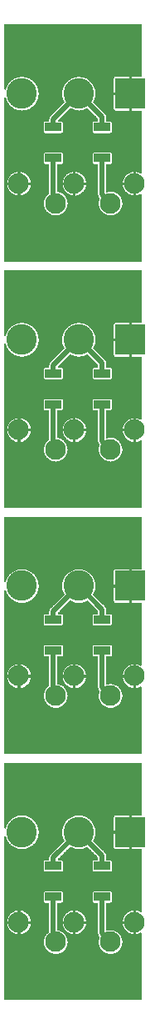
<source format=gbl>
%FSLAX33Y33*%
%MOMM*%
%AMRect-W820710-H1670710-RO1.500*
21,1,0.82071,1.67071,0.,0.,90*%
%AMRect-W3100000-H3100000-RO1.500*
21,1,3.1,3.1,0.,0.,90*%
%ADD10C,0.0508*%
%ADD11C,0.508*%
%ADD12C,0.68834*%
%ADD13C,2.1*%
%ADD14Rect-W820710-H1670710-RO1.500*%
%ADD15C,3.1*%
%ADD16Rect-W3100000-H3100000-RO1.500*%
D10*
%LNpour fill*%
G01*
X14500Y32240D02*
X14500Y32240D01*
X14434Y32276*
X14344Y32220*
X14344Y32220*
X14079Y32127*
X14079Y32127*
X13902Y32107*
X13901Y32107*
X13901Y32358*
X13699Y32358*
X13699Y32107*
X13698Y32107*
X13521Y32127*
X13521Y32127*
X13256Y32220*
X13256Y32220*
X13018Y32369*
X13018Y32369*
X12819Y32568*
X12819Y32568*
X12670Y32806*
X12670Y32806*
X12577Y33071*
X12577Y33071*
X12557Y33248*
X12557Y33249*
X12801Y33249*
X12801Y33451*
X12557Y33451*
X12557Y33452*
X12577Y33629*
X12577Y33629*
X12670Y33894*
X12670Y33894*
X12819Y34132*
X12819Y34132*
X13018Y34331*
X13018Y34331*
X13256Y34480*
X13256Y34480*
X13521Y34573*
X13521Y34573*
X13698Y34593*
X13699Y34593*
X13699Y34342*
X13901Y34342*
X13901Y34593*
X13902Y34593*
X14079Y34573*
X14079Y34573*
X14344Y34480*
X14344Y34480*
X14434Y34424*
X14500Y34460*
X14500Y40746*
X13501Y40746*
X13501Y40746*
X13501Y41001*
X13299Y41001*
X13299Y40746*
X13299Y40746*
X11850Y40746*
X11850Y40746*
X11818Y40748*
X11818Y40748*
X11787Y40756*
X11787Y40756*
X11757Y40768*
X11757Y40768*
X11730Y40785*
X11730Y40785*
X11705Y40805*
X11705Y40805*
X11685Y40830*
X11685Y40830*
X11668Y40857*
X11668Y40857*
X11656Y40887*
X11656Y40887*
X11648Y40918*
X11648Y40918*
X11646Y40950*
X11646Y40950*
X11646Y42399*
X11646Y42399*
X11901Y42399*
X11901Y42601*
X11646Y42601*
X11646Y42601*
X11646Y44050*
X11646Y44050*
X11648Y44082*
X11648Y44082*
X11656Y44113*
X11656Y44113*
X11668Y44143*
X11668Y44143*
X11685Y44170*
X11685Y44170*
X11705Y44195*
X11705Y44195*
X11730Y44215*
X11730Y44215*
X11757Y44232*
X11757Y44232*
X11787Y44244*
X11787Y44244*
X11818Y44252*
X11818Y44252*
X11850Y44254*
X11850Y44254*
X13299Y44254*
X13299Y44254*
X13299Y43999*
X13501Y43999*
X13501Y44254*
X13501Y44254*
X14500Y44254*
X14500Y49500*
X0500Y49500*
X0500Y42954*
X0606Y42936*
X0719Y43261*
X0719Y43261*
X0928Y43594*
X0928Y43594*
X1206Y43872*
X1206Y43872*
X1539Y44081*
X1539Y44081*
X1910Y44210*
X1910Y44210*
X2300Y44254*
X2300Y44254*
X2690Y44210*
X2690Y44210*
X3061Y44081*
X3061Y44081*
X3394Y43872*
X3394Y43872*
X3672Y43594*
X3672Y43594*
X3881Y43261*
X3881Y43261*
X4010Y42890*
X4010Y42890*
X4054Y42500*
X4054Y42500*
X4010Y42110*
X4010Y42110*
X3881Y41739*
X3881Y41739*
X3672Y41406*
X3672Y41406*
X3394Y41128*
X3394Y41128*
X3061Y40919*
X3061Y40919*
X2690Y40790*
X2690Y40790*
X2300Y40746*
X2300Y40746*
X1910Y40790*
X1910Y40790*
X1539Y40919*
X1539Y40919*
X1206Y41128*
X1206Y41128*
X0928Y41406*
X0928Y41406*
X0719Y41739*
X0719Y41739*
X0606Y42064*
X0500Y42046*
X0500Y25500*
X14500Y25500*
X14500Y32240*
X6335Y38460D02*
X4665Y38460D01*
X4633Y38463*
X4602Y38470*
X4572Y38483*
X4545Y38499*
X4520Y38520*
X4499Y38545*
X4483Y38572*
X4470Y38602*
X4463Y38633*
X4460Y38665*
X4460Y39485*
X4463Y39517*
X4470Y39548*
X4483Y39578*
X4499Y39605*
X4520Y39630*
X4545Y39651*
X4572Y39667*
X4602Y39680*
X4633Y39687*
X4665Y39690*
X5042Y39690*
X5042Y39900*
X5051Y39989*
X5077Y40075*
X5119Y40155*
X5176Y40224*
X6586Y41634*
X6520Y41739*
X6390Y42110*
X6346Y42500*
X6390Y42890*
X6520Y43261*
X6729Y43594*
X7006Y43871*
X7339Y44080*
X7710Y44210*
X8100Y44254*
X8490Y44210*
X8861Y44080*
X9194Y43871*
X9471Y43594*
X9680Y43261*
X9810Y42890*
X9854Y42500*
X9810Y42110*
X9680Y41739*
X9614Y41634*
X10824Y40424*
X10881Y40355*
X10923Y40275*
X10949Y40189*
X10958Y40100*
X10958Y39690*
X11335Y39690*
X11367Y39687*
X11398Y39680*
X11428Y39667*
X11455Y39651*
X11480Y39630*
X11501Y39605*
X11517Y39578*
X11530Y39548*
X11537Y39517*
X11540Y39485*
X11540Y38665*
X11537Y38633*
X11530Y38602*
X11517Y38572*
X11501Y38545*
X11480Y38520*
X11455Y38499*
X11428Y38483*
X11398Y38470*
X11367Y38463*
X11335Y38460*
X9665Y38460*
X9633Y38463*
X9602Y38470*
X9572Y38483*
X9545Y38499*
X9520Y38520*
X9499Y38545*
X9483Y38572*
X9470Y38602*
X9463Y38633*
X9460Y38665*
X9460Y39485*
X9463Y39517*
X9470Y39548*
X9483Y39578*
X9499Y39605*
X9520Y39630*
X9545Y39651*
X9572Y39667*
X9602Y39680*
X9633Y39687*
X9665Y39690*
X10042Y39690*
X10042Y39910*
X8966Y40986*
X8861Y40920*
X8490Y40790*
X8100Y40746*
X7710Y40790*
X7339Y40920*
X7234Y40986*
X6016Y39768*
X6048Y39690*
X6335Y39690*
X6367Y39687*
X6398Y39680*
X6428Y39667*
X6455Y39651*
X6480Y39630*
X6501Y39605*
X6517Y39578*
X6530Y39548*
X6537Y39517*
X6540Y39485*
X6540Y38665*
X6537Y38633*
X6530Y38602*
X6517Y38572*
X6501Y38545*
X6480Y38520*
X6455Y38499*
X6428Y38483*
X6398Y38470*
X6367Y38463*
X6335Y38460*
X5750Y30096D02*
X5471Y30127D01*
X5206Y30220*
X4968Y30369*
X4769Y30568*
X4620Y30806*
X4527Y31071*
X4496Y31350*
X4527Y31629*
X4620Y31894*
X4769Y32132*
X4968Y32331*
X5042Y32377*
X5042Y35310*
X4665Y35310*
X4633Y35313*
X4602Y35320*
X4572Y35333*
X4545Y35349*
X4520Y35370*
X4499Y35395*
X4483Y35422*
X4470Y35452*
X4463Y35483*
X4460Y35515*
X4460Y36335*
X4463Y36367*
X4470Y36398*
X4483Y36428*
X4499Y36455*
X4520Y36480*
X4545Y36501*
X4572Y36517*
X4602Y36530*
X4633Y36537*
X4665Y36540*
X6335Y36540*
X6367Y36537*
X6398Y36530*
X6428Y36517*
X6455Y36501*
X6480Y36480*
X6501Y36455*
X6517Y36428*
X6530Y36398*
X6537Y36367*
X6540Y36335*
X6540Y35515*
X6537Y35483*
X6530Y35452*
X6517Y35422*
X6501Y35395*
X6480Y35370*
X6455Y35349*
X6428Y35333*
X6398Y35320*
X6367Y35313*
X6335Y35310*
X5958Y35310*
X5958Y32581*
X6029Y32573*
X6294Y32480*
X6532Y32331*
X6731Y32132*
X6880Y31894*
X6973Y31629*
X7004Y31350*
X6973Y31071*
X6880Y30806*
X6731Y30568*
X6532Y30369*
X6294Y30220*
X6029Y30127*
X5750Y30096*
X11350Y30096D02*
X11071Y30127D01*
X10806Y30220*
X10568Y30369*
X10369Y30568*
X10220Y30806*
X10127Y31071*
X10096Y31350*
X10127Y31629*
X10199Y31834*
X10119Y31931*
X10077Y32010*
X10051Y32096*
X10042Y32185*
X10042Y35310*
X9665Y35310*
X9633Y35313*
X9602Y35320*
X9572Y35333*
X9545Y35349*
X9520Y35370*
X9499Y35395*
X9483Y35422*
X9470Y35452*
X9463Y35483*
X9460Y35515*
X9460Y36335*
X9463Y36367*
X9470Y36398*
X9483Y36428*
X9499Y36455*
X9520Y36480*
X9545Y36501*
X9572Y36517*
X9602Y36530*
X9633Y36537*
X9665Y36540*
X11335Y36540*
X11367Y36537*
X11398Y36530*
X11428Y36517*
X11455Y36501*
X11480Y36480*
X11501Y36455*
X11517Y36428*
X11530Y36398*
X11537Y36367*
X11540Y36335*
X11540Y35515*
X11537Y35483*
X11530Y35452*
X11517Y35422*
X11501Y35395*
X11480Y35370*
X11455Y35349*
X11428Y35333*
X11398Y35320*
X11367Y35313*
X11335Y35310*
X10958Y35310*
X10958Y32533*
X11071Y32573*
X11350Y32604*
X11629Y32573*
X11894Y32480*
X12132Y32331*
X12331Y32132*
X12480Y31894*
X12573Y31629*
X12604Y31350*
X12573Y31071*
X12480Y30806*
X12331Y30568*
X12132Y30369*
X11894Y30220*
X11629Y30127*
X11350Y30096*
X7752Y32107D02*
X7752Y32358D01*
X7548Y32358*
X7548Y32107*
X7371Y32127*
X7106Y32220*
X6868Y32369*
X6669Y32568*
X6520Y32806*
X6427Y33071*
X6407Y33248*
X6651Y33248*
X6651Y33452*
X6407Y33452*
X6427Y33629*
X6520Y33894*
X6669Y34132*
X6868Y34331*
X7106Y34480*
X7371Y34573*
X7548Y34593*
X7548Y34342*
X7752Y34342*
X7752Y34593*
X7929Y34573*
X8194Y34480*
X8432Y34331*
X8631Y34132*
X8780Y33894*
X8873Y33629*
X8893Y33452*
X8649Y33452*
X8649Y33248*
X8893Y33248*
X8873Y33071*
X8780Y32806*
X8631Y32568*
X8432Y32369*
X8194Y32220*
X7929Y32127*
X7752Y32107*
X1898Y32107D02*
X1721Y32127D01*
X1456Y32220*
X1218Y32369*
X1019Y32568*
X0870Y32806*
X0777Y33071*
X0757Y33248*
X1001Y33248*
X1001Y33452*
X0757Y33452*
X0777Y33629*
X0870Y33894*
X1019Y34132*
X1218Y34331*
X1456Y34480*
X1721Y34573*
X1898Y34593*
X1898Y34342*
X2102Y34342*
X2102Y34593*
X2279Y34573*
X2544Y34480*
X2782Y34331*
X2981Y34132*
X3130Y33894*
X3223Y33629*
X3243Y33452*
X2999Y33452*
X2999Y33248*
X3243Y33248*
X3223Y33071*
X3130Y32806*
X2981Y32568*
X2782Y32369*
X2544Y32220*
X2279Y32127*
X2102Y32107*
X2102Y32358*
X1898Y32358*
X1898Y32107*
X0500Y25550D02*
X14500Y25550D01*
X0500Y25599D02*
X14500Y25599D01*
X0500Y25649D02*
X14500Y25649D01*
X0500Y25698D02*
X14500Y25698D01*
X0500Y25748D02*
X14500Y25748D01*
X0500Y25797D02*
X14500Y25797D01*
X0500Y25847D02*
X14500Y25847D01*
X0500Y25896D02*
X14500Y25896D01*
X0500Y25946D02*
X14500Y25946D01*
X0500Y25995D02*
X14500Y25995D01*
X0500Y26045D02*
X14500Y26045D01*
X0500Y26094D02*
X14500Y26094D01*
X0500Y26144D02*
X14500Y26144D01*
X0500Y26193D02*
X14500Y26193D01*
X0500Y26243D02*
X14500Y26243D01*
X0500Y26292D02*
X14500Y26292D01*
X0500Y26342D02*
X14500Y26342D01*
X0500Y26392D02*
X14500Y26392D01*
X0500Y26441D02*
X14500Y26441D01*
X0500Y26491D02*
X14500Y26491D01*
X0500Y26540D02*
X14500Y26540D01*
X0500Y26590D02*
X14500Y26590D01*
X0500Y26639D02*
X14500Y26639D01*
X0500Y26689D02*
X14500Y26689D01*
X0500Y26738D02*
X14500Y26738D01*
X0500Y26788D02*
X14500Y26788D01*
X0500Y26837D02*
X14500Y26837D01*
X0500Y26887D02*
X14500Y26887D01*
X0500Y26936D02*
X14500Y26936D01*
X0500Y26986D02*
X14500Y26986D01*
X0500Y27035D02*
X14500Y27035D01*
X0500Y27085D02*
X14500Y27085D01*
X0500Y27134D02*
X14500Y27134D01*
X0500Y27184D02*
X14500Y27184D01*
X0500Y27234D02*
X14500Y27234D01*
X0500Y27283D02*
X14500Y27283D01*
X0500Y27333D02*
X14500Y27333D01*
X0500Y27382D02*
X14500Y27382D01*
X0500Y27432D02*
X14500Y27432D01*
X0500Y27481D02*
X14500Y27481D01*
X0500Y27531D02*
X14500Y27531D01*
X0500Y27580D02*
X14500Y27580D01*
X0500Y27630D02*
X14500Y27630D01*
X0500Y27679D02*
X14500Y27679D01*
X0500Y27729D02*
X14500Y27729D01*
X0500Y27778D02*
X14500Y27778D01*
X0500Y27828D02*
X14500Y27828D01*
X0500Y27877D02*
X14500Y27877D01*
X0500Y27927D02*
X14500Y27927D01*
X0500Y27977D02*
X14500Y27977D01*
X0500Y28026D02*
X14500Y28026D01*
X0500Y28076D02*
X14500Y28076D01*
X0500Y28125D02*
X14500Y28125D01*
X0500Y28175D02*
X14500Y28175D01*
X0500Y28224D02*
X14500Y28224D01*
X0500Y28274D02*
X14500Y28274D01*
X0500Y28323D02*
X14500Y28323D01*
X0500Y28373D02*
X14500Y28373D01*
X0500Y28422D02*
X14500Y28422D01*
X0500Y28472D02*
X14500Y28472D01*
X0500Y28521D02*
X14500Y28521D01*
X0500Y28571D02*
X14500Y28571D01*
X0500Y28620D02*
X14500Y28620D01*
X0500Y28670D02*
X14500Y28670D01*
X0500Y28719D02*
X14500Y28719D01*
X0500Y28769D02*
X14500Y28769D01*
X0500Y28819D02*
X14500Y28819D01*
X0500Y28868D02*
X14500Y28868D01*
X0500Y28918D02*
X14500Y28918D01*
X0500Y28967D02*
X14500Y28967D01*
X0500Y29017D02*
X14500Y29017D01*
X0500Y29066D02*
X14500Y29066D01*
X0500Y29116D02*
X14500Y29116D01*
X0500Y29165D02*
X14500Y29165D01*
X0500Y29215D02*
X14500Y29215D01*
X0500Y29264D02*
X14500Y29264D01*
X0500Y29314D02*
X14500Y29314D01*
X0500Y29363D02*
X14500Y29363D01*
X0500Y29413D02*
X14500Y29413D01*
X0500Y29462D02*
X14500Y29462D01*
X0500Y29512D02*
X14500Y29512D01*
X0500Y29561D02*
X14500Y29561D01*
X0500Y29611D02*
X14500Y29611D01*
X0500Y29661D02*
X14500Y29661D01*
X0500Y29710D02*
X14500Y29710D01*
X0500Y29760D02*
X14500Y29760D01*
X0500Y29809D02*
X14500Y29809D01*
X0500Y29859D02*
X14500Y29859D01*
X0500Y29908D02*
X14500Y29908D01*
X0500Y29958D02*
X14500Y29958D01*
X0500Y30007D02*
X14500Y30007D01*
X0500Y30057D02*
X14500Y30057D01*
X0500Y30106D02*
X5655Y30106D01*
X5845Y30106D02*
X11255Y30106D01*
X11445Y30106D02*
X14500Y30106D01*
X0500Y30156D02*
X5388Y30156D01*
X6112Y30156D02*
X10988Y30156D01*
X11712Y30156D02*
X14500Y30156D01*
X0500Y30205D02*
X5247Y30205D01*
X6253Y30205D02*
X10847Y30205D01*
X11853Y30205D02*
X14500Y30205D01*
X0500Y30255D02*
X5150Y30255D01*
X6350Y30255D02*
X10750Y30255D01*
X11950Y30255D02*
X14500Y30255D01*
X0500Y30304D02*
X5071Y30304D01*
X6429Y30304D02*
X10671Y30304D01*
X12029Y30304D02*
X14500Y30304D01*
X0500Y30354D02*
X4992Y30354D01*
X6508Y30354D02*
X10592Y30354D01*
X12108Y30354D02*
X14500Y30354D01*
X0500Y30403D02*
X4934Y30403D01*
X6566Y30403D02*
X10534Y30403D01*
X12166Y30403D02*
X14500Y30403D01*
X0500Y30453D02*
X4884Y30453D01*
X6616Y30453D02*
X10484Y30453D01*
X12216Y30453D02*
X14500Y30453D01*
X0500Y30503D02*
X4835Y30503D01*
X6665Y30503D02*
X10435Y30503D01*
X12265Y30503D02*
X14500Y30503D01*
X0500Y30552D02*
X4785Y30552D01*
X6715Y30552D02*
X10385Y30552D01*
X12315Y30552D02*
X14500Y30552D01*
X0500Y30602D02*
X4748Y30602D01*
X6752Y30602D02*
X10348Y30602D01*
X12352Y30602D02*
X14500Y30602D01*
X0500Y30651D02*
X4717Y30651D01*
X6783Y30651D02*
X10317Y30651D01*
X12383Y30651D02*
X14500Y30651D01*
X0500Y30701D02*
X4686Y30701D01*
X6814Y30701D02*
X10286Y30701D01*
X12414Y30701D02*
X14500Y30701D01*
X0500Y30750D02*
X4655Y30750D01*
X6845Y30750D02*
X10255Y30750D01*
X12445Y30750D02*
X14500Y30750D01*
X0500Y30800D02*
X4624Y30800D01*
X6876Y30800D02*
X10224Y30800D01*
X12476Y30800D02*
X14500Y30800D01*
X0500Y30849D02*
X4605Y30849D01*
X6895Y30849D02*
X10205Y30849D01*
X12495Y30849D02*
X14500Y30849D01*
X0500Y30899D02*
X4587Y30899D01*
X6913Y30899D02*
X10187Y30899D01*
X12513Y30899D02*
X14500Y30899D01*
X0500Y30948D02*
X4570Y30948D01*
X6930Y30948D02*
X10170Y30948D01*
X12530Y30948D02*
X14500Y30948D01*
X0500Y30998D02*
X4553Y30998D01*
X6947Y30998D02*
X10153Y30998D01*
X12547Y30998D02*
X14500Y30998D01*
X0500Y31047D02*
X4535Y31047D01*
X6965Y31047D02*
X10135Y31047D01*
X12565Y31047D02*
X14500Y31047D01*
X0500Y31097D02*
X4524Y31097D01*
X6976Y31097D02*
X10124Y31097D01*
X12576Y31097D02*
X14500Y31097D01*
X0500Y31146D02*
X4518Y31146D01*
X6982Y31146D02*
X10118Y31146D01*
X12582Y31146D02*
X14500Y31146D01*
X0500Y31196D02*
X4513Y31196D01*
X6987Y31196D02*
X10113Y31196D01*
X12587Y31196D02*
X14500Y31196D01*
X0500Y31245D02*
X4507Y31245D01*
X6993Y31245D02*
X10107Y31245D01*
X12593Y31245D02*
X14500Y31245D01*
X0500Y31295D02*
X4502Y31295D01*
X6998Y31295D02*
X10102Y31295D01*
X12598Y31295D02*
X14500Y31295D01*
X0500Y31345D02*
X4496Y31345D01*
X7004Y31345D02*
X10096Y31345D01*
X12604Y31345D02*
X14500Y31345D01*
X0500Y31394D02*
X4501Y31394D01*
X6999Y31394D02*
X10101Y31394D01*
X12599Y31394D02*
X14500Y31394D01*
X0500Y31444D02*
X4506Y31444D01*
X6994Y31444D02*
X10106Y31444D01*
X12594Y31444D02*
X14500Y31444D01*
X0500Y31493D02*
X4512Y31493D01*
X6988Y31493D02*
X10112Y31493D01*
X12588Y31493D02*
X14500Y31493D01*
X0500Y31543D02*
X4517Y31543D01*
X6983Y31543D02*
X10117Y31543D01*
X12583Y31543D02*
X14500Y31543D01*
X0500Y31592D02*
X4523Y31592D01*
X6977Y31592D02*
X10123Y31592D01*
X12577Y31592D02*
X14500Y31592D01*
X0500Y31642D02*
X4531Y31642D01*
X6969Y31642D02*
X10131Y31642D01*
X12569Y31642D02*
X14500Y31642D01*
X0500Y31691D02*
X4549Y31691D01*
X6951Y31691D02*
X10149Y31691D01*
X12551Y31691D02*
X14500Y31691D01*
X0500Y31741D02*
X4566Y31741D01*
X6934Y31741D02*
X10166Y31741D01*
X12534Y31741D02*
X14500Y31741D01*
X0500Y31790D02*
X4583Y31790D01*
X6917Y31790D02*
X10183Y31790D01*
X12517Y31790D02*
X14500Y31790D01*
X0500Y31840D02*
X4601Y31840D01*
X6899Y31840D02*
X10193Y31840D01*
X12499Y31840D02*
X14500Y31840D01*
X0500Y31889D02*
X4618Y31889D01*
X6882Y31889D02*
X10153Y31889D01*
X12482Y31889D02*
X14500Y31889D01*
X0500Y31939D02*
X4648Y31939D01*
X6852Y31939D02*
X10114Y31939D01*
X12452Y31939D02*
X14500Y31939D01*
X0500Y31988D02*
X4679Y31988D01*
X6821Y31988D02*
X10088Y31988D01*
X12421Y31988D02*
X14500Y31988D01*
X0500Y32038D02*
X4710Y32038D01*
X6790Y32038D02*
X10068Y32038D01*
X12390Y32038D02*
X14500Y32038D01*
X0500Y32087D02*
X4741Y32087D01*
X6759Y32087D02*
X10053Y32087D01*
X12359Y32087D02*
X14500Y32087D01*
X0500Y32137D02*
X1692Y32137D01*
X1899Y32137D02*
X2101Y32137D01*
X2308Y32137D02*
X4774Y32137D01*
X6726Y32137D02*
X7342Y32137D01*
X7549Y32137D02*
X7751Y32137D01*
X7958Y32137D02*
X10046Y32137D01*
X12326Y32137D02*
X13493Y32137D01*
X13698Y32137D02*
X13902Y32137D01*
X14107Y32137D02*
X14500Y32137D01*
X0500Y32187D02*
X1551Y32187D01*
X1899Y32187D02*
X2101Y32187D01*
X2449Y32187D02*
X4824Y32187D01*
X6676Y32187D02*
X7201Y32187D01*
X7549Y32187D02*
X7751Y32187D01*
X8099Y32187D02*
X10042Y32187D01*
X12276Y32187D02*
X13351Y32187D01*
X13698Y32187D02*
X13902Y32187D01*
X14249Y32187D02*
X14500Y32187D01*
X0500Y32236D02*
X1430Y32236D01*
X1899Y32236D02*
X2101Y32236D01*
X2570Y32236D02*
X4873Y32236D01*
X6627Y32236D02*
X7080Y32236D01*
X7549Y32236D02*
X7751Y32236D01*
X8220Y32236D02*
X10042Y32236D01*
X12227Y32236D02*
X13230Y32236D01*
X13698Y32236D02*
X13902Y32236D01*
X14370Y32236D02*
X14500Y32236D01*
X0500Y32286D02*
X1351Y32286D01*
X1899Y32286D02*
X2101Y32286D01*
X2649Y32286D02*
X4923Y32286D01*
X6577Y32286D02*
X7001Y32286D01*
X7549Y32286D02*
X7751Y32286D01*
X8299Y32286D02*
X10042Y32286D01*
X12177Y32286D02*
X13151Y32286D01*
X13698Y32286D02*
X13902Y32286D01*
X0500Y32335D02*
X1272Y32335D01*
X1899Y32335D02*
X2101Y32335D01*
X2728Y32335D02*
X4975Y32335D01*
X6525Y32335D02*
X6922Y32335D01*
X7549Y32335D02*
X7751Y32335D01*
X8378Y32335D02*
X10042Y32335D01*
X12125Y32335D02*
X13073Y32335D01*
X13698Y32335D02*
X13902Y32335D01*
X0500Y32385D02*
X1202Y32385D01*
X2798Y32385D02*
X5042Y32385D01*
X6446Y32385D02*
X6852Y32385D01*
X8448Y32385D02*
X10042Y32385D01*
X12046Y32385D02*
X13003Y32385D01*
X0500Y32434D02*
X1153Y32434D01*
X2847Y32434D02*
X5042Y32434D01*
X6368Y32434D02*
X6803Y32434D01*
X8497Y32434D02*
X10042Y32434D01*
X11968Y32434D02*
X12953Y32434D01*
X0500Y32484D02*
X1103Y32484D01*
X2897Y32484D02*
X5042Y32484D01*
X6284Y32484D02*
X6753Y32484D01*
X8547Y32484D02*
X10042Y32484D01*
X11884Y32484D02*
X12904Y32484D01*
X0500Y32533D02*
X1054Y32533D01*
X2946Y32533D02*
X5042Y32533D01*
X6143Y32533D02*
X6704Y32533D01*
X8596Y32533D02*
X10042Y32533D01*
X11743Y32533D02*
X12854Y32533D01*
X0500Y32583D02*
X1010Y32583D01*
X2990Y32583D02*
X5042Y32583D01*
X5958Y32583D02*
X6660Y32583D01*
X8640Y32583D02*
X10042Y32583D01*
X10958Y32583D02*
X11158Y32583D01*
X11542Y32583D02*
X12810Y32583D01*
X0500Y32632D02*
X0979Y32632D01*
X3021Y32632D02*
X5042Y32632D01*
X5958Y32632D02*
X6629Y32632D01*
X8671Y32632D02*
X10042Y32632D01*
X10958Y32632D02*
X12779Y32632D01*
X0500Y32682D02*
X0948Y32682D01*
X3052Y32682D02*
X5042Y32682D01*
X5958Y32682D02*
X6598Y32682D01*
X8702Y32682D02*
X10042Y32682D01*
X10958Y32682D02*
X12748Y32682D01*
X0500Y32731D02*
X0916Y32731D01*
X3084Y32731D02*
X5042Y32731D01*
X5958Y32731D02*
X6566Y32731D01*
X8734Y32731D02*
X10042Y32731D01*
X10958Y32731D02*
X12717Y32731D01*
X0500Y32781D02*
X0885Y32781D01*
X3115Y32781D02*
X5042Y32781D01*
X5958Y32781D02*
X6535Y32781D01*
X8765Y32781D02*
X10042Y32781D01*
X10958Y32781D02*
X12686Y32781D01*
X0500Y32830D02*
X0861Y32830D01*
X3139Y32830D02*
X5042Y32830D01*
X5958Y32830D02*
X6511Y32830D01*
X8789Y32830D02*
X10042Y32830D01*
X10958Y32830D02*
X12661Y32830D01*
X0500Y32880D02*
X0844Y32880D01*
X3156Y32880D02*
X5042Y32880D01*
X5958Y32880D02*
X6494Y32880D01*
X8806Y32880D02*
X10042Y32880D01*
X10958Y32880D02*
X12644Y32880D01*
X0500Y32929D02*
X0826Y32929D01*
X3174Y32929D02*
X5042Y32929D01*
X5958Y32929D02*
X6476Y32929D01*
X8824Y32929D02*
X10042Y32929D01*
X10958Y32929D02*
X12627Y32929D01*
X0500Y32979D02*
X0809Y32979D01*
X3191Y32979D02*
X5042Y32979D01*
X5958Y32979D02*
X6459Y32979D01*
X8841Y32979D02*
X10042Y32979D01*
X10958Y32979D02*
X12609Y32979D01*
X0500Y33029D02*
X0792Y33029D01*
X3208Y33029D02*
X5042Y33029D01*
X5958Y33029D02*
X6442Y33029D01*
X8858Y33029D02*
X10042Y33029D01*
X10958Y33029D02*
X12592Y33029D01*
X0500Y33078D02*
X0776Y33078D01*
X3224Y33078D02*
X5042Y33078D01*
X5958Y33078D02*
X6426Y33078D01*
X8874Y33078D02*
X10042Y33078D01*
X10958Y33078D02*
X12576Y33078D01*
X0500Y33128D02*
X0771Y33128D01*
X3229Y33128D02*
X5042Y33128D01*
X5958Y33128D02*
X6421Y33128D01*
X8879Y33128D02*
X10042Y33128D01*
X10958Y33128D02*
X12571Y33128D01*
X0500Y33177D02*
X0765Y33177D01*
X3235Y33177D02*
X5042Y33177D01*
X5958Y33177D02*
X6415Y33177D01*
X8885Y33177D02*
X10042Y33177D01*
X10958Y33177D02*
X12565Y33177D01*
X0500Y33227D02*
X0759Y33227D01*
X3241Y33227D02*
X5042Y33227D01*
X5958Y33227D02*
X6409Y33227D01*
X8891Y33227D02*
X10042Y33227D01*
X10958Y33227D02*
X12560Y33227D01*
X0500Y33276D02*
X1001Y33276D01*
X2999Y33276D02*
X5042Y33276D01*
X5958Y33276D02*
X6651Y33276D01*
X8649Y33276D02*
X10042Y33276D01*
X10958Y33276D02*
X12801Y33276D01*
X0500Y33326D02*
X1001Y33326D01*
X2999Y33326D02*
X5042Y33326D01*
X5958Y33326D02*
X6651Y33326D01*
X8649Y33326D02*
X10042Y33326D01*
X10958Y33326D02*
X12801Y33326D01*
X0500Y33375D02*
X1001Y33375D01*
X2999Y33375D02*
X5042Y33375D01*
X5958Y33375D02*
X6651Y33375D01*
X8649Y33375D02*
X10042Y33375D01*
X10958Y33375D02*
X12801Y33375D01*
X0500Y33425D02*
X1001Y33425D01*
X2999Y33425D02*
X5042Y33425D01*
X5958Y33425D02*
X6651Y33425D01*
X8649Y33425D02*
X10042Y33425D01*
X10958Y33425D02*
X12801Y33425D01*
X0500Y33474D02*
X0760Y33474D01*
X3240Y33474D02*
X5042Y33474D01*
X5958Y33474D02*
X6410Y33474D01*
X8890Y33474D02*
X10042Y33474D01*
X10958Y33474D02*
X12560Y33474D01*
X0500Y33524D02*
X0765Y33524D01*
X3235Y33524D02*
X5042Y33524D01*
X5958Y33524D02*
X6415Y33524D01*
X8885Y33524D02*
X10042Y33524D01*
X10958Y33524D02*
X12565Y33524D01*
X0500Y33573D02*
X0771Y33573D01*
X3229Y33573D02*
X5042Y33573D01*
X5958Y33573D02*
X6421Y33573D01*
X8879Y33573D02*
X10042Y33573D01*
X10958Y33573D02*
X12571Y33573D01*
X0500Y33623D02*
X0776Y33623D01*
X3224Y33623D02*
X5042Y33623D01*
X5958Y33623D02*
X6426Y33623D01*
X8874Y33623D02*
X10042Y33623D01*
X10958Y33623D02*
X12577Y33623D01*
X0500Y33672D02*
X0792Y33672D01*
X3208Y33672D02*
X5042Y33672D01*
X5958Y33672D02*
X6442Y33672D01*
X8858Y33672D02*
X10042Y33672D01*
X10958Y33672D02*
X12592Y33672D01*
X0500Y33722D02*
X0809Y33722D01*
X3191Y33722D02*
X5042Y33722D01*
X5958Y33722D02*
X6459Y33722D01*
X8841Y33722D02*
X10042Y33722D01*
X10958Y33722D02*
X12610Y33722D01*
X0500Y33772D02*
X0827Y33772D01*
X3173Y33772D02*
X5042Y33772D01*
X5958Y33772D02*
X6477Y33772D01*
X8823Y33772D02*
X10042Y33772D01*
X10958Y33772D02*
X12627Y33772D01*
X0500Y33821D02*
X0844Y33821D01*
X3156Y33821D02*
X5042Y33821D01*
X5958Y33821D02*
X6494Y33821D01*
X8806Y33821D02*
X10042Y33821D01*
X10958Y33821D02*
X12644Y33821D01*
X0500Y33871D02*
X0861Y33871D01*
X3139Y33871D02*
X5042Y33871D01*
X5958Y33871D02*
X6511Y33871D01*
X8789Y33871D02*
X10042Y33871D01*
X10958Y33871D02*
X12662Y33871D01*
X0500Y33920D02*
X0886Y33920D01*
X3114Y33920D02*
X5042Y33920D01*
X5958Y33920D02*
X6536Y33920D01*
X8764Y33920D02*
X10042Y33920D01*
X10958Y33920D02*
X12686Y33920D01*
X0500Y33970D02*
X0917Y33970D01*
X3083Y33970D02*
X5042Y33970D01*
X5958Y33970D02*
X6567Y33970D01*
X8733Y33970D02*
X10042Y33970D01*
X10958Y33970D02*
X12717Y33970D01*
X0500Y34019D02*
X0948Y34019D01*
X3052Y34019D02*
X5042Y34019D01*
X5958Y34019D02*
X6598Y34019D01*
X8702Y34019D02*
X10042Y34019D01*
X10958Y34019D02*
X12749Y34019D01*
X0500Y34069D02*
X0979Y34069D01*
X3021Y34069D02*
X5042Y34069D01*
X5958Y34069D02*
X6629Y34069D01*
X8671Y34069D02*
X10042Y34069D01*
X10958Y34069D02*
X12780Y34069D01*
X0500Y34118D02*
X1010Y34118D01*
X2990Y34118D02*
X5042Y34118D01*
X5958Y34118D02*
X6660Y34118D01*
X8640Y34118D02*
X10042Y34118D01*
X10958Y34118D02*
X12811Y34118D01*
X0500Y34168D02*
X1055Y34168D01*
X2945Y34168D02*
X5042Y34168D01*
X5958Y34168D02*
X6705Y34168D01*
X8595Y34168D02*
X10042Y34168D01*
X10958Y34168D02*
X12855Y34168D01*
X0500Y34217D02*
X1104Y34217D01*
X2896Y34217D02*
X5042Y34217D01*
X5958Y34217D02*
X6754Y34217D01*
X8546Y34217D02*
X10042Y34217D01*
X10958Y34217D02*
X12905Y34217D01*
X0500Y34267D02*
X1154Y34267D01*
X2846Y34267D02*
X5042Y34267D01*
X5958Y34267D02*
X6804Y34267D01*
X8496Y34267D02*
X10042Y34267D01*
X10958Y34267D02*
X12954Y34267D01*
X0500Y34316D02*
X1203Y34316D01*
X2797Y34316D02*
X5042Y34316D01*
X5958Y34316D02*
X6853Y34316D01*
X8447Y34316D02*
X10042Y34316D01*
X10958Y34316D02*
X13004Y34316D01*
X0500Y34366D02*
X1274Y34366D01*
X1899Y34366D02*
X2101Y34366D01*
X2726Y34366D02*
X5042Y34366D01*
X5958Y34366D02*
X6924Y34366D01*
X7549Y34366D02*
X7751Y34366D01*
X8376Y34366D02*
X10042Y34366D01*
X10958Y34366D02*
X13074Y34366D01*
X13698Y34366D02*
X13902Y34366D01*
X0500Y34415D02*
X1353Y34415D01*
X1899Y34415D02*
X2101Y34415D01*
X2647Y34415D02*
X5042Y34415D01*
X5958Y34415D02*
X7003Y34415D01*
X7549Y34415D02*
X7751Y34415D01*
X8297Y34415D02*
X10042Y34415D01*
X10958Y34415D02*
X13153Y34415D01*
X13698Y34415D02*
X13902Y34415D01*
X0500Y34465D02*
X1431Y34465D01*
X1899Y34465D02*
X2101Y34465D01*
X2569Y34465D02*
X5042Y34465D01*
X5958Y34465D02*
X7081Y34465D01*
X7549Y34465D02*
X7751Y34465D01*
X8219Y34465D02*
X10042Y34465D01*
X10958Y34465D02*
X13232Y34465D01*
X13698Y34465D02*
X13902Y34465D01*
X14368Y34465D02*
X14500Y34465D01*
X0500Y34514D02*
X1554Y34514D01*
X1899Y34514D02*
X2101Y34514D01*
X2446Y34514D02*
X5042Y34514D01*
X5958Y34514D02*
X7204Y34514D01*
X7549Y34514D02*
X7751Y34514D01*
X8096Y34514D02*
X10042Y34514D01*
X10958Y34514D02*
X13354Y34514D01*
X13698Y34514D02*
X13902Y34514D01*
X14246Y34514D02*
X14500Y34514D01*
X0500Y34564D02*
X1695Y34564D01*
X1899Y34564D02*
X2101Y34564D01*
X2305Y34564D02*
X5042Y34564D01*
X5958Y34564D02*
X7345Y34564D01*
X7549Y34564D02*
X7751Y34564D01*
X7955Y34564D02*
X10042Y34564D01*
X10958Y34564D02*
X13496Y34564D01*
X13698Y34564D02*
X13902Y34564D01*
X14104Y34564D02*
X14500Y34564D01*
X0500Y34614D02*
X5042Y34614D01*
X5958Y34614D02*
X10042Y34614D01*
X10958Y34614D02*
X14500Y34614D01*
X0500Y34663D02*
X5042Y34663D01*
X5958Y34663D02*
X10042Y34663D01*
X10958Y34663D02*
X14500Y34663D01*
X0500Y34713D02*
X5042Y34713D01*
X5958Y34713D02*
X10042Y34713D01*
X10958Y34713D02*
X14500Y34713D01*
X0500Y34762D02*
X5042Y34762D01*
X5958Y34762D02*
X10042Y34762D01*
X10958Y34762D02*
X14500Y34762D01*
X0500Y34812D02*
X5042Y34812D01*
X5958Y34812D02*
X10042Y34812D01*
X10958Y34812D02*
X14500Y34812D01*
X0500Y34861D02*
X5042Y34861D01*
X5958Y34861D02*
X10042Y34861D01*
X10958Y34861D02*
X14500Y34861D01*
X0500Y34911D02*
X5042Y34911D01*
X5958Y34911D02*
X10042Y34911D01*
X10958Y34911D02*
X14500Y34911D01*
X0500Y34960D02*
X5042Y34960D01*
X5958Y34960D02*
X10042Y34960D01*
X10958Y34960D02*
X14500Y34960D01*
X0500Y35010D02*
X5042Y35010D01*
X5958Y35010D02*
X10042Y35010D01*
X10958Y35010D02*
X14500Y35010D01*
X0500Y35059D02*
X5042Y35059D01*
X5958Y35059D02*
X10042Y35059D01*
X10958Y35059D02*
X14500Y35059D01*
X0500Y35109D02*
X5042Y35109D01*
X5958Y35109D02*
X10042Y35109D01*
X10958Y35109D02*
X14500Y35109D01*
X0500Y35158D02*
X5042Y35158D01*
X5958Y35158D02*
X10042Y35158D01*
X10958Y35158D02*
X14500Y35158D01*
X0500Y35208D02*
X5042Y35208D01*
X5958Y35208D02*
X10042Y35208D01*
X10958Y35208D02*
X14500Y35208D01*
X0500Y35257D02*
X5042Y35257D01*
X5958Y35257D02*
X10042Y35257D01*
X10958Y35257D02*
X14500Y35257D01*
X0500Y35307D02*
X5042Y35307D01*
X5958Y35307D02*
X10042Y35307D01*
X10958Y35307D02*
X14500Y35307D01*
X0500Y35356D02*
X4536Y35356D01*
X6464Y35356D02*
X9536Y35356D01*
X11464Y35356D02*
X14500Y35356D01*
X0500Y35406D02*
X4492Y35406D01*
X6508Y35406D02*
X9492Y35406D01*
X11508Y35406D02*
X14500Y35406D01*
X0500Y35456D02*
X4469Y35456D01*
X6531Y35456D02*
X9469Y35456D01*
X11531Y35456D02*
X14500Y35456D01*
X0500Y35505D02*
X4461Y35505D01*
X6539Y35505D02*
X9461Y35505D01*
X11539Y35505D02*
X14500Y35505D01*
X0500Y35555D02*
X4460Y35555D01*
X6540Y35555D02*
X9460Y35555D01*
X11540Y35555D02*
X14500Y35555D01*
X0500Y35604D02*
X4460Y35604D01*
X6540Y35604D02*
X9460Y35604D01*
X11540Y35604D02*
X14500Y35604D01*
X0500Y35654D02*
X4460Y35654D01*
X6540Y35654D02*
X9460Y35654D01*
X11540Y35654D02*
X14500Y35654D01*
X0500Y35703D02*
X4460Y35703D01*
X6540Y35703D02*
X9460Y35703D01*
X11540Y35703D02*
X14500Y35703D01*
X0500Y35753D02*
X4460Y35753D01*
X6540Y35753D02*
X9460Y35753D01*
X11540Y35753D02*
X14500Y35753D01*
X0500Y35802D02*
X4460Y35802D01*
X6540Y35802D02*
X9460Y35802D01*
X11540Y35802D02*
X14500Y35802D01*
X0500Y35852D02*
X4460Y35852D01*
X6540Y35852D02*
X9460Y35852D01*
X11540Y35852D02*
X14500Y35852D01*
X0500Y35901D02*
X4460Y35901D01*
X6540Y35901D02*
X9460Y35901D01*
X11540Y35901D02*
X14500Y35901D01*
X0500Y35951D02*
X4460Y35951D01*
X6540Y35951D02*
X9460Y35951D01*
X11540Y35951D02*
X14500Y35951D01*
X0500Y36000D02*
X4460Y36000D01*
X6540Y36000D02*
X9460Y36000D01*
X11540Y36000D02*
X14500Y36000D01*
X0500Y36050D02*
X4460Y36050D01*
X6540Y36050D02*
X9460Y36050D01*
X11540Y36050D02*
X14500Y36050D01*
X0500Y36099D02*
X4460Y36099D01*
X6540Y36099D02*
X9460Y36099D01*
X11540Y36099D02*
X14500Y36099D01*
X0500Y36149D02*
X4460Y36149D01*
X6540Y36149D02*
X9460Y36149D01*
X11540Y36149D02*
X14500Y36149D01*
X0500Y36198D02*
X4460Y36198D01*
X6540Y36198D02*
X9460Y36198D01*
X11540Y36198D02*
X14500Y36198D01*
X0500Y36248D02*
X4460Y36248D01*
X6540Y36248D02*
X9460Y36248D01*
X11540Y36248D02*
X14500Y36248D01*
X0500Y36298D02*
X4460Y36298D01*
X6540Y36298D02*
X9460Y36298D01*
X11540Y36298D02*
X14500Y36298D01*
X0500Y36347D02*
X4461Y36347D01*
X6539Y36347D02*
X9461Y36347D01*
X11539Y36347D02*
X14500Y36347D01*
X0500Y36397D02*
X4470Y36397D01*
X6530Y36397D02*
X9470Y36397D01*
X11530Y36397D02*
X14500Y36397D01*
X0500Y36446D02*
X4493Y36446D01*
X6507Y36446D02*
X9493Y36446D01*
X11507Y36446D02*
X14500Y36446D01*
X0500Y36496D02*
X4538Y36496D01*
X6462Y36496D02*
X9538Y36496D01*
X11462Y36496D02*
X14500Y36496D01*
X0500Y36545D02*
X14500Y36545D01*
X0500Y36595D02*
X14500Y36595D01*
X0500Y36644D02*
X14500Y36644D01*
X0500Y36694D02*
X14500Y36694D01*
X0500Y36743D02*
X14500Y36743D01*
X0500Y36793D02*
X14500Y36793D01*
X0500Y36842D02*
X14500Y36842D01*
X0500Y36892D02*
X14500Y36892D01*
X0500Y36941D02*
X14500Y36941D01*
X0500Y36991D02*
X14500Y36991D01*
X0500Y37040D02*
X14500Y37040D01*
X0500Y37090D02*
X14500Y37090D01*
X0500Y37140D02*
X14500Y37140D01*
X0500Y37189D02*
X14500Y37189D01*
X0500Y37239D02*
X14500Y37239D01*
X0500Y37288D02*
X14500Y37288D01*
X0500Y37338D02*
X14500Y37338D01*
X0500Y37387D02*
X14500Y37387D01*
X0500Y37437D02*
X14500Y37437D01*
X0500Y37486D02*
X14500Y37486D01*
X0500Y37536D02*
X14500Y37536D01*
X0500Y37585D02*
X14500Y37585D01*
X0500Y37635D02*
X14500Y37635D01*
X0500Y37684D02*
X14500Y37684D01*
X0500Y37734D02*
X14500Y37734D01*
X0500Y37783D02*
X14500Y37783D01*
X0500Y37833D02*
X14500Y37833D01*
X0500Y37883D02*
X14500Y37883D01*
X0500Y37932D02*
X14500Y37932D01*
X0500Y37982D02*
X14500Y37982D01*
X0500Y38031D02*
X14500Y38031D01*
X0500Y38081D02*
X14500Y38081D01*
X0500Y38130D02*
X14500Y38130D01*
X0500Y38180D02*
X14500Y38180D01*
X0500Y38229D02*
X14500Y38229D01*
X0500Y38279D02*
X14500Y38279D01*
X0500Y38328D02*
X14500Y38328D01*
X0500Y38378D02*
X14500Y38378D01*
X0500Y38427D02*
X14500Y38427D01*
X0500Y38477D02*
X4585Y38477D01*
X6415Y38477D02*
X9585Y38477D01*
X11415Y38477D02*
X14500Y38477D01*
X0500Y38526D02*
X4515Y38526D01*
X6485Y38526D02*
X9515Y38526D01*
X11485Y38526D02*
X14500Y38526D01*
X0500Y38576D02*
X4481Y38576D01*
X6519Y38576D02*
X9481Y38576D01*
X11519Y38576D02*
X14500Y38576D01*
X0500Y38625D02*
X4464Y38625D01*
X6536Y38625D02*
X9464Y38625D01*
X11536Y38625D02*
X14500Y38625D01*
X0500Y38675D02*
X4460Y38675D01*
X6540Y38675D02*
X9460Y38675D01*
X11540Y38675D02*
X14500Y38675D01*
X0500Y38725D02*
X4460Y38725D01*
X6540Y38725D02*
X9460Y38725D01*
X11540Y38725D02*
X14500Y38725D01*
X0500Y38774D02*
X4460Y38774D01*
X6540Y38774D02*
X9460Y38774D01*
X11540Y38774D02*
X14500Y38774D01*
X0500Y38824D02*
X4460Y38824D01*
X6540Y38824D02*
X9460Y38824D01*
X11540Y38824D02*
X14500Y38824D01*
X0500Y38873D02*
X4460Y38873D01*
X6540Y38873D02*
X9460Y38873D01*
X11540Y38873D02*
X14500Y38873D01*
X0500Y38923D02*
X4460Y38923D01*
X6540Y38923D02*
X9460Y38923D01*
X11540Y38923D02*
X14500Y38923D01*
X0500Y38972D02*
X4460Y38972D01*
X6540Y38972D02*
X9460Y38972D01*
X11540Y38972D02*
X14500Y38972D01*
X0500Y39022D02*
X4460Y39022D01*
X6540Y39022D02*
X9460Y39022D01*
X11540Y39022D02*
X14500Y39022D01*
X0500Y39071D02*
X4460Y39071D01*
X6540Y39071D02*
X9460Y39071D01*
X11540Y39071D02*
X14500Y39071D01*
X0500Y39121D02*
X4460Y39121D01*
X6540Y39121D02*
X9460Y39121D01*
X11540Y39121D02*
X14500Y39121D01*
X0500Y39170D02*
X4460Y39170D01*
X6540Y39170D02*
X9460Y39170D01*
X11540Y39170D02*
X14500Y39170D01*
X0500Y39220D02*
X4460Y39220D01*
X6540Y39220D02*
X9460Y39220D01*
X11540Y39220D02*
X14500Y39220D01*
X0500Y39269D02*
X4460Y39269D01*
X6540Y39269D02*
X9460Y39269D01*
X11540Y39269D02*
X14500Y39269D01*
X0500Y39319D02*
X4460Y39319D01*
X6540Y39319D02*
X9460Y39319D01*
X11540Y39319D02*
X14500Y39319D01*
X0500Y39368D02*
X4460Y39368D01*
X6540Y39368D02*
X9460Y39368D01*
X11540Y39368D02*
X14500Y39368D01*
X0500Y39418D02*
X4460Y39418D01*
X6540Y39418D02*
X9460Y39418D01*
X11540Y39418D02*
X14500Y39418D01*
X0500Y39467D02*
X4460Y39467D01*
X6540Y39467D02*
X9460Y39467D01*
X11540Y39467D02*
X14500Y39467D01*
X0500Y39517D02*
X4463Y39517D01*
X6537Y39517D02*
X9463Y39517D01*
X11537Y39517D02*
X14500Y39517D01*
X0500Y39567D02*
X4478Y39567D01*
X6522Y39567D02*
X9478Y39567D01*
X11522Y39567D02*
X14500Y39567D01*
X0500Y39616D02*
X4508Y39616D01*
X6492Y39616D02*
X9508Y39616D01*
X11492Y39616D02*
X14500Y39616D01*
X0500Y39666D02*
X4569Y39666D01*
X6431Y39666D02*
X9569Y39666D01*
X11431Y39666D02*
X14500Y39666D01*
X0500Y39715D02*
X5042Y39715D01*
X6038Y39715D02*
X10042Y39715D01*
X10958Y39715D02*
X14500Y39715D01*
X0500Y39765D02*
X5042Y39765D01*
X6018Y39765D02*
X10042Y39765D01*
X10958Y39765D02*
X14500Y39765D01*
X0500Y39814D02*
X5042Y39814D01*
X6063Y39814D02*
X10042Y39814D01*
X10958Y39814D02*
X14500Y39814D01*
X0500Y39864D02*
X5042Y39864D01*
X6112Y39864D02*
X10042Y39864D01*
X10958Y39864D02*
X14500Y39864D01*
X0500Y39913D02*
X5043Y39913D01*
X6162Y39913D02*
X10038Y39913D01*
X10958Y39913D02*
X14500Y39913D01*
X0500Y39963D02*
X5048Y39963D01*
X6211Y39963D02*
X9989Y39963D01*
X10958Y39963D02*
X14500Y39963D01*
X0500Y40012D02*
X5057Y40012D01*
X6261Y40012D02*
X9939Y40012D01*
X10958Y40012D02*
X14500Y40012D01*
X0500Y40062D02*
X5072Y40062D01*
X6310Y40062D02*
X9890Y40062D01*
X10958Y40062D02*
X14500Y40062D01*
X0500Y40111D02*
X5096Y40111D01*
X6360Y40111D02*
X9840Y40111D01*
X10957Y40111D02*
X14500Y40111D01*
X0500Y40161D02*
X5124Y40161D01*
X6409Y40161D02*
X9791Y40161D01*
X10952Y40161D02*
X14500Y40161D01*
X0500Y40210D02*
X5165Y40210D01*
X6459Y40210D02*
X9741Y40210D01*
X10943Y40210D02*
X14500Y40210D01*
X0500Y40260D02*
X5212Y40260D01*
X6508Y40260D02*
X9692Y40260D01*
X10928Y40260D02*
X14500Y40260D01*
X0500Y40309D02*
X5261Y40309D01*
X6558Y40309D02*
X9642Y40309D01*
X10905Y40309D02*
X14500Y40309D01*
X0500Y40359D02*
X5311Y40359D01*
X6607Y40359D02*
X9593Y40359D01*
X10878Y40359D02*
X14500Y40359D01*
X0500Y40409D02*
X5360Y40409D01*
X6657Y40409D02*
X9543Y40409D01*
X10837Y40409D02*
X14500Y40409D01*
X0500Y40458D02*
X5410Y40458D01*
X6706Y40458D02*
X9494Y40458D01*
X10790Y40458D02*
X14500Y40458D01*
X0500Y40508D02*
X5459Y40508D01*
X6756Y40508D02*
X9444Y40508D01*
X10741Y40508D02*
X14500Y40508D01*
X0500Y40557D02*
X5509Y40557D01*
X6805Y40557D02*
X9395Y40557D01*
X10691Y40557D02*
X14500Y40557D01*
X0500Y40607D02*
X5558Y40607D01*
X6855Y40607D02*
X9345Y40607D01*
X10642Y40607D02*
X14500Y40607D01*
X0500Y40656D02*
X5608Y40656D01*
X6905Y40656D02*
X9295Y40656D01*
X10592Y40656D02*
X14500Y40656D01*
X0500Y40706D02*
X5657Y40706D01*
X6954Y40706D02*
X9246Y40706D01*
X10543Y40706D02*
X14500Y40706D01*
X0500Y40755D02*
X2216Y40755D01*
X2384Y40755D02*
X5707Y40755D01*
X7004Y40755D02*
X8014Y40755D01*
X8186Y40755D02*
X9196Y40755D01*
X10493Y40755D02*
X11789Y40755D01*
X13298Y40755D02*
X13502Y40755D01*
X0500Y40805D02*
X1867Y40805D01*
X2733Y40805D02*
X5756Y40805D01*
X7053Y40805D02*
X7666Y40805D01*
X8534Y40805D02*
X9147Y40805D01*
X10444Y40805D02*
X11707Y40805D01*
X13298Y40805D02*
X13502Y40805D01*
X0500Y40854D02*
X1725Y40854D01*
X2875Y40854D02*
X5806Y40854D01*
X7103Y40854D02*
X7525Y40854D01*
X8675Y40854D02*
X9097Y40854D01*
X10394Y40854D02*
X11670Y40854D01*
X13298Y40854D02*
X13502Y40854D01*
X0500Y40904D02*
X1584Y40904D01*
X3016Y40904D02*
X5855Y40904D01*
X7152Y40904D02*
X7383Y40904D01*
X8817Y40904D02*
X9048Y40904D01*
X10345Y40904D02*
X11652Y40904D01*
X13298Y40904D02*
X13502Y40904D01*
X0500Y40953D02*
X1485Y40953D01*
X3115Y40953D02*
X5905Y40953D01*
X7202Y40953D02*
X7285Y40953D01*
X8915Y40953D02*
X8998Y40953D01*
X10295Y40953D02*
X11646Y40953D01*
X13298Y40953D02*
X13502Y40953D01*
X0500Y41003D02*
X1406Y41003D01*
X3194Y41003D02*
X5955Y41003D01*
X10245Y41003D02*
X11646Y41003D01*
X0500Y41052D02*
X1327Y41052D01*
X3273Y41052D02*
X6004Y41052D01*
X10196Y41052D02*
X11646Y41052D01*
X0500Y41102D02*
X1249Y41102D01*
X3351Y41102D02*
X6054Y41102D01*
X10146Y41102D02*
X11646Y41102D01*
X0500Y41151D02*
X1183Y41151D01*
X3417Y41151D02*
X6103Y41151D01*
X10097Y41151D02*
X11646Y41151D01*
X0500Y41201D02*
X1134Y41201D01*
X3466Y41201D02*
X6153Y41201D01*
X10047Y41201D02*
X11646Y41201D01*
X0500Y41251D02*
X1084Y41251D01*
X3516Y41251D02*
X6202Y41251D01*
X9998Y41251D02*
X11646Y41251D01*
X0500Y41300D02*
X1035Y41300D01*
X3565Y41300D02*
X6252Y41300D01*
X9948Y41300D02*
X11646Y41300D01*
X0500Y41350D02*
X0985Y41350D01*
X3615Y41350D02*
X6301Y41350D01*
X9899Y41350D02*
X11646Y41350D01*
X0500Y41399D02*
X0936Y41399D01*
X3664Y41399D02*
X6351Y41399D01*
X9849Y41399D02*
X11646Y41399D01*
X0500Y41449D02*
X0902Y41449D01*
X3698Y41449D02*
X6400Y41449D01*
X9800Y41449D02*
X11646Y41449D01*
X0500Y41498D02*
X0871Y41498D01*
X3729Y41498D02*
X6450Y41498D01*
X9750Y41498D02*
X11646Y41498D01*
X0500Y41548D02*
X0840Y41548D01*
X3760Y41548D02*
X6499Y41548D01*
X9701Y41548D02*
X11646Y41548D01*
X0500Y41597D02*
X0809Y41597D01*
X3791Y41597D02*
X6549Y41597D01*
X9651Y41597D02*
X11646Y41597D01*
X0500Y41647D02*
X0777Y41647D01*
X3823Y41647D02*
X6577Y41647D01*
X9623Y41647D02*
X11646Y41647D01*
X0500Y41696D02*
X0746Y41696D01*
X3854Y41696D02*
X6546Y41696D01*
X9654Y41696D02*
X11646Y41696D01*
X0500Y41746D02*
X0717Y41746D01*
X3883Y41746D02*
X6517Y41746D01*
X9683Y41746D02*
X11646Y41746D01*
X0500Y41795D02*
X0700Y41795D01*
X3900Y41795D02*
X6499Y41795D01*
X9701Y41795D02*
X11646Y41795D01*
X0500Y41845D02*
X0682Y41845D01*
X3918Y41845D02*
X6482Y41845D01*
X9718Y41845D02*
X11646Y41845D01*
X0500Y41894D02*
X0665Y41894D01*
X3935Y41894D02*
X6465Y41894D01*
X9735Y41894D02*
X11646Y41894D01*
X0500Y41944D02*
X0648Y41944D01*
X3952Y41944D02*
X6447Y41944D01*
X9753Y41944D02*
X11646Y41944D01*
X0500Y41993D02*
X0630Y41993D01*
X3970Y41993D02*
X6430Y41993D01*
X9770Y41993D02*
X11646Y41993D01*
X0500Y42043D02*
X0613Y42043D01*
X3987Y42043D02*
X6413Y42043D01*
X9787Y42043D02*
X11646Y42043D01*
X4004Y42093D02*
X6395Y42093D01*
X9805Y42093D02*
X11646Y42093D01*
X4014Y42142D02*
X6386Y42142D01*
X9814Y42142D02*
X11646Y42142D01*
X4019Y42192D02*
X6380Y42192D01*
X9820Y42192D02*
X11646Y42192D01*
X4025Y42241D02*
X6375Y42241D01*
X9825Y42241D02*
X11646Y42241D01*
X4031Y42291D02*
X6369Y42291D01*
X9831Y42291D02*
X11646Y42291D01*
X4036Y42340D02*
X6364Y42340D01*
X9836Y42340D02*
X11646Y42340D01*
X4042Y42390D02*
X6358Y42390D01*
X9842Y42390D02*
X11646Y42390D01*
X4047Y42439D02*
X6352Y42439D01*
X9848Y42439D02*
X11901Y42439D01*
X4053Y42489D02*
X6347Y42489D01*
X9853Y42489D02*
X11901Y42489D01*
X4050Y42538D02*
X6350Y42538D01*
X9850Y42538D02*
X11901Y42538D01*
X4044Y42588D02*
X6355Y42588D01*
X9845Y42588D02*
X11901Y42588D01*
X4039Y42637D02*
X6361Y42637D01*
X9839Y42637D02*
X11646Y42637D01*
X4033Y42687D02*
X6367Y42687D01*
X9833Y42687D02*
X11646Y42687D01*
X4028Y42736D02*
X6372Y42736D01*
X9828Y42736D02*
X11646Y42736D01*
X4022Y42786D02*
X6378Y42786D01*
X9822Y42786D02*
X11646Y42786D01*
X4016Y42836D02*
X6383Y42836D01*
X9817Y42836D02*
X11646Y42836D01*
X4011Y42885D02*
X6389Y42885D01*
X9811Y42885D02*
X11646Y42885D01*
X3995Y42935D02*
X6405Y42935D01*
X9795Y42935D02*
X11646Y42935D01*
X0500Y42984D02*
X0623Y42984D01*
X3977Y42984D02*
X6422Y42984D01*
X9778Y42984D02*
X11646Y42984D01*
X0500Y43034D02*
X0640Y43034D01*
X3960Y43034D02*
X6440Y43034D01*
X9760Y43034D02*
X11646Y43034D01*
X0500Y43083D02*
X0657Y43083D01*
X3943Y43083D02*
X6457Y43083D01*
X9743Y43083D02*
X11646Y43083D01*
X0500Y43133D02*
X0675Y43133D01*
X3925Y43133D02*
X6474Y43133D01*
X9726Y43133D02*
X11646Y43133D01*
X0500Y43182D02*
X0692Y43182D01*
X3908Y43182D02*
X6492Y43182D01*
X9708Y43182D02*
X11646Y43182D01*
X0500Y43232D02*
X0709Y43232D01*
X3891Y43232D02*
X6509Y43232D01*
X9691Y43232D02*
X11646Y43232D01*
X0500Y43281D02*
X0732Y43281D01*
X3868Y43281D02*
X6532Y43281D01*
X9668Y43281D02*
X11646Y43281D01*
X0500Y43331D02*
X0763Y43331D01*
X3837Y43331D02*
X6563Y43331D01*
X9637Y43331D02*
X11646Y43331D01*
X0500Y43380D02*
X0794Y43380D01*
X3806Y43380D02*
X6594Y43380D01*
X9606Y43380D02*
X11646Y43380D01*
X0500Y43430D02*
X0826Y43430D01*
X3774Y43430D02*
X6625Y43430D01*
X9575Y43430D02*
X11646Y43430D01*
X0500Y43479D02*
X0857Y43479D01*
X3743Y43479D02*
X6656Y43479D01*
X9544Y43479D02*
X11646Y43479D01*
X0500Y43529D02*
X0888Y43529D01*
X3712Y43529D02*
X6687Y43529D01*
X9513Y43529D02*
X11646Y43529D01*
X0500Y43578D02*
X0919Y43578D01*
X3681Y43578D02*
X6719Y43578D01*
X9481Y43578D02*
X11646Y43578D01*
X0500Y43628D02*
X0963Y43628D01*
X3637Y43628D02*
X6762Y43628D01*
X9438Y43628D02*
X11646Y43628D01*
X0500Y43678D02*
X1012Y43678D01*
X3588Y43678D02*
X6812Y43678D01*
X9388Y43678D02*
X11646Y43678D01*
X0500Y43727D02*
X1062Y43727D01*
X3538Y43727D02*
X6861Y43727D01*
X9339Y43727D02*
X11646Y43727D01*
X0500Y43777D02*
X1111Y43777D01*
X3489Y43777D02*
X6911Y43777D01*
X9289Y43777D02*
X11646Y43777D01*
X0500Y43826D02*
X1161Y43826D01*
X3439Y43826D02*
X6961Y43826D01*
X9239Y43826D02*
X11646Y43826D01*
X0500Y43876D02*
X1213Y43876D01*
X3387Y43876D02*
X7012Y43876D01*
X9188Y43876D02*
X11646Y43876D01*
X0500Y43925D02*
X1292Y43925D01*
X3308Y43925D02*
X7091Y43925D01*
X9109Y43925D02*
X11646Y43925D01*
X0500Y43975D02*
X1371Y43975D01*
X3229Y43975D02*
X7170Y43975D01*
X9030Y43975D02*
X11646Y43975D01*
X0500Y44024D02*
X1449Y44024D01*
X3151Y44024D02*
X7249Y44024D01*
X8951Y44024D02*
X11646Y44024D01*
X13298Y44024D02*
X13502Y44024D01*
X0500Y44074D02*
X1528Y44074D01*
X3072Y44074D02*
X7328Y44074D01*
X8872Y44074D02*
X11648Y44074D01*
X13298Y44074D02*
X13502Y44074D01*
X0500Y44123D02*
X1661Y44123D01*
X2939Y44123D02*
X7460Y44123D01*
X8740Y44123D02*
X11660Y44123D01*
X13298Y44123D02*
X13502Y44123D01*
X0500Y44173D02*
X1803Y44173D01*
X2797Y44173D02*
X7602Y44173D01*
X8598Y44173D02*
X11687Y44173D01*
X13298Y44173D02*
X13502Y44173D01*
X0500Y44222D02*
X2017Y44222D01*
X2583Y44222D02*
X7815Y44222D01*
X8385Y44222D02*
X11742Y44222D01*
X13298Y44222D02*
X13502Y44222D01*
X0500Y44272D02*
X14500Y44272D01*
X0500Y44321D02*
X14500Y44321D01*
X0500Y44371D02*
X14500Y44371D01*
X0500Y44420D02*
X14500Y44420D01*
X0500Y44470D02*
X14500Y44470D01*
X0500Y44520D02*
X14500Y44520D01*
X0500Y44569D02*
X14500Y44569D01*
X0500Y44619D02*
X14500Y44619D01*
X0500Y44668D02*
X14500Y44668D01*
X0500Y44718D02*
X14500Y44718D01*
X0500Y44767D02*
X14500Y44767D01*
X0500Y44817D02*
X14500Y44817D01*
X0500Y44866D02*
X14500Y44866D01*
X0500Y44916D02*
X14500Y44916D01*
X0500Y44965D02*
X14500Y44965D01*
X0500Y45015D02*
X14500Y45015D01*
X0500Y45064D02*
X14500Y45064D01*
X0500Y45114D02*
X14500Y45114D01*
X0500Y45163D02*
X14500Y45163D01*
X0500Y45213D02*
X14500Y45213D01*
X0500Y45262D02*
X14500Y45262D01*
X0500Y45312D02*
X14500Y45312D01*
X0500Y45362D02*
X14500Y45362D01*
X0500Y45411D02*
X14500Y45411D01*
X0500Y45461D02*
X14500Y45461D01*
X0500Y45510D02*
X14500Y45510D01*
X0500Y45560D02*
X14500Y45560D01*
X0500Y45609D02*
X14500Y45609D01*
X0500Y45659D02*
X14500Y45659D01*
X0500Y45708D02*
X14500Y45708D01*
X0500Y45758D02*
X14500Y45758D01*
X0500Y45807D02*
X14500Y45807D01*
X0500Y45857D02*
X14500Y45857D01*
X0500Y45906D02*
X14500Y45906D01*
X0500Y45956D02*
X14500Y45956D01*
X0500Y46005D02*
X14500Y46005D01*
X0500Y46055D02*
X14500Y46055D01*
X0500Y46104D02*
X14500Y46104D01*
X0500Y46154D02*
X14500Y46154D01*
X0500Y46204D02*
X14500Y46204D01*
X0500Y46253D02*
X14500Y46253D01*
X0500Y46303D02*
X14500Y46303D01*
X0500Y46352D02*
X14500Y46352D01*
X0500Y46402D02*
X14500Y46402D01*
X0500Y46451D02*
X14500Y46451D01*
X0500Y46501D02*
X14500Y46501D01*
X0500Y46550D02*
X14500Y46550D01*
X0500Y46600D02*
X14500Y46600D01*
X0500Y46649D02*
X14500Y46649D01*
X0500Y46699D02*
X14500Y46699D01*
X0500Y46748D02*
X14500Y46748D01*
X0500Y46798D02*
X14500Y46798D01*
X0500Y46847D02*
X14500Y46847D01*
X0500Y46897D02*
X14500Y46897D01*
X0500Y46946D02*
X14500Y46946D01*
X0500Y46996D02*
X14500Y46996D01*
X0500Y47046D02*
X14500Y47046D01*
X0500Y47095D02*
X14500Y47095D01*
X0500Y47145D02*
X14500Y47145D01*
X0500Y47194D02*
X14500Y47194D01*
X0500Y47244D02*
X14500Y47244D01*
X0500Y47293D02*
X14500Y47293D01*
X0500Y47343D02*
X14500Y47343D01*
X0500Y47392D02*
X14500Y47392D01*
X0500Y47442D02*
X14500Y47442D01*
X0500Y47491D02*
X14500Y47491D01*
X0500Y47541D02*
X14500Y47541D01*
X0500Y47590D02*
X14500Y47590D01*
X0500Y47640D02*
X14500Y47640D01*
X0500Y47689D02*
X14500Y47689D01*
X0500Y47739D02*
X14500Y47739D01*
X0500Y47788D02*
X14500Y47788D01*
X0500Y47838D02*
X14500Y47838D01*
X0500Y47888D02*
X14500Y47888D01*
X0500Y47937D02*
X14500Y47937D01*
X0500Y47987D02*
X14500Y47987D01*
X0500Y48036D02*
X14500Y48036D01*
X0500Y48086D02*
X14500Y48086D01*
X0500Y48135D02*
X14500Y48135D01*
X0500Y48185D02*
X14500Y48185D01*
X0500Y48234D02*
X14500Y48234D01*
X0500Y48284D02*
X14500Y48284D01*
X0500Y48333D02*
X14500Y48333D01*
X0500Y48383D02*
X14500Y48383D01*
X0500Y48432D02*
X14500Y48432D01*
X0500Y48482D02*
X14500Y48482D01*
X0500Y48531D02*
X14500Y48531D01*
X0500Y48581D02*
X14500Y48581D01*
X0500Y48631D02*
X14500Y48631D01*
X0500Y48680D02*
X14500Y48680D01*
X0500Y48730D02*
X14500Y48730D01*
X0500Y48779D02*
X14500Y48779D01*
X0500Y48829D02*
X14500Y48829D01*
X0500Y48878D02*
X14500Y48878D01*
X0500Y48928D02*
X14500Y48928D01*
X0500Y48977D02*
X14500Y48977D01*
X0500Y49027D02*
X14500Y49027D01*
X0500Y49076D02*
X14500Y49076D01*
X0500Y49126D02*
X14500Y49126D01*
X0500Y49175D02*
X14500Y49175D01*
X0500Y49225D02*
X14500Y49225D01*
X0500Y49274D02*
X14500Y49274D01*
X0500Y49324D02*
X14500Y49324D01*
X0500Y49373D02*
X14500Y49373D01*
X0500Y49423D02*
X14500Y49423D01*
X0500Y49473D02*
X14500Y49473D01*
%LNpour fill*%
X14500Y7240D02*
X14500Y7240D01*
X14434Y7276*
X14344Y7220*
X14344Y7220*
X14079Y7127*
X14079Y7127*
X13902Y7107*
X13901Y7107*
X13901Y7358*
X13699Y7358*
X13699Y7107*
X13698Y7107*
X13521Y7127*
X13521Y7127*
X13256Y7220*
X13256Y7220*
X13018Y7369*
X13018Y7369*
X12819Y7568*
X12819Y7568*
X12670Y7806*
X12670Y7806*
X12577Y8071*
X12577Y8071*
X12557Y8248*
X12557Y8249*
X12801Y8249*
X12801Y8451*
X12557Y8451*
X12557Y8452*
X12577Y8629*
X12577Y8629*
X12670Y8894*
X12670Y8894*
X12819Y9132*
X12819Y9132*
X13018Y9331*
X13018Y9331*
X13256Y9480*
X13256Y9480*
X13521Y9573*
X13521Y9573*
X13698Y9593*
X13699Y9593*
X13699Y9342*
X13901Y9342*
X13901Y9593*
X13902Y9593*
X14079Y9573*
X14079Y9573*
X14344Y9480*
X14344Y9480*
X14434Y9424*
X14500Y9460*
X14500Y15746*
X13501Y15746*
X13501Y15746*
X13501Y16001*
X13299Y16001*
X13299Y15746*
X13299Y15746*
X11850Y15746*
X11850Y15746*
X11818Y15748*
X11818Y15748*
X11787Y15756*
X11787Y15756*
X11757Y15768*
X11757Y15768*
X11730Y15785*
X11730Y15785*
X11705Y15805*
X11705Y15805*
X11685Y15830*
X11685Y15830*
X11668Y15857*
X11668Y15857*
X11656Y15887*
X11656Y15887*
X11648Y15918*
X11648Y15918*
X11646Y15950*
X11646Y15950*
X11646Y17399*
X11646Y17399*
X11901Y17399*
X11901Y17601*
X11646Y17601*
X11646Y17601*
X11646Y19050*
X11646Y19050*
X11648Y19082*
X11648Y19082*
X11656Y19113*
X11656Y19113*
X11668Y19143*
X11668Y19143*
X11685Y19170*
X11685Y19170*
X11705Y19195*
X11705Y19195*
X11730Y19215*
X11730Y19215*
X11757Y19232*
X11757Y19232*
X11787Y19244*
X11787Y19244*
X11818Y19252*
X11818Y19252*
X11850Y19254*
X11850Y19254*
X13299Y19254*
X13299Y19254*
X13299Y18999*
X13501Y18999*
X13501Y19254*
X13501Y19254*
X14500Y19254*
X14500Y24500*
X0500Y24500*
X0500Y17954*
X0606Y17936*
X0719Y18261*
X0719Y18261*
X0928Y18594*
X0928Y18594*
X1206Y18872*
X1206Y18872*
X1539Y19081*
X1539Y19081*
X1910Y19210*
X1910Y19210*
X2300Y19254*
X2300Y19254*
X2690Y19210*
X2690Y19210*
X3061Y19081*
X3061Y19081*
X3394Y18872*
X3394Y18872*
X3672Y18594*
X3672Y18594*
X3881Y18261*
X3881Y18261*
X4010Y17890*
X4010Y17890*
X4054Y17500*
X4054Y17500*
X4010Y17110*
X4010Y17110*
X3881Y16739*
X3881Y16739*
X3672Y16406*
X3672Y16406*
X3394Y16128*
X3394Y16128*
X3061Y15919*
X3061Y15919*
X2690Y15790*
X2690Y15790*
X2300Y15746*
X2300Y15746*
X1910Y15790*
X1910Y15790*
X1539Y15919*
X1539Y15919*
X1206Y16128*
X1206Y16128*
X0928Y16406*
X0928Y16406*
X0719Y16739*
X0719Y16739*
X0606Y17064*
X0500Y17046*
X0500Y0500*
X14500Y0500*
X14500Y7240*
X6335Y13460D02*
X4665Y13460D01*
X4633Y13463*
X4602Y13470*
X4572Y13483*
X4545Y13499*
X4520Y13520*
X4499Y13545*
X4483Y13572*
X4470Y13602*
X4463Y13633*
X4460Y13665*
X4460Y14485*
X4463Y14517*
X4470Y14548*
X4483Y14578*
X4499Y14605*
X4520Y14630*
X4545Y14651*
X4572Y14667*
X4602Y14680*
X4633Y14687*
X4665Y14690*
X5042Y14690*
X5042Y14900*
X5051Y14989*
X5077Y15075*
X5119Y15155*
X5176Y15224*
X6586Y16634*
X6520Y16739*
X6390Y17110*
X6346Y17500*
X6390Y17890*
X6520Y18261*
X6729Y18594*
X7006Y18871*
X7339Y19080*
X7710Y19210*
X8100Y19254*
X8490Y19210*
X8861Y19080*
X9194Y18871*
X9471Y18594*
X9680Y18261*
X9810Y17890*
X9854Y17500*
X9810Y17110*
X9680Y16739*
X9614Y16634*
X10824Y15424*
X10881Y15355*
X10923Y15275*
X10949Y15189*
X10958Y15100*
X10958Y14690*
X11335Y14690*
X11367Y14687*
X11398Y14680*
X11428Y14667*
X11455Y14651*
X11480Y14630*
X11501Y14605*
X11517Y14578*
X11530Y14548*
X11537Y14517*
X11540Y14485*
X11540Y13665*
X11537Y13633*
X11530Y13602*
X11517Y13572*
X11501Y13545*
X11480Y13520*
X11455Y13499*
X11428Y13483*
X11398Y13470*
X11367Y13463*
X11335Y13460*
X9665Y13460*
X9633Y13463*
X9602Y13470*
X9572Y13483*
X9545Y13499*
X9520Y13520*
X9499Y13545*
X9483Y13572*
X9470Y13602*
X9463Y13633*
X9460Y13665*
X9460Y14485*
X9463Y14517*
X9470Y14548*
X9483Y14578*
X9499Y14605*
X9520Y14630*
X9545Y14651*
X9572Y14667*
X9602Y14680*
X9633Y14687*
X9665Y14690*
X10042Y14690*
X10042Y14910*
X8966Y15986*
X8861Y15920*
X8490Y15790*
X8100Y15746*
X7710Y15790*
X7339Y15920*
X7234Y15986*
X6016Y14768*
X6048Y14690*
X6335Y14690*
X6367Y14687*
X6398Y14680*
X6428Y14667*
X6455Y14651*
X6480Y14630*
X6501Y14605*
X6517Y14578*
X6530Y14548*
X6537Y14517*
X6540Y14485*
X6540Y13665*
X6537Y13633*
X6530Y13602*
X6517Y13572*
X6501Y13545*
X6480Y13520*
X6455Y13499*
X6428Y13483*
X6398Y13470*
X6367Y13463*
X6335Y13460*
X5750Y5096D02*
X5471Y5127D01*
X5206Y5220*
X4968Y5369*
X4769Y5568*
X4620Y5806*
X4527Y6071*
X4496Y6350*
X4527Y6629*
X4620Y6894*
X4769Y7132*
X4968Y7331*
X5042Y7377*
X5042Y10310*
X4665Y10310*
X4633Y10313*
X4602Y10320*
X4572Y10333*
X4545Y10349*
X4520Y10370*
X4499Y10395*
X4483Y10422*
X4470Y10452*
X4463Y10483*
X4460Y10515*
X4460Y11335*
X4463Y11367*
X4470Y11398*
X4483Y11428*
X4499Y11455*
X4520Y11480*
X4545Y11501*
X4572Y11517*
X4602Y11530*
X4633Y11537*
X4665Y11540*
X6335Y11540*
X6367Y11537*
X6398Y11530*
X6428Y11517*
X6455Y11501*
X6480Y11480*
X6501Y11455*
X6517Y11428*
X6530Y11398*
X6537Y11367*
X6540Y11335*
X6540Y10515*
X6537Y10483*
X6530Y10452*
X6517Y10422*
X6501Y10395*
X6480Y10370*
X6455Y10349*
X6428Y10333*
X6398Y10320*
X6367Y10313*
X6335Y10310*
X5958Y10310*
X5958Y7581*
X6029Y7573*
X6294Y7480*
X6532Y7331*
X6731Y7132*
X6880Y6894*
X6973Y6629*
X7004Y6350*
X6973Y6071*
X6880Y5806*
X6731Y5568*
X6532Y5369*
X6294Y5220*
X6029Y5127*
X5750Y5096*
X11350Y5096D02*
X11071Y5127D01*
X10806Y5220*
X10568Y5369*
X10369Y5568*
X10220Y5806*
X10127Y6071*
X10096Y6350*
X10127Y6629*
X10204Y6848*
X10176Y6876*
X10119Y6945*
X10077Y7025*
X10051Y7111*
X10042Y7200*
X10042Y10310*
X9665Y10310*
X9633Y10313*
X9602Y10320*
X9572Y10333*
X9545Y10349*
X9520Y10370*
X9499Y10395*
X9483Y10422*
X9470Y10452*
X9463Y10483*
X9460Y10515*
X9460Y11335*
X9463Y11367*
X9470Y11398*
X9483Y11428*
X9499Y11455*
X9520Y11480*
X9545Y11501*
X9572Y11517*
X9602Y11530*
X9633Y11537*
X9665Y11540*
X11335Y11540*
X11367Y11537*
X11398Y11530*
X11428Y11517*
X11455Y11501*
X11480Y11480*
X11501Y11455*
X11517Y11428*
X11530Y11398*
X11537Y11367*
X11540Y11335*
X11540Y10515*
X11537Y10483*
X11530Y10452*
X11517Y10422*
X11501Y10395*
X11480Y10370*
X11455Y10349*
X11428Y10333*
X11398Y10320*
X11367Y10313*
X11335Y10310*
X10958Y10310*
X10958Y7533*
X11071Y7573*
X11350Y7604*
X11629Y7573*
X11894Y7480*
X12132Y7331*
X12331Y7132*
X12480Y6894*
X12573Y6629*
X12604Y6350*
X12573Y6071*
X12480Y5806*
X12331Y5568*
X12132Y5369*
X11894Y5220*
X11629Y5127*
X11350Y5096*
X7752Y7107D02*
X7752Y7358D01*
X7548Y7358*
X7548Y7107*
X7371Y7127*
X7106Y7220*
X6868Y7369*
X6669Y7568*
X6520Y7806*
X6427Y8071*
X6407Y8248*
X6651Y8248*
X6651Y8452*
X6407Y8452*
X6427Y8629*
X6520Y8894*
X6669Y9132*
X6868Y9331*
X7106Y9480*
X7371Y9573*
X7548Y9593*
X7548Y9342*
X7752Y9342*
X7752Y9593*
X7929Y9573*
X8194Y9480*
X8432Y9331*
X8631Y9132*
X8780Y8894*
X8873Y8629*
X8893Y8452*
X8649Y8452*
X8649Y8248*
X8893Y8248*
X8873Y8071*
X8780Y7806*
X8631Y7568*
X8432Y7369*
X8194Y7220*
X7929Y7127*
X7752Y7107*
X1898Y7107D02*
X1721Y7127D01*
X1456Y7220*
X1218Y7369*
X1019Y7568*
X0870Y7806*
X0777Y8071*
X0757Y8248*
X1001Y8248*
X1001Y8452*
X0757Y8452*
X0777Y8629*
X0870Y8894*
X1019Y9132*
X1218Y9331*
X1456Y9480*
X1721Y9573*
X1898Y9593*
X1898Y9342*
X2102Y9342*
X2102Y9593*
X2279Y9573*
X2544Y9480*
X2782Y9331*
X2981Y9132*
X3130Y8894*
X3223Y8629*
X3243Y8452*
X2999Y8452*
X2999Y8248*
X3243Y8248*
X3223Y8071*
X3130Y7806*
X2981Y7568*
X2782Y7369*
X2544Y7220*
X2279Y7127*
X2102Y7107*
X2102Y7358*
X1898Y7358*
X1898Y7107*
X0500Y0550D02*
X14500Y0550D01*
X0500Y0599D02*
X14500Y0599D01*
X0500Y0649D02*
X14500Y0649D01*
X0500Y0698D02*
X14500Y0698D01*
X0500Y0748D02*
X14500Y0748D01*
X0500Y0797D02*
X14500Y0797D01*
X0500Y0847D02*
X14500Y0847D01*
X0500Y0896D02*
X14500Y0896D01*
X0500Y0946D02*
X14500Y0946D01*
X0500Y0995D02*
X14500Y0995D01*
X0500Y1045D02*
X14500Y1045D01*
X0500Y1094D02*
X14500Y1094D01*
X0500Y1144D02*
X14500Y1144D01*
X0500Y1193D02*
X14500Y1193D01*
X0500Y1243D02*
X14500Y1243D01*
X0500Y1292D02*
X14500Y1292D01*
X0500Y1342D02*
X14500Y1342D01*
X0500Y1392D02*
X14500Y1392D01*
X0500Y1441D02*
X14500Y1441D01*
X0500Y1491D02*
X14500Y1491D01*
X0500Y1540D02*
X14500Y1540D01*
X0500Y1590D02*
X14500Y1590D01*
X0500Y1639D02*
X14500Y1639D01*
X0500Y1689D02*
X14500Y1689D01*
X0500Y1738D02*
X14500Y1738D01*
X0500Y1788D02*
X14500Y1788D01*
X0500Y1837D02*
X14500Y1837D01*
X0500Y1887D02*
X14500Y1887D01*
X0500Y1936D02*
X14500Y1936D01*
X0500Y1986D02*
X14500Y1986D01*
X0500Y2035D02*
X14500Y2035D01*
X0500Y2085D02*
X14500Y2085D01*
X0500Y2134D02*
X14500Y2134D01*
X0500Y2184D02*
X14500Y2184D01*
X0500Y2234D02*
X14500Y2234D01*
X0500Y2283D02*
X14500Y2283D01*
X0500Y2333D02*
X14500Y2333D01*
X0500Y2382D02*
X14500Y2382D01*
X0500Y2432D02*
X14500Y2432D01*
X0500Y2481D02*
X14500Y2481D01*
X0500Y2531D02*
X14500Y2531D01*
X0500Y2580D02*
X14500Y2580D01*
X0500Y2630D02*
X14500Y2630D01*
X0500Y2679D02*
X14500Y2679D01*
X0500Y2729D02*
X14500Y2729D01*
X0500Y2778D02*
X14500Y2778D01*
X0500Y2828D02*
X14500Y2828D01*
X0500Y2877D02*
X14500Y2877D01*
X0500Y2927D02*
X14500Y2927D01*
X0500Y2977D02*
X14500Y2977D01*
X0500Y3026D02*
X14500Y3026D01*
X0500Y3076D02*
X14500Y3076D01*
X0500Y3125D02*
X14500Y3125D01*
X0500Y3175D02*
X14500Y3175D01*
X0500Y3224D02*
X14500Y3224D01*
X0500Y3274D02*
X14500Y3274D01*
X0500Y3323D02*
X14500Y3323D01*
X0500Y3373D02*
X14500Y3373D01*
X0500Y3422D02*
X14500Y3422D01*
X0500Y3472D02*
X14500Y3472D01*
X0500Y3521D02*
X14500Y3521D01*
X0500Y3571D02*
X14500Y3571D01*
X0500Y3620D02*
X14500Y3620D01*
X0500Y3670D02*
X14500Y3670D01*
X0500Y3719D02*
X14500Y3719D01*
X0500Y3769D02*
X14500Y3769D01*
X0500Y3819D02*
X14500Y3819D01*
X0500Y3868D02*
X14500Y3868D01*
X0500Y3918D02*
X14500Y3918D01*
X0500Y3967D02*
X14500Y3967D01*
X0500Y4017D02*
X14500Y4017D01*
X0500Y4066D02*
X14500Y4066D01*
X0500Y4116D02*
X14500Y4116D01*
X0500Y4165D02*
X14500Y4165D01*
X0500Y4215D02*
X14500Y4215D01*
X0500Y4264D02*
X14500Y4264D01*
X0500Y4314D02*
X14500Y4314D01*
X0500Y4363D02*
X14500Y4363D01*
X0500Y4413D02*
X14500Y4413D01*
X0500Y4462D02*
X14500Y4462D01*
X0500Y4512D02*
X14500Y4512D01*
X0500Y4561D02*
X14500Y4561D01*
X0500Y4611D02*
X14500Y4611D01*
X0500Y4661D02*
X14500Y4661D01*
X0500Y4710D02*
X14500Y4710D01*
X0500Y4760D02*
X14500Y4760D01*
X0500Y4809D02*
X14500Y4809D01*
X0500Y4859D02*
X14500Y4859D01*
X0500Y4908D02*
X14500Y4908D01*
X0500Y4958D02*
X14500Y4958D01*
X0500Y5007D02*
X14500Y5007D01*
X0500Y5057D02*
X14500Y5057D01*
X0500Y5106D02*
X5655Y5106D01*
X5845Y5106D02*
X11255Y5106D01*
X11445Y5106D02*
X14500Y5106D01*
X0500Y5156D02*
X5388Y5156D01*
X6112Y5156D02*
X10988Y5156D01*
X11712Y5156D02*
X14500Y5156D01*
X0500Y5205D02*
X5247Y5205D01*
X6253Y5205D02*
X10847Y5205D01*
X11853Y5205D02*
X14500Y5205D01*
X0500Y5255D02*
X5150Y5255D01*
X6350Y5255D02*
X10750Y5255D01*
X11950Y5255D02*
X14500Y5255D01*
X0500Y5304D02*
X5071Y5304D01*
X6429Y5304D02*
X10671Y5304D01*
X12029Y5304D02*
X14500Y5304D01*
X0500Y5354D02*
X4992Y5354D01*
X6508Y5354D02*
X10592Y5354D01*
X12108Y5354D02*
X14500Y5354D01*
X0500Y5403D02*
X4934Y5403D01*
X6566Y5403D02*
X10534Y5403D01*
X12166Y5403D02*
X14500Y5403D01*
X0500Y5453D02*
X4884Y5453D01*
X6616Y5453D02*
X10484Y5453D01*
X12216Y5453D02*
X14500Y5453D01*
X0500Y5503D02*
X4835Y5503D01*
X6665Y5503D02*
X10435Y5503D01*
X12265Y5503D02*
X14500Y5503D01*
X0500Y5552D02*
X4785Y5552D01*
X6715Y5552D02*
X10385Y5552D01*
X12315Y5552D02*
X14500Y5552D01*
X0500Y5602D02*
X4748Y5602D01*
X6752Y5602D02*
X10348Y5602D01*
X12352Y5602D02*
X14500Y5602D01*
X0500Y5651D02*
X4717Y5651D01*
X6783Y5651D02*
X10317Y5651D01*
X12383Y5651D02*
X14500Y5651D01*
X0500Y5701D02*
X4686Y5701D01*
X6814Y5701D02*
X10286Y5701D01*
X12414Y5701D02*
X14500Y5701D01*
X0500Y5750D02*
X4655Y5750D01*
X6845Y5750D02*
X10255Y5750D01*
X12445Y5750D02*
X14500Y5750D01*
X0500Y5800D02*
X4624Y5800D01*
X6876Y5800D02*
X10224Y5800D01*
X12476Y5800D02*
X14500Y5800D01*
X0500Y5849D02*
X4605Y5849D01*
X6895Y5849D02*
X10205Y5849D01*
X12495Y5849D02*
X14500Y5849D01*
X0500Y5899D02*
X4587Y5899D01*
X6913Y5899D02*
X10187Y5899D01*
X12513Y5899D02*
X14500Y5899D01*
X0500Y5948D02*
X4570Y5948D01*
X6930Y5948D02*
X10170Y5948D01*
X12530Y5948D02*
X14500Y5948D01*
X0500Y5998D02*
X4553Y5998D01*
X6947Y5998D02*
X10153Y5998D01*
X12547Y5998D02*
X14500Y5998D01*
X0500Y6047D02*
X4535Y6047D01*
X6965Y6047D02*
X10135Y6047D01*
X12565Y6047D02*
X14500Y6047D01*
X0500Y6097D02*
X4524Y6097D01*
X6976Y6097D02*
X10124Y6097D01*
X12576Y6097D02*
X14500Y6097D01*
X0500Y6146D02*
X4518Y6146D01*
X6982Y6146D02*
X10118Y6146D01*
X12582Y6146D02*
X14500Y6146D01*
X0500Y6196D02*
X4513Y6196D01*
X6987Y6196D02*
X10113Y6196D01*
X12587Y6196D02*
X14500Y6196D01*
X0500Y6245D02*
X4507Y6245D01*
X6993Y6245D02*
X10107Y6245D01*
X12593Y6245D02*
X14500Y6245D01*
X0500Y6295D02*
X4502Y6295D01*
X6998Y6295D02*
X10102Y6295D01*
X12598Y6295D02*
X14500Y6295D01*
X0500Y6345D02*
X4496Y6345D01*
X7004Y6345D02*
X10096Y6345D01*
X12604Y6345D02*
X14500Y6345D01*
X0500Y6394D02*
X4501Y6394D01*
X6999Y6394D02*
X10101Y6394D01*
X12599Y6394D02*
X14500Y6394D01*
X0500Y6444D02*
X4506Y6444D01*
X6994Y6444D02*
X10106Y6444D01*
X12594Y6444D02*
X14500Y6444D01*
X0500Y6493D02*
X4512Y6493D01*
X6988Y6493D02*
X10112Y6493D01*
X12588Y6493D02*
X14500Y6493D01*
X0500Y6543D02*
X4517Y6543D01*
X6983Y6543D02*
X10117Y6543D01*
X12583Y6543D02*
X14500Y6543D01*
X0500Y6592D02*
X4523Y6592D01*
X6977Y6592D02*
X10123Y6592D01*
X12577Y6592D02*
X14500Y6592D01*
X0500Y6642D02*
X4531Y6642D01*
X6969Y6642D02*
X10131Y6642D01*
X12569Y6642D02*
X14500Y6642D01*
X0500Y6691D02*
X4549Y6691D01*
X6951Y6691D02*
X10149Y6691D01*
X12551Y6691D02*
X14500Y6691D01*
X0500Y6741D02*
X4566Y6741D01*
X6934Y6741D02*
X10166Y6741D01*
X12534Y6741D02*
X14500Y6741D01*
X0500Y6790D02*
X4583Y6790D01*
X6917Y6790D02*
X10183Y6790D01*
X12517Y6790D02*
X14500Y6790D01*
X0500Y6840D02*
X4601Y6840D01*
X6899Y6840D02*
X10201Y6840D01*
X12499Y6840D02*
X14500Y6840D01*
X0500Y6889D02*
X4618Y6889D01*
X6882Y6889D02*
X10165Y6889D01*
X12482Y6889D02*
X14500Y6889D01*
X0500Y6939D02*
X4648Y6939D01*
X6852Y6939D02*
X10124Y6939D01*
X12452Y6939D02*
X14500Y6939D01*
X0500Y6988D02*
X4679Y6988D01*
X6821Y6988D02*
X10096Y6988D01*
X12421Y6988D02*
X14500Y6988D01*
X0500Y7038D02*
X4710Y7038D01*
X6790Y7038D02*
X10072Y7038D01*
X12390Y7038D02*
X14500Y7038D01*
X0500Y7087D02*
X4741Y7087D01*
X6759Y7087D02*
X10057Y7087D01*
X12359Y7087D02*
X14500Y7087D01*
X0500Y7137D02*
X1692Y7137D01*
X1899Y7137D02*
X2101Y7137D01*
X2308Y7137D02*
X4774Y7137D01*
X6726Y7137D02*
X7342Y7137D01*
X7549Y7137D02*
X7751Y7137D01*
X7958Y7137D02*
X10048Y7137D01*
X12326Y7137D02*
X13493Y7137D01*
X13698Y7137D02*
X13902Y7137D01*
X14107Y7137D02*
X14500Y7137D01*
X0500Y7187D02*
X1551Y7187D01*
X1899Y7187D02*
X2101Y7187D01*
X2449Y7187D02*
X4824Y7187D01*
X6676Y7187D02*
X7201Y7187D01*
X7549Y7187D02*
X7751Y7187D01*
X8099Y7187D02*
X10043Y7187D01*
X12276Y7187D02*
X13351Y7187D01*
X13698Y7187D02*
X13902Y7187D01*
X14249Y7187D02*
X14500Y7187D01*
X0500Y7236D02*
X1430Y7236D01*
X1899Y7236D02*
X2101Y7236D01*
X2570Y7236D02*
X4873Y7236D01*
X6627Y7236D02*
X7080Y7236D01*
X7549Y7236D02*
X7751Y7236D01*
X8220Y7236D02*
X10042Y7236D01*
X12227Y7236D02*
X13230Y7236D01*
X13698Y7236D02*
X13902Y7236D01*
X14370Y7236D02*
X14500Y7236D01*
X0500Y7286D02*
X1351Y7286D01*
X1899Y7286D02*
X2101Y7286D01*
X2649Y7286D02*
X4923Y7286D01*
X6577Y7286D02*
X7001Y7286D01*
X7549Y7286D02*
X7751Y7286D01*
X8299Y7286D02*
X10042Y7286D01*
X12177Y7286D02*
X13151Y7286D01*
X13698Y7286D02*
X13902Y7286D01*
X0500Y7335D02*
X1272Y7335D01*
X1899Y7335D02*
X2101Y7335D01*
X2728Y7335D02*
X4975Y7335D01*
X6525Y7335D02*
X6922Y7335D01*
X7549Y7335D02*
X7751Y7335D01*
X8378Y7335D02*
X10042Y7335D01*
X12125Y7335D02*
X13073Y7335D01*
X13698Y7335D02*
X13902Y7335D01*
X0500Y7385D02*
X1202Y7385D01*
X2798Y7385D02*
X5042Y7385D01*
X6446Y7385D02*
X6852Y7385D01*
X8448Y7385D02*
X10042Y7385D01*
X12046Y7385D02*
X13003Y7385D01*
X0500Y7434D02*
X1153Y7434D01*
X2847Y7434D02*
X5042Y7434D01*
X6368Y7434D02*
X6803Y7434D01*
X8497Y7434D02*
X10042Y7434D01*
X11968Y7434D02*
X12953Y7434D01*
X0500Y7484D02*
X1103Y7484D01*
X2897Y7484D02*
X5042Y7484D01*
X6284Y7484D02*
X6753Y7484D01*
X8547Y7484D02*
X10042Y7484D01*
X11884Y7484D02*
X12904Y7484D01*
X0500Y7533D02*
X1054Y7533D01*
X2946Y7533D02*
X5042Y7533D01*
X6143Y7533D02*
X6704Y7533D01*
X8596Y7533D02*
X10042Y7533D01*
X11743Y7533D02*
X12854Y7533D01*
X0500Y7583D02*
X1010Y7583D01*
X2990Y7583D02*
X5042Y7583D01*
X5958Y7583D02*
X6660Y7583D01*
X8640Y7583D02*
X10042Y7583D01*
X10958Y7583D02*
X11158Y7583D01*
X11542Y7583D02*
X12810Y7583D01*
X0500Y7632D02*
X0979Y7632D01*
X3021Y7632D02*
X5042Y7632D01*
X5958Y7632D02*
X6629Y7632D01*
X8671Y7632D02*
X10042Y7632D01*
X10958Y7632D02*
X12779Y7632D01*
X0500Y7682D02*
X0948Y7682D01*
X3052Y7682D02*
X5042Y7682D01*
X5958Y7682D02*
X6598Y7682D01*
X8702Y7682D02*
X10042Y7682D01*
X10958Y7682D02*
X12748Y7682D01*
X0500Y7731D02*
X0916Y7731D01*
X3084Y7731D02*
X5042Y7731D01*
X5958Y7731D02*
X6566Y7731D01*
X8734Y7731D02*
X10042Y7731D01*
X10958Y7731D02*
X12717Y7731D01*
X0500Y7781D02*
X0885Y7781D01*
X3115Y7781D02*
X5042Y7781D01*
X5958Y7781D02*
X6535Y7781D01*
X8765Y7781D02*
X10042Y7781D01*
X10958Y7781D02*
X12686Y7781D01*
X0500Y7830D02*
X0861Y7830D01*
X3139Y7830D02*
X5042Y7830D01*
X5958Y7830D02*
X6511Y7830D01*
X8789Y7830D02*
X10042Y7830D01*
X10958Y7830D02*
X12661Y7830D01*
X0500Y7880D02*
X0844Y7880D01*
X3156Y7880D02*
X5042Y7880D01*
X5958Y7880D02*
X6494Y7880D01*
X8806Y7880D02*
X10042Y7880D01*
X10958Y7880D02*
X12644Y7880D01*
X0500Y7929D02*
X0826Y7929D01*
X3174Y7929D02*
X5042Y7929D01*
X5958Y7929D02*
X6476Y7929D01*
X8824Y7929D02*
X10042Y7929D01*
X10958Y7929D02*
X12627Y7929D01*
X0500Y7979D02*
X0809Y7979D01*
X3191Y7979D02*
X5042Y7979D01*
X5958Y7979D02*
X6459Y7979D01*
X8841Y7979D02*
X10042Y7979D01*
X10958Y7979D02*
X12609Y7979D01*
X0500Y8029D02*
X0792Y8029D01*
X3208Y8029D02*
X5042Y8029D01*
X5958Y8029D02*
X6442Y8029D01*
X8858Y8029D02*
X10042Y8029D01*
X10958Y8029D02*
X12592Y8029D01*
X0500Y8078D02*
X0776Y8078D01*
X3224Y8078D02*
X5042Y8078D01*
X5958Y8078D02*
X6426Y8078D01*
X8874Y8078D02*
X10042Y8078D01*
X10958Y8078D02*
X12576Y8078D01*
X0500Y8128D02*
X0771Y8128D01*
X3229Y8128D02*
X5042Y8128D01*
X5958Y8128D02*
X6421Y8128D01*
X8879Y8128D02*
X10042Y8128D01*
X10958Y8128D02*
X12571Y8128D01*
X0500Y8177D02*
X0765Y8177D01*
X3235Y8177D02*
X5042Y8177D01*
X5958Y8177D02*
X6415Y8177D01*
X8885Y8177D02*
X10042Y8177D01*
X10958Y8177D02*
X12565Y8177D01*
X0500Y8227D02*
X0759Y8227D01*
X3241Y8227D02*
X5042Y8227D01*
X5958Y8227D02*
X6409Y8227D01*
X8891Y8227D02*
X10042Y8227D01*
X10958Y8227D02*
X12560Y8227D01*
X0500Y8276D02*
X1001Y8276D01*
X2999Y8276D02*
X5042Y8276D01*
X5958Y8276D02*
X6651Y8276D01*
X8649Y8276D02*
X10042Y8276D01*
X10958Y8276D02*
X12801Y8276D01*
X0500Y8326D02*
X1001Y8326D01*
X2999Y8326D02*
X5042Y8326D01*
X5958Y8326D02*
X6651Y8326D01*
X8649Y8326D02*
X10042Y8326D01*
X10958Y8326D02*
X12801Y8326D01*
X0500Y8375D02*
X1001Y8375D01*
X2999Y8375D02*
X5042Y8375D01*
X5958Y8375D02*
X6651Y8375D01*
X8649Y8375D02*
X10042Y8375D01*
X10958Y8375D02*
X12801Y8375D01*
X0500Y8425D02*
X1001Y8425D01*
X2999Y8425D02*
X5042Y8425D01*
X5958Y8425D02*
X6651Y8425D01*
X8649Y8425D02*
X10042Y8425D01*
X10958Y8425D02*
X12801Y8425D01*
X0500Y8474D02*
X0760Y8474D01*
X3240Y8474D02*
X5042Y8474D01*
X5958Y8474D02*
X6410Y8474D01*
X8890Y8474D02*
X10042Y8474D01*
X10958Y8474D02*
X12560Y8474D01*
X0500Y8524D02*
X0765Y8524D01*
X3235Y8524D02*
X5042Y8524D01*
X5958Y8524D02*
X6415Y8524D01*
X8885Y8524D02*
X10042Y8524D01*
X10958Y8524D02*
X12565Y8524D01*
X0500Y8573D02*
X0771Y8573D01*
X3229Y8573D02*
X5042Y8573D01*
X5958Y8573D02*
X6421Y8573D01*
X8879Y8573D02*
X10042Y8573D01*
X10958Y8573D02*
X12571Y8573D01*
X0500Y8623D02*
X0776Y8623D01*
X3224Y8623D02*
X5042Y8623D01*
X5958Y8623D02*
X6426Y8623D01*
X8874Y8623D02*
X10042Y8623D01*
X10958Y8623D02*
X12577Y8623D01*
X0500Y8672D02*
X0792Y8672D01*
X3208Y8672D02*
X5042Y8672D01*
X5958Y8672D02*
X6442Y8672D01*
X8858Y8672D02*
X10042Y8672D01*
X10958Y8672D02*
X12592Y8672D01*
X0500Y8722D02*
X0809Y8722D01*
X3191Y8722D02*
X5042Y8722D01*
X5958Y8722D02*
X6459Y8722D01*
X8841Y8722D02*
X10042Y8722D01*
X10958Y8722D02*
X12610Y8722D01*
X0500Y8772D02*
X0827Y8772D01*
X3173Y8772D02*
X5042Y8772D01*
X5958Y8772D02*
X6477Y8772D01*
X8823Y8772D02*
X10042Y8772D01*
X10958Y8772D02*
X12627Y8772D01*
X0500Y8821D02*
X0844Y8821D01*
X3156Y8821D02*
X5042Y8821D01*
X5958Y8821D02*
X6494Y8821D01*
X8806Y8821D02*
X10042Y8821D01*
X10958Y8821D02*
X12644Y8821D01*
X0500Y8871D02*
X0861Y8871D01*
X3139Y8871D02*
X5042Y8871D01*
X5958Y8871D02*
X6511Y8871D01*
X8789Y8871D02*
X10042Y8871D01*
X10958Y8871D02*
X12662Y8871D01*
X0500Y8920D02*
X0886Y8920D01*
X3114Y8920D02*
X5042Y8920D01*
X5958Y8920D02*
X6536Y8920D01*
X8764Y8920D02*
X10042Y8920D01*
X10958Y8920D02*
X12686Y8920D01*
X0500Y8970D02*
X0917Y8970D01*
X3083Y8970D02*
X5042Y8970D01*
X5958Y8970D02*
X6567Y8970D01*
X8733Y8970D02*
X10042Y8970D01*
X10958Y8970D02*
X12717Y8970D01*
X0500Y9019D02*
X0948Y9019D01*
X3052Y9019D02*
X5042Y9019D01*
X5958Y9019D02*
X6598Y9019D01*
X8702Y9019D02*
X10042Y9019D01*
X10958Y9019D02*
X12749Y9019D01*
X0500Y9069D02*
X0979Y9069D01*
X3021Y9069D02*
X5042Y9069D01*
X5958Y9069D02*
X6629Y9069D01*
X8671Y9069D02*
X10042Y9069D01*
X10958Y9069D02*
X12780Y9069D01*
X0500Y9118D02*
X1010Y9118D01*
X2990Y9118D02*
X5042Y9118D01*
X5958Y9118D02*
X6660Y9118D01*
X8640Y9118D02*
X10042Y9118D01*
X10958Y9118D02*
X12811Y9118D01*
X0500Y9168D02*
X1055Y9168D01*
X2945Y9168D02*
X5042Y9168D01*
X5958Y9168D02*
X6705Y9168D01*
X8595Y9168D02*
X10042Y9168D01*
X10958Y9168D02*
X12855Y9168D01*
X0500Y9217D02*
X1104Y9217D01*
X2896Y9217D02*
X5042Y9217D01*
X5958Y9217D02*
X6754Y9217D01*
X8546Y9217D02*
X10042Y9217D01*
X10958Y9217D02*
X12905Y9217D01*
X0500Y9267D02*
X1154Y9267D01*
X2846Y9267D02*
X5042Y9267D01*
X5958Y9267D02*
X6804Y9267D01*
X8496Y9267D02*
X10042Y9267D01*
X10958Y9267D02*
X12954Y9267D01*
X0500Y9316D02*
X1203Y9316D01*
X2797Y9316D02*
X5042Y9316D01*
X5958Y9316D02*
X6853Y9316D01*
X8447Y9316D02*
X10042Y9316D01*
X10958Y9316D02*
X13004Y9316D01*
X0500Y9366D02*
X1274Y9366D01*
X1899Y9366D02*
X2101Y9366D01*
X2726Y9366D02*
X5042Y9366D01*
X5958Y9366D02*
X6924Y9366D01*
X7549Y9366D02*
X7751Y9366D01*
X8376Y9366D02*
X10042Y9366D01*
X10958Y9366D02*
X13074Y9366D01*
X13698Y9366D02*
X13902Y9366D01*
X0500Y9415D02*
X1353Y9415D01*
X1899Y9415D02*
X2101Y9415D01*
X2647Y9415D02*
X5042Y9415D01*
X5958Y9415D02*
X7003Y9415D01*
X7549Y9415D02*
X7751Y9415D01*
X8297Y9415D02*
X10042Y9415D01*
X10958Y9415D02*
X13153Y9415D01*
X13698Y9415D02*
X13902Y9415D01*
X0500Y9465D02*
X1431Y9465D01*
X1899Y9465D02*
X2101Y9465D01*
X2569Y9465D02*
X5042Y9465D01*
X5958Y9465D02*
X7081Y9465D01*
X7549Y9465D02*
X7751Y9465D01*
X8219Y9465D02*
X10042Y9465D01*
X10958Y9465D02*
X13232Y9465D01*
X13698Y9465D02*
X13902Y9465D01*
X14368Y9465D02*
X14500Y9465D01*
X0500Y9514D02*
X1554Y9514D01*
X1899Y9514D02*
X2101Y9514D01*
X2446Y9514D02*
X5042Y9514D01*
X5958Y9514D02*
X7204Y9514D01*
X7549Y9514D02*
X7751Y9514D01*
X8096Y9514D02*
X10042Y9514D01*
X10958Y9514D02*
X13354Y9514D01*
X13698Y9514D02*
X13902Y9514D01*
X14246Y9514D02*
X14500Y9514D01*
X0500Y9564D02*
X1695Y9564D01*
X1899Y9564D02*
X2101Y9564D01*
X2305Y9564D02*
X5042Y9564D01*
X5958Y9564D02*
X7345Y9564D01*
X7549Y9564D02*
X7751Y9564D01*
X7955Y9564D02*
X10042Y9564D01*
X10958Y9564D02*
X13496Y9564D01*
X13698Y9564D02*
X13902Y9564D01*
X14104Y9564D02*
X14500Y9564D01*
X0500Y9614D02*
X5042Y9614D01*
X5958Y9614D02*
X10042Y9614D01*
X10958Y9614D02*
X14500Y9614D01*
X0500Y9663D02*
X5042Y9663D01*
X5958Y9663D02*
X10042Y9663D01*
X10958Y9663D02*
X14500Y9663D01*
X0500Y9713D02*
X5042Y9713D01*
X5958Y9713D02*
X10042Y9713D01*
X10958Y9713D02*
X14500Y9713D01*
X0500Y9762D02*
X5042Y9762D01*
X5958Y9762D02*
X10042Y9762D01*
X10958Y9762D02*
X14500Y9762D01*
X0500Y9812D02*
X5042Y9812D01*
X5958Y9812D02*
X10042Y9812D01*
X10958Y9812D02*
X14500Y9812D01*
X0500Y9861D02*
X5042Y9861D01*
X5958Y9861D02*
X10042Y9861D01*
X10958Y9861D02*
X14500Y9861D01*
X0500Y9911D02*
X5042Y9911D01*
X5958Y9911D02*
X10042Y9911D01*
X10958Y9911D02*
X14500Y9911D01*
X0500Y9960D02*
X5042Y9960D01*
X5958Y9960D02*
X10042Y9960D01*
X10958Y9960D02*
X14500Y9960D01*
X0500Y10010D02*
X5042Y10010D01*
X5958Y10010D02*
X10042Y10010D01*
X10958Y10010D02*
X14500Y10010D01*
X0500Y10059D02*
X5042Y10059D01*
X5958Y10059D02*
X10042Y10059D01*
X10958Y10059D02*
X14500Y10059D01*
X0500Y10109D02*
X5042Y10109D01*
X5958Y10109D02*
X10042Y10109D01*
X10958Y10109D02*
X14500Y10109D01*
X0500Y10158D02*
X5042Y10158D01*
X5958Y10158D02*
X10042Y10158D01*
X10958Y10158D02*
X14500Y10158D01*
X0500Y10208D02*
X5042Y10208D01*
X5958Y10208D02*
X10042Y10208D01*
X10958Y10208D02*
X14500Y10208D01*
X0500Y10257D02*
X5042Y10257D01*
X5958Y10257D02*
X10042Y10257D01*
X10958Y10257D02*
X14500Y10257D01*
X0500Y10307D02*
X5042Y10307D01*
X5958Y10307D02*
X10042Y10307D01*
X10958Y10307D02*
X14500Y10307D01*
X0500Y10356D02*
X4536Y10356D01*
X6464Y10356D02*
X9536Y10356D01*
X11464Y10356D02*
X14500Y10356D01*
X0500Y10406D02*
X4492Y10406D01*
X6508Y10406D02*
X9492Y10406D01*
X11508Y10406D02*
X14500Y10406D01*
X0500Y10456D02*
X4469Y10456D01*
X6531Y10456D02*
X9469Y10456D01*
X11531Y10456D02*
X14500Y10456D01*
X0500Y10505D02*
X4461Y10505D01*
X6539Y10505D02*
X9461Y10505D01*
X11539Y10505D02*
X14500Y10505D01*
X0500Y10555D02*
X4460Y10555D01*
X6540Y10555D02*
X9460Y10555D01*
X11540Y10555D02*
X14500Y10555D01*
X0500Y10604D02*
X4460Y10604D01*
X6540Y10604D02*
X9460Y10604D01*
X11540Y10604D02*
X14500Y10604D01*
X0500Y10654D02*
X4460Y10654D01*
X6540Y10654D02*
X9460Y10654D01*
X11540Y10654D02*
X14500Y10654D01*
X0500Y10703D02*
X4460Y10703D01*
X6540Y10703D02*
X9460Y10703D01*
X11540Y10703D02*
X14500Y10703D01*
X0500Y10753D02*
X4460Y10753D01*
X6540Y10753D02*
X9460Y10753D01*
X11540Y10753D02*
X14500Y10753D01*
X0500Y10802D02*
X4460Y10802D01*
X6540Y10802D02*
X9460Y10802D01*
X11540Y10802D02*
X14500Y10802D01*
X0500Y10852D02*
X4460Y10852D01*
X6540Y10852D02*
X9460Y10852D01*
X11540Y10852D02*
X14500Y10852D01*
X0500Y10901D02*
X4460Y10901D01*
X6540Y10901D02*
X9460Y10901D01*
X11540Y10901D02*
X14500Y10901D01*
X0500Y10951D02*
X4460Y10951D01*
X6540Y10951D02*
X9460Y10951D01*
X11540Y10951D02*
X14500Y10951D01*
X0500Y11000D02*
X4460Y11000D01*
X6540Y11000D02*
X9460Y11000D01*
X11540Y11000D02*
X14500Y11000D01*
X0500Y11050D02*
X4460Y11050D01*
X6540Y11050D02*
X9460Y11050D01*
X11540Y11050D02*
X14500Y11050D01*
X0500Y11099D02*
X4460Y11099D01*
X6540Y11099D02*
X9460Y11099D01*
X11540Y11099D02*
X14500Y11099D01*
X0500Y11149D02*
X4460Y11149D01*
X6540Y11149D02*
X9460Y11149D01*
X11540Y11149D02*
X14500Y11149D01*
X0500Y11198D02*
X4460Y11198D01*
X6540Y11198D02*
X9460Y11198D01*
X11540Y11198D02*
X14500Y11198D01*
X0500Y11248D02*
X4460Y11248D01*
X6540Y11248D02*
X9460Y11248D01*
X11540Y11248D02*
X14500Y11248D01*
X0500Y11298D02*
X4460Y11298D01*
X6540Y11298D02*
X9460Y11298D01*
X11540Y11298D02*
X14500Y11298D01*
X0500Y11347D02*
X4461Y11347D01*
X6539Y11347D02*
X9461Y11347D01*
X11539Y11347D02*
X14500Y11347D01*
X0500Y11397D02*
X4470Y11397D01*
X6530Y11397D02*
X9470Y11397D01*
X11530Y11397D02*
X14500Y11397D01*
X0500Y11446D02*
X4493Y11446D01*
X6507Y11446D02*
X9493Y11446D01*
X11507Y11446D02*
X14500Y11446D01*
X0500Y11496D02*
X4538Y11496D01*
X6462Y11496D02*
X9538Y11496D01*
X11462Y11496D02*
X14500Y11496D01*
X0500Y11545D02*
X14500Y11545D01*
X0500Y11595D02*
X14500Y11595D01*
X0500Y11644D02*
X14500Y11644D01*
X0500Y11694D02*
X14500Y11694D01*
X0500Y11743D02*
X14500Y11743D01*
X0500Y11793D02*
X14500Y11793D01*
X0500Y11842D02*
X14500Y11842D01*
X0500Y11892D02*
X14500Y11892D01*
X0500Y11941D02*
X14500Y11941D01*
X0500Y11991D02*
X14500Y11991D01*
X0500Y12040D02*
X14500Y12040D01*
X0500Y12090D02*
X14500Y12090D01*
X0500Y12140D02*
X14500Y12140D01*
X0500Y12189D02*
X14500Y12189D01*
X0500Y12239D02*
X14500Y12239D01*
X0500Y12288D02*
X14500Y12288D01*
X0500Y12338D02*
X14500Y12338D01*
X0500Y12387D02*
X14500Y12387D01*
X0500Y12437D02*
X14500Y12437D01*
X0500Y12486D02*
X14500Y12486D01*
X0500Y12536D02*
X14500Y12536D01*
X0500Y12585D02*
X14500Y12585D01*
X0500Y12635D02*
X14500Y12635D01*
X0500Y12684D02*
X14500Y12684D01*
X0500Y12734D02*
X14500Y12734D01*
X0500Y12783D02*
X14500Y12783D01*
X0500Y12833D02*
X14500Y12833D01*
X0500Y12883D02*
X14500Y12883D01*
X0500Y12932D02*
X14500Y12932D01*
X0500Y12982D02*
X14500Y12982D01*
X0500Y13031D02*
X14500Y13031D01*
X0500Y13081D02*
X14500Y13081D01*
X0500Y13130D02*
X14500Y13130D01*
X0500Y13180D02*
X14500Y13180D01*
X0500Y13229D02*
X14500Y13229D01*
X0500Y13279D02*
X14500Y13279D01*
X0500Y13328D02*
X14500Y13328D01*
X0500Y13378D02*
X14500Y13378D01*
X0500Y13427D02*
X14500Y13427D01*
X0500Y13477D02*
X4585Y13477D01*
X6415Y13477D02*
X9585Y13477D01*
X11415Y13477D02*
X14500Y13477D01*
X0500Y13526D02*
X4515Y13526D01*
X6485Y13526D02*
X9515Y13526D01*
X11485Y13526D02*
X14500Y13526D01*
X0500Y13576D02*
X4481Y13576D01*
X6519Y13576D02*
X9481Y13576D01*
X11519Y13576D02*
X14500Y13576D01*
X0500Y13625D02*
X4464Y13625D01*
X6536Y13625D02*
X9464Y13625D01*
X11536Y13625D02*
X14500Y13625D01*
X0500Y13675D02*
X4460Y13675D01*
X6540Y13675D02*
X9460Y13675D01*
X11540Y13675D02*
X14500Y13675D01*
X0500Y13725D02*
X4460Y13725D01*
X6540Y13725D02*
X9460Y13725D01*
X11540Y13725D02*
X14500Y13725D01*
X0500Y13774D02*
X4460Y13774D01*
X6540Y13774D02*
X9460Y13774D01*
X11540Y13774D02*
X14500Y13774D01*
X0500Y13824D02*
X4460Y13824D01*
X6540Y13824D02*
X9460Y13824D01*
X11540Y13824D02*
X14500Y13824D01*
X0500Y13873D02*
X4460Y13873D01*
X6540Y13873D02*
X9460Y13873D01*
X11540Y13873D02*
X14500Y13873D01*
X0500Y13923D02*
X4460Y13923D01*
X6540Y13923D02*
X9460Y13923D01*
X11540Y13923D02*
X14500Y13923D01*
X0500Y13972D02*
X4460Y13972D01*
X6540Y13972D02*
X9460Y13972D01*
X11540Y13972D02*
X14500Y13972D01*
X0500Y14022D02*
X4460Y14022D01*
X6540Y14022D02*
X9460Y14022D01*
X11540Y14022D02*
X14500Y14022D01*
X0500Y14071D02*
X4460Y14071D01*
X6540Y14071D02*
X9460Y14071D01*
X11540Y14071D02*
X14500Y14071D01*
X0500Y14121D02*
X4460Y14121D01*
X6540Y14121D02*
X9460Y14121D01*
X11540Y14121D02*
X14500Y14121D01*
X0500Y14170D02*
X4460Y14170D01*
X6540Y14170D02*
X9460Y14170D01*
X11540Y14170D02*
X14500Y14170D01*
X0500Y14220D02*
X4460Y14220D01*
X6540Y14220D02*
X9460Y14220D01*
X11540Y14220D02*
X14500Y14220D01*
X0500Y14269D02*
X4460Y14269D01*
X6540Y14269D02*
X9460Y14269D01*
X11540Y14269D02*
X14500Y14269D01*
X0500Y14319D02*
X4460Y14319D01*
X6540Y14319D02*
X9460Y14319D01*
X11540Y14319D02*
X14500Y14319D01*
X0500Y14368D02*
X4460Y14368D01*
X6540Y14368D02*
X9460Y14368D01*
X11540Y14368D02*
X14500Y14368D01*
X0500Y14418D02*
X4460Y14418D01*
X6540Y14418D02*
X9460Y14418D01*
X11540Y14418D02*
X14500Y14418D01*
X0500Y14467D02*
X4460Y14467D01*
X6540Y14467D02*
X9460Y14467D01*
X11540Y14467D02*
X14500Y14467D01*
X0500Y14517D02*
X4463Y14517D01*
X6537Y14517D02*
X9463Y14517D01*
X11537Y14517D02*
X14500Y14517D01*
X0500Y14567D02*
X4478Y14567D01*
X6522Y14567D02*
X9478Y14567D01*
X11522Y14567D02*
X14500Y14567D01*
X0500Y14616D02*
X4508Y14616D01*
X6492Y14616D02*
X9508Y14616D01*
X11492Y14616D02*
X14500Y14616D01*
X0500Y14666D02*
X4569Y14666D01*
X6431Y14666D02*
X9569Y14666D01*
X11431Y14666D02*
X14500Y14666D01*
X0500Y14715D02*
X5042Y14715D01*
X6038Y14715D02*
X10042Y14715D01*
X10958Y14715D02*
X14500Y14715D01*
X0500Y14765D02*
X5042Y14765D01*
X6018Y14765D02*
X10042Y14765D01*
X10958Y14765D02*
X14500Y14765D01*
X0500Y14814D02*
X5042Y14814D01*
X6063Y14814D02*
X10042Y14814D01*
X10958Y14814D02*
X14500Y14814D01*
X0500Y14864D02*
X5042Y14864D01*
X6112Y14864D02*
X10042Y14864D01*
X10958Y14864D02*
X14500Y14864D01*
X0500Y14913D02*
X5043Y14913D01*
X6162Y14913D02*
X10038Y14913D01*
X10958Y14913D02*
X14500Y14913D01*
X0500Y14963D02*
X5048Y14963D01*
X6211Y14963D02*
X9989Y14963D01*
X10958Y14963D02*
X14500Y14963D01*
X0500Y15012D02*
X5057Y15012D01*
X6261Y15012D02*
X9939Y15012D01*
X10958Y15012D02*
X14500Y15012D01*
X0500Y15062D02*
X5072Y15062D01*
X6310Y15062D02*
X9890Y15062D01*
X10958Y15062D02*
X14500Y15062D01*
X0500Y15111D02*
X5096Y15111D01*
X6360Y15111D02*
X9840Y15111D01*
X10957Y15111D02*
X14500Y15111D01*
X0500Y15161D02*
X5124Y15161D01*
X6409Y15161D02*
X9791Y15161D01*
X10952Y15161D02*
X14500Y15161D01*
X0500Y15210D02*
X5165Y15210D01*
X6459Y15210D02*
X9741Y15210D01*
X10943Y15210D02*
X14500Y15210D01*
X0500Y15260D02*
X5212Y15260D01*
X6508Y15260D02*
X9692Y15260D01*
X10928Y15260D02*
X14500Y15260D01*
X0500Y15309D02*
X5261Y15309D01*
X6558Y15309D02*
X9642Y15309D01*
X10905Y15309D02*
X14500Y15309D01*
X0500Y15359D02*
X5311Y15359D01*
X6607Y15359D02*
X9593Y15359D01*
X10878Y15359D02*
X14500Y15359D01*
X0500Y15409D02*
X5360Y15409D01*
X6657Y15409D02*
X9543Y15409D01*
X10837Y15409D02*
X14500Y15409D01*
X0500Y15458D02*
X5410Y15458D01*
X6706Y15458D02*
X9494Y15458D01*
X10790Y15458D02*
X14500Y15458D01*
X0500Y15508D02*
X5459Y15508D01*
X6756Y15508D02*
X9444Y15508D01*
X10741Y15508D02*
X14500Y15508D01*
X0500Y15557D02*
X5509Y15557D01*
X6805Y15557D02*
X9395Y15557D01*
X10691Y15557D02*
X14500Y15557D01*
X0500Y15607D02*
X5558Y15607D01*
X6855Y15607D02*
X9345Y15607D01*
X10642Y15607D02*
X14500Y15607D01*
X0500Y15656D02*
X5608Y15656D01*
X6905Y15656D02*
X9295Y15656D01*
X10592Y15656D02*
X14500Y15656D01*
X0500Y15706D02*
X5657Y15706D01*
X6954Y15706D02*
X9246Y15706D01*
X10543Y15706D02*
X14500Y15706D01*
X0500Y15755D02*
X2216Y15755D01*
X2384Y15755D02*
X5707Y15755D01*
X7004Y15755D02*
X8014Y15755D01*
X8186Y15755D02*
X9196Y15755D01*
X10493Y15755D02*
X11789Y15755D01*
X13298Y15755D02*
X13502Y15755D01*
X0500Y15805D02*
X1867Y15805D01*
X2733Y15805D02*
X5756Y15805D01*
X7053Y15805D02*
X7666Y15805D01*
X8534Y15805D02*
X9147Y15805D01*
X10444Y15805D02*
X11707Y15805D01*
X13298Y15805D02*
X13502Y15805D01*
X0500Y15854D02*
X1725Y15854D01*
X2875Y15854D02*
X5806Y15854D01*
X7103Y15854D02*
X7525Y15854D01*
X8675Y15854D02*
X9097Y15854D01*
X10394Y15854D02*
X11670Y15854D01*
X13298Y15854D02*
X13502Y15854D01*
X0500Y15904D02*
X1584Y15904D01*
X3016Y15904D02*
X5855Y15904D01*
X7152Y15904D02*
X7383Y15904D01*
X8817Y15904D02*
X9048Y15904D01*
X10345Y15904D02*
X11652Y15904D01*
X13298Y15904D02*
X13502Y15904D01*
X0500Y15953D02*
X1485Y15953D01*
X3115Y15953D02*
X5905Y15953D01*
X7202Y15953D02*
X7285Y15953D01*
X8915Y15953D02*
X8998Y15953D01*
X10295Y15953D02*
X11646Y15953D01*
X13298Y15953D02*
X13502Y15953D01*
X0500Y16003D02*
X1406Y16003D01*
X3194Y16003D02*
X5955Y16003D01*
X10245Y16003D02*
X11646Y16003D01*
X0500Y16052D02*
X1327Y16052D01*
X3273Y16052D02*
X6004Y16052D01*
X10196Y16052D02*
X11646Y16052D01*
X0500Y16102D02*
X1249Y16102D01*
X3351Y16102D02*
X6054Y16102D01*
X10146Y16102D02*
X11646Y16102D01*
X0500Y16151D02*
X1183Y16151D01*
X3417Y16151D02*
X6103Y16151D01*
X10097Y16151D02*
X11646Y16151D01*
X0500Y16201D02*
X1134Y16201D01*
X3466Y16201D02*
X6153Y16201D01*
X10047Y16201D02*
X11646Y16201D01*
X0500Y16251D02*
X1084Y16251D01*
X3516Y16251D02*
X6202Y16251D01*
X9998Y16251D02*
X11646Y16251D01*
X0500Y16300D02*
X1035Y16300D01*
X3565Y16300D02*
X6252Y16300D01*
X9948Y16300D02*
X11646Y16300D01*
X0500Y16350D02*
X0985Y16350D01*
X3615Y16350D02*
X6301Y16350D01*
X9899Y16350D02*
X11646Y16350D01*
X0500Y16399D02*
X0936Y16399D01*
X3664Y16399D02*
X6351Y16399D01*
X9849Y16399D02*
X11646Y16399D01*
X0500Y16449D02*
X0902Y16449D01*
X3698Y16449D02*
X6400Y16449D01*
X9800Y16449D02*
X11646Y16449D01*
X0500Y16498D02*
X0871Y16498D01*
X3729Y16498D02*
X6450Y16498D01*
X9750Y16498D02*
X11646Y16498D01*
X0500Y16548D02*
X0840Y16548D01*
X3760Y16548D02*
X6499Y16548D01*
X9701Y16548D02*
X11646Y16548D01*
X0500Y16597D02*
X0809Y16597D01*
X3791Y16597D02*
X6549Y16597D01*
X9651Y16597D02*
X11646Y16597D01*
X0500Y16647D02*
X0777Y16647D01*
X3823Y16647D02*
X6577Y16647D01*
X9623Y16647D02*
X11646Y16647D01*
X0500Y16696D02*
X0746Y16696D01*
X3854Y16696D02*
X6546Y16696D01*
X9654Y16696D02*
X11646Y16696D01*
X0500Y16746D02*
X0717Y16746D01*
X3883Y16746D02*
X6517Y16746D01*
X9683Y16746D02*
X11646Y16746D01*
X0500Y16795D02*
X0700Y16795D01*
X3900Y16795D02*
X6499Y16795D01*
X9701Y16795D02*
X11646Y16795D01*
X0500Y16845D02*
X0682Y16845D01*
X3918Y16845D02*
X6482Y16845D01*
X9718Y16845D02*
X11646Y16845D01*
X0500Y16894D02*
X0665Y16894D01*
X3935Y16894D02*
X6465Y16894D01*
X9735Y16894D02*
X11646Y16894D01*
X0500Y16944D02*
X0648Y16944D01*
X3952Y16944D02*
X6447Y16944D01*
X9753Y16944D02*
X11646Y16944D01*
X0500Y16993D02*
X0630Y16993D01*
X3970Y16993D02*
X6430Y16993D01*
X9770Y16993D02*
X11646Y16993D01*
X0500Y17043D02*
X0613Y17043D01*
X3987Y17043D02*
X6413Y17043D01*
X9787Y17043D02*
X11646Y17043D01*
X4004Y17093D02*
X6395Y17093D01*
X9805Y17093D02*
X11646Y17093D01*
X4014Y17142D02*
X6386Y17142D01*
X9814Y17142D02*
X11646Y17142D01*
X4019Y17192D02*
X6380Y17192D01*
X9820Y17192D02*
X11646Y17192D01*
X4025Y17241D02*
X6375Y17241D01*
X9825Y17241D02*
X11646Y17241D01*
X4031Y17291D02*
X6369Y17291D01*
X9831Y17291D02*
X11646Y17291D01*
X4036Y17340D02*
X6364Y17340D01*
X9836Y17340D02*
X11646Y17340D01*
X4042Y17390D02*
X6358Y17390D01*
X9842Y17390D02*
X11646Y17390D01*
X4047Y17439D02*
X6352Y17439D01*
X9848Y17439D02*
X11901Y17439D01*
X4053Y17489D02*
X6347Y17489D01*
X9853Y17489D02*
X11901Y17489D01*
X4050Y17538D02*
X6350Y17538D01*
X9850Y17538D02*
X11901Y17538D01*
X4044Y17588D02*
X6355Y17588D01*
X9845Y17588D02*
X11901Y17588D01*
X4039Y17637D02*
X6361Y17637D01*
X9839Y17637D02*
X11646Y17637D01*
X4033Y17687D02*
X6367Y17687D01*
X9833Y17687D02*
X11646Y17687D01*
X4028Y17736D02*
X6372Y17736D01*
X9828Y17736D02*
X11646Y17736D01*
X4022Y17786D02*
X6378Y17786D01*
X9822Y17786D02*
X11646Y17786D01*
X4016Y17835D02*
X6383Y17835D01*
X9817Y17835D02*
X11646Y17835D01*
X4011Y17885D02*
X6389Y17885D01*
X9811Y17885D02*
X11646Y17885D01*
X3995Y17935D02*
X6405Y17935D01*
X9795Y17935D02*
X11646Y17935D01*
X0500Y17984D02*
X0623Y17984D01*
X3977Y17984D02*
X6422Y17984D01*
X9778Y17984D02*
X11646Y17984D01*
X0500Y18034D02*
X0640Y18034D01*
X3960Y18034D02*
X6440Y18034D01*
X9760Y18034D02*
X11646Y18034D01*
X0500Y18083D02*
X0657Y18083D01*
X3943Y18083D02*
X6457Y18083D01*
X9743Y18083D02*
X11646Y18083D01*
X0500Y18133D02*
X0675Y18133D01*
X3925Y18133D02*
X6474Y18133D01*
X9726Y18133D02*
X11646Y18133D01*
X0500Y18182D02*
X0692Y18182D01*
X3908Y18182D02*
X6492Y18182D01*
X9708Y18182D02*
X11646Y18182D01*
X0500Y18232D02*
X0709Y18232D01*
X3891Y18232D02*
X6509Y18232D01*
X9691Y18232D02*
X11646Y18232D01*
X0500Y18281D02*
X0732Y18281D01*
X3868Y18281D02*
X6532Y18281D01*
X9668Y18281D02*
X11646Y18281D01*
X0500Y18331D02*
X0763Y18331D01*
X3837Y18331D02*
X6563Y18331D01*
X9637Y18331D02*
X11646Y18331D01*
X0500Y18380D02*
X0794Y18380D01*
X3806Y18380D02*
X6594Y18380D01*
X9606Y18380D02*
X11646Y18380D01*
X0500Y18430D02*
X0826Y18430D01*
X3774Y18430D02*
X6625Y18430D01*
X9575Y18430D02*
X11646Y18430D01*
X0500Y18479D02*
X0857Y18479D01*
X3743Y18479D02*
X6656Y18479D01*
X9544Y18479D02*
X11646Y18479D01*
X0500Y18529D02*
X0888Y18529D01*
X3712Y18529D02*
X6687Y18529D01*
X9513Y18529D02*
X11646Y18529D01*
X0500Y18578D02*
X0919Y18578D01*
X3681Y18578D02*
X6719Y18578D01*
X9481Y18578D02*
X11646Y18578D01*
X0500Y18628D02*
X0963Y18628D01*
X3637Y18628D02*
X6762Y18628D01*
X9438Y18628D02*
X11646Y18628D01*
X0500Y18678D02*
X1012Y18678D01*
X3588Y18678D02*
X6812Y18678D01*
X9388Y18678D02*
X11646Y18678D01*
X0500Y18727D02*
X1062Y18727D01*
X3538Y18727D02*
X6861Y18727D01*
X9339Y18727D02*
X11646Y18727D01*
X0500Y18777D02*
X1111Y18777D01*
X3489Y18777D02*
X6911Y18777D01*
X9289Y18777D02*
X11646Y18777D01*
X0500Y18826D02*
X1161Y18826D01*
X3439Y18826D02*
X6961Y18826D01*
X9239Y18826D02*
X11646Y18826D01*
X0500Y18876D02*
X1213Y18876D01*
X3387Y18876D02*
X7012Y18876D01*
X9188Y18876D02*
X11646Y18876D01*
X0500Y18925D02*
X1292Y18925D01*
X3308Y18925D02*
X7091Y18925D01*
X9109Y18925D02*
X11646Y18925D01*
X0500Y18975D02*
X1371Y18975D01*
X3229Y18975D02*
X7170Y18975D01*
X9030Y18975D02*
X11646Y18975D01*
X0500Y19024D02*
X1449Y19024D01*
X3151Y19024D02*
X7249Y19024D01*
X8951Y19024D02*
X11646Y19024D01*
X13298Y19024D02*
X13502Y19024D01*
X0500Y19074D02*
X1528Y19074D01*
X3072Y19074D02*
X7328Y19074D01*
X8872Y19074D02*
X11648Y19074D01*
X13298Y19074D02*
X13502Y19074D01*
X0500Y19123D02*
X1661Y19123D01*
X2939Y19123D02*
X7460Y19123D01*
X8740Y19123D02*
X11660Y19123D01*
X13298Y19123D02*
X13502Y19123D01*
X0500Y19173D02*
X1803Y19173D01*
X2797Y19173D02*
X7602Y19173D01*
X8598Y19173D02*
X11687Y19173D01*
X13298Y19173D02*
X13502Y19173D01*
X0500Y19222D02*
X2017Y19222D01*
X2583Y19222D02*
X7815Y19222D01*
X8385Y19222D02*
X11742Y19222D01*
X13298Y19222D02*
X13502Y19222D01*
X0500Y19272D02*
X14500Y19272D01*
X0500Y19321D02*
X14500Y19321D01*
X0500Y19371D02*
X14500Y19371D01*
X0500Y19420D02*
X14500Y19420D01*
X0500Y19470D02*
X14500Y19470D01*
X0500Y19520D02*
X14500Y19520D01*
X0500Y19569D02*
X14500Y19569D01*
X0500Y19619D02*
X14500Y19619D01*
X0500Y19668D02*
X14500Y19668D01*
X0500Y19718D02*
X14500Y19718D01*
X0500Y19767D02*
X14500Y19767D01*
X0500Y19817D02*
X14500Y19817D01*
X0500Y19866D02*
X14500Y19866D01*
X0500Y19916D02*
X14500Y19916D01*
X0500Y19965D02*
X14500Y19965D01*
X0500Y20015D02*
X14500Y20015D01*
X0500Y20064D02*
X14500Y20064D01*
X0500Y20114D02*
X14500Y20114D01*
X0500Y20163D02*
X14500Y20163D01*
X0500Y20213D02*
X14500Y20213D01*
X0500Y20262D02*
X14500Y20262D01*
X0500Y20312D02*
X14500Y20312D01*
X0500Y20362D02*
X14500Y20362D01*
X0500Y20411D02*
X14500Y20411D01*
X0500Y20461D02*
X14500Y20461D01*
X0500Y20510D02*
X14500Y20510D01*
X0500Y20560D02*
X14500Y20560D01*
X0500Y20609D02*
X14500Y20609D01*
X0500Y20659D02*
X14500Y20659D01*
X0500Y20708D02*
X14500Y20708D01*
X0500Y20758D02*
X14500Y20758D01*
X0500Y20807D02*
X14500Y20807D01*
X0500Y20857D02*
X14500Y20857D01*
X0500Y20906D02*
X14500Y20906D01*
X0500Y20956D02*
X14500Y20956D01*
X0500Y21005D02*
X14500Y21005D01*
X0500Y21055D02*
X14500Y21055D01*
X0500Y21104D02*
X14500Y21104D01*
X0500Y21154D02*
X14500Y21154D01*
X0500Y21204D02*
X14500Y21204D01*
X0500Y21253D02*
X14500Y21253D01*
X0500Y21303D02*
X14500Y21303D01*
X0500Y21352D02*
X14500Y21352D01*
X0500Y21402D02*
X14500Y21402D01*
X0500Y21451D02*
X14500Y21451D01*
X0500Y21501D02*
X14500Y21501D01*
X0500Y21550D02*
X14500Y21550D01*
X0500Y21600D02*
X14500Y21600D01*
X0500Y21649D02*
X14500Y21649D01*
X0500Y21699D02*
X14500Y21699D01*
X0500Y21748D02*
X14500Y21748D01*
X0500Y21798D02*
X14500Y21798D01*
X0500Y21847D02*
X14500Y21847D01*
X0500Y21897D02*
X14500Y21897D01*
X0500Y21946D02*
X14500Y21946D01*
X0500Y21996D02*
X14500Y21996D01*
X0500Y22046D02*
X14500Y22046D01*
X0500Y22095D02*
X14500Y22095D01*
X0500Y22145D02*
X14500Y22145D01*
X0500Y22194D02*
X14500Y22194D01*
X0500Y22244D02*
X14500Y22244D01*
X0500Y22293D02*
X14500Y22293D01*
X0500Y22343D02*
X14500Y22343D01*
X0500Y22392D02*
X14500Y22392D01*
X0500Y22442D02*
X14500Y22442D01*
X0500Y22491D02*
X14500Y22491D01*
X0500Y22541D02*
X14500Y22541D01*
X0500Y22590D02*
X14500Y22590D01*
X0500Y22640D02*
X14500Y22640D01*
X0500Y22689D02*
X14500Y22689D01*
X0500Y22739D02*
X14500Y22739D01*
X0500Y22788D02*
X14500Y22788D01*
X0500Y22838D02*
X14500Y22838D01*
X0500Y22888D02*
X14500Y22888D01*
X0500Y22937D02*
X14500Y22937D01*
X0500Y22987D02*
X14500Y22987D01*
X0500Y23036D02*
X14500Y23036D01*
X0500Y23086D02*
X14500Y23086D01*
X0500Y23135D02*
X14500Y23135D01*
X0500Y23185D02*
X14500Y23185D01*
X0500Y23234D02*
X14500Y23234D01*
X0500Y23284D02*
X14500Y23284D01*
X0500Y23333D02*
X14500Y23333D01*
X0500Y23383D02*
X14500Y23383D01*
X0500Y23432D02*
X14500Y23432D01*
X0500Y23482D02*
X14500Y23482D01*
X0500Y23531D02*
X14500Y23531D01*
X0500Y23581D02*
X14500Y23581D01*
X0500Y23631D02*
X14500Y23631D01*
X0500Y23680D02*
X14500Y23680D01*
X0500Y23730D02*
X14500Y23730D01*
X0500Y23779D02*
X14500Y23779D01*
X0500Y23829D02*
X14500Y23829D01*
X0500Y23878D02*
X14500Y23878D01*
X0500Y23928D02*
X14500Y23928D01*
X0500Y23977D02*
X14500Y23977D01*
X0500Y24027D02*
X14500Y24027D01*
X0500Y24076D02*
X14500Y24076D01*
X0500Y24126D02*
X14500Y24126D01*
X0500Y24175D02*
X14500Y24175D01*
X0500Y24225D02*
X14500Y24225D01*
X0500Y24274D02*
X14500Y24274D01*
X0500Y24324D02*
X14500Y24324D01*
X0500Y24373D02*
X14500Y24373D01*
X0500Y24423D02*
X14500Y24423D01*
X0500Y24473D02*
X14500Y24473D01*
%LNpour fill*%
X14500Y82240D02*
X14500Y82240D01*
X14434Y82276*
X14344Y82220*
X14344Y82220*
X14079Y82127*
X14079Y82127*
X13902Y82107*
X13901Y82107*
X13901Y82358*
X13699Y82358*
X13699Y82107*
X13698Y82107*
X13521Y82127*
X13521Y82127*
X13256Y82220*
X13256Y82220*
X13018Y82369*
X13018Y82369*
X12819Y82568*
X12819Y82568*
X12670Y82806*
X12670Y82806*
X12577Y83071*
X12577Y83071*
X12557Y83248*
X12557Y83249*
X12801Y83249*
X12801Y83451*
X12557Y83451*
X12557Y83452*
X12577Y83629*
X12577Y83629*
X12670Y83894*
X12670Y83894*
X12819Y84132*
X12819Y84132*
X13018Y84331*
X13018Y84331*
X13256Y84480*
X13256Y84480*
X13521Y84573*
X13521Y84573*
X13698Y84593*
X13699Y84593*
X13699Y84342*
X13901Y84342*
X13901Y84593*
X13902Y84593*
X14079Y84573*
X14079Y84573*
X14344Y84480*
X14344Y84480*
X14434Y84424*
X14500Y84460*
X14500Y90746*
X13501Y90746*
X13501Y90746*
X13501Y91001*
X13299Y91001*
X13299Y90746*
X13299Y90746*
X11850Y90746*
X11850Y90746*
X11818Y90748*
X11818Y90748*
X11787Y90756*
X11787Y90756*
X11757Y90768*
X11757Y90768*
X11730Y90785*
X11730Y90785*
X11705Y90805*
X11705Y90805*
X11685Y90830*
X11685Y90830*
X11668Y90857*
X11668Y90857*
X11656Y90887*
X11656Y90887*
X11648Y90918*
X11648Y90918*
X11646Y90950*
X11646Y90950*
X11646Y92399*
X11646Y92399*
X11901Y92399*
X11901Y92601*
X11646Y92601*
X11646Y92601*
X11646Y94050*
X11646Y94050*
X11648Y94082*
X11648Y94082*
X11656Y94113*
X11656Y94113*
X11668Y94143*
X11668Y94143*
X11685Y94170*
X11685Y94170*
X11705Y94195*
X11705Y94195*
X11730Y94215*
X11730Y94215*
X11757Y94232*
X11757Y94232*
X11787Y94244*
X11787Y94244*
X11818Y94252*
X11818Y94252*
X11850Y94254*
X11850Y94254*
X13299Y94254*
X13299Y94254*
X13299Y93999*
X13501Y93999*
X13501Y94254*
X13501Y94254*
X14500Y94254*
X14500Y99500*
X0500Y99500*
X0500Y92954*
X0606Y92936*
X0719Y93261*
X0719Y93261*
X0928Y93594*
X0928Y93594*
X1206Y93872*
X1206Y93872*
X1539Y94081*
X1539Y94081*
X1910Y94210*
X1910Y94210*
X2300Y94254*
X2300Y94254*
X2690Y94210*
X2690Y94210*
X3061Y94081*
X3061Y94081*
X3394Y93872*
X3394Y93872*
X3672Y93594*
X3672Y93594*
X3881Y93261*
X3881Y93261*
X4010Y92890*
X4010Y92890*
X4054Y92500*
X4054Y92500*
X4010Y92110*
X4010Y92110*
X3881Y91739*
X3881Y91739*
X3672Y91406*
X3672Y91406*
X3394Y91128*
X3394Y91128*
X3061Y90919*
X3061Y90919*
X2690Y90790*
X2690Y90790*
X2300Y90746*
X2300Y90746*
X1910Y90790*
X1910Y90790*
X1539Y90919*
X1539Y90919*
X1206Y91128*
X1206Y91128*
X0928Y91406*
X0928Y91406*
X0719Y91739*
X0719Y91739*
X0606Y92064*
X0500Y92046*
X0500Y75500*
X14500Y75500*
X14500Y82240*
X6335Y88460D02*
X4665Y88460D01*
X4633Y88463*
X4602Y88470*
X4572Y88483*
X4545Y88499*
X4520Y88520*
X4499Y88545*
X4483Y88572*
X4470Y88602*
X4463Y88633*
X4460Y88665*
X4460Y89485*
X4463Y89517*
X4470Y89548*
X4483Y89578*
X4499Y89605*
X4520Y89630*
X4545Y89651*
X4572Y89667*
X4602Y89680*
X4633Y89687*
X4665Y89690*
X5042Y89690*
X5042Y89900*
X5051Y89989*
X5077Y90075*
X5119Y90155*
X5176Y90224*
X6586Y91634*
X6520Y91739*
X6390Y92110*
X6346Y92500*
X6390Y92890*
X6520Y93261*
X6729Y93594*
X7006Y93871*
X7339Y94080*
X7710Y94210*
X8100Y94254*
X8490Y94210*
X8861Y94080*
X9194Y93871*
X9471Y93594*
X9680Y93261*
X9810Y92890*
X9854Y92500*
X9810Y92110*
X9680Y91739*
X9614Y91634*
X10824Y90424*
X10881Y90355*
X10923Y90275*
X10949Y90189*
X10958Y90100*
X10958Y89690*
X11335Y89690*
X11367Y89687*
X11398Y89680*
X11428Y89667*
X11455Y89651*
X11480Y89630*
X11501Y89605*
X11517Y89578*
X11530Y89548*
X11537Y89517*
X11540Y89485*
X11540Y88665*
X11537Y88633*
X11530Y88602*
X11517Y88572*
X11501Y88545*
X11480Y88520*
X11455Y88499*
X11428Y88483*
X11398Y88470*
X11367Y88463*
X11335Y88460*
X9665Y88460*
X9633Y88463*
X9602Y88470*
X9572Y88483*
X9545Y88499*
X9520Y88520*
X9499Y88545*
X9483Y88572*
X9470Y88602*
X9463Y88633*
X9460Y88665*
X9460Y89485*
X9463Y89517*
X9470Y89548*
X9483Y89578*
X9499Y89605*
X9520Y89630*
X9545Y89651*
X9572Y89667*
X9602Y89680*
X9633Y89687*
X9665Y89690*
X10042Y89690*
X10042Y89910*
X8966Y90986*
X8861Y90920*
X8490Y90790*
X8100Y90746*
X7710Y90790*
X7339Y90920*
X7234Y90986*
X6016Y89768*
X6048Y89690*
X6335Y89690*
X6367Y89687*
X6398Y89680*
X6428Y89667*
X6455Y89651*
X6480Y89630*
X6501Y89605*
X6517Y89578*
X6530Y89548*
X6537Y89517*
X6540Y89485*
X6540Y88665*
X6537Y88633*
X6530Y88602*
X6517Y88572*
X6501Y88545*
X6480Y88520*
X6455Y88499*
X6428Y88483*
X6398Y88470*
X6367Y88463*
X6335Y88460*
X5750Y80096D02*
X5471Y80127D01*
X5206Y80220*
X4968Y80369*
X4769Y80568*
X4620Y80806*
X4527Y81071*
X4496Y81350*
X4527Y81629*
X4620Y81894*
X4769Y82132*
X4968Y82331*
X5042Y82377*
X5042Y85310*
X4665Y85310*
X4633Y85313*
X4602Y85320*
X4572Y85333*
X4545Y85349*
X4520Y85370*
X4499Y85395*
X4483Y85422*
X4470Y85452*
X4463Y85483*
X4460Y85515*
X4460Y86335*
X4463Y86367*
X4470Y86398*
X4483Y86428*
X4499Y86455*
X4520Y86480*
X4545Y86501*
X4572Y86517*
X4602Y86530*
X4633Y86537*
X4665Y86540*
X6335Y86540*
X6367Y86537*
X6398Y86530*
X6428Y86517*
X6455Y86501*
X6480Y86480*
X6501Y86455*
X6517Y86428*
X6530Y86398*
X6537Y86367*
X6540Y86335*
X6540Y85515*
X6537Y85483*
X6530Y85452*
X6517Y85422*
X6501Y85395*
X6480Y85370*
X6455Y85349*
X6428Y85333*
X6398Y85320*
X6367Y85313*
X6335Y85310*
X5958Y85310*
X5958Y82581*
X6029Y82573*
X6294Y82480*
X6532Y82331*
X6731Y82132*
X6880Y81894*
X6973Y81629*
X7004Y81350*
X6973Y81071*
X6880Y80806*
X6731Y80568*
X6532Y80369*
X6294Y80220*
X6029Y80127*
X5750Y80096*
X11350Y80096D02*
X11071Y80127D01*
X10806Y80220*
X10568Y80369*
X10369Y80568*
X10220Y80806*
X10127Y81071*
X10096Y81350*
X10127Y81629*
X10204Y81848*
X10176Y81876*
X10119Y81945*
X10077Y82025*
X10051Y82111*
X10042Y82200*
X10042Y85310*
X9665Y85310*
X9633Y85313*
X9602Y85320*
X9572Y85333*
X9545Y85349*
X9520Y85370*
X9499Y85395*
X9483Y85422*
X9470Y85452*
X9463Y85483*
X9460Y85515*
X9460Y86335*
X9463Y86367*
X9470Y86398*
X9483Y86428*
X9499Y86455*
X9520Y86480*
X9545Y86501*
X9572Y86517*
X9602Y86530*
X9633Y86537*
X9665Y86540*
X11335Y86540*
X11367Y86537*
X11398Y86530*
X11428Y86517*
X11455Y86501*
X11480Y86480*
X11501Y86455*
X11517Y86428*
X11530Y86398*
X11537Y86367*
X11540Y86335*
X11540Y85515*
X11537Y85483*
X11530Y85452*
X11517Y85422*
X11501Y85395*
X11480Y85370*
X11455Y85349*
X11428Y85333*
X11398Y85320*
X11367Y85313*
X11335Y85310*
X10958Y85310*
X10958Y82533*
X11071Y82573*
X11350Y82604*
X11629Y82573*
X11894Y82480*
X12132Y82331*
X12331Y82132*
X12480Y81894*
X12573Y81629*
X12604Y81350*
X12573Y81071*
X12480Y80806*
X12331Y80568*
X12132Y80369*
X11894Y80220*
X11629Y80127*
X11350Y80096*
X7752Y82107D02*
X7752Y82358D01*
X7548Y82358*
X7548Y82107*
X7371Y82127*
X7106Y82220*
X6868Y82369*
X6669Y82568*
X6520Y82806*
X6427Y83071*
X6407Y83248*
X6651Y83248*
X6651Y83452*
X6407Y83452*
X6427Y83629*
X6520Y83894*
X6669Y84132*
X6868Y84331*
X7106Y84480*
X7371Y84573*
X7548Y84593*
X7548Y84342*
X7752Y84342*
X7752Y84593*
X7929Y84573*
X8194Y84480*
X8432Y84331*
X8631Y84132*
X8780Y83894*
X8873Y83629*
X8893Y83452*
X8649Y83452*
X8649Y83248*
X8893Y83248*
X8873Y83071*
X8780Y82806*
X8631Y82568*
X8432Y82369*
X8194Y82220*
X7929Y82127*
X7752Y82107*
X1898Y82107D02*
X1721Y82127D01*
X1456Y82220*
X1218Y82369*
X1019Y82568*
X0870Y82806*
X0777Y83071*
X0757Y83248*
X1001Y83248*
X1001Y83452*
X0757Y83452*
X0777Y83629*
X0870Y83894*
X1019Y84132*
X1218Y84331*
X1456Y84480*
X1721Y84573*
X1898Y84593*
X1898Y84342*
X2102Y84342*
X2102Y84593*
X2279Y84573*
X2544Y84480*
X2782Y84331*
X2981Y84132*
X3130Y83894*
X3223Y83629*
X3243Y83452*
X2999Y83452*
X2999Y83248*
X3243Y83248*
X3223Y83071*
X3130Y82806*
X2981Y82568*
X2782Y82369*
X2544Y82220*
X2279Y82127*
X2102Y82107*
X2102Y82358*
X1898Y82358*
X1898Y82107*
X0500Y75550D02*
X14500Y75550D01*
X0500Y75599D02*
X14500Y75599D01*
X0500Y75649D02*
X14500Y75649D01*
X0500Y75698D02*
X14500Y75698D01*
X0500Y75748D02*
X14500Y75748D01*
X0500Y75797D02*
X14500Y75797D01*
X0500Y75847D02*
X14500Y75847D01*
X0500Y75896D02*
X14500Y75896D01*
X0500Y75946D02*
X14500Y75946D01*
X0500Y75995D02*
X14500Y75995D01*
X0500Y76045D02*
X14500Y76045D01*
X0500Y76094D02*
X14500Y76094D01*
X0500Y76144D02*
X14500Y76144D01*
X0500Y76193D02*
X14500Y76193D01*
X0500Y76243D02*
X14500Y76243D01*
X0500Y76292D02*
X14500Y76292D01*
X0500Y76342D02*
X14500Y76342D01*
X0500Y76392D02*
X14500Y76392D01*
X0500Y76441D02*
X14500Y76441D01*
X0500Y76491D02*
X14500Y76491D01*
X0500Y76540D02*
X14500Y76540D01*
X0500Y76590D02*
X14500Y76590D01*
X0500Y76639D02*
X14500Y76639D01*
X0500Y76689D02*
X14500Y76689D01*
X0500Y76738D02*
X14500Y76738D01*
X0500Y76788D02*
X14500Y76788D01*
X0500Y76837D02*
X14500Y76837D01*
X0500Y76887D02*
X14500Y76887D01*
X0500Y76936D02*
X14500Y76936D01*
X0500Y76986D02*
X14500Y76986D01*
X0500Y77035D02*
X14500Y77035D01*
X0500Y77085D02*
X14500Y77085D01*
X0500Y77134D02*
X14500Y77134D01*
X0500Y77184D02*
X14500Y77184D01*
X0500Y77234D02*
X14500Y77234D01*
X0500Y77283D02*
X14500Y77283D01*
X0500Y77333D02*
X14500Y77333D01*
X0500Y77382D02*
X14500Y77382D01*
X0500Y77432D02*
X14500Y77432D01*
X0500Y77481D02*
X14500Y77481D01*
X0500Y77531D02*
X14500Y77531D01*
X0500Y77580D02*
X14500Y77580D01*
X0500Y77630D02*
X14500Y77630D01*
X0500Y77679D02*
X14500Y77679D01*
X0500Y77729D02*
X14500Y77729D01*
X0500Y77778D02*
X14500Y77778D01*
X0500Y77828D02*
X14500Y77828D01*
X0500Y77877D02*
X14500Y77877D01*
X0500Y77927D02*
X14500Y77927D01*
X0500Y77977D02*
X14500Y77977D01*
X0500Y78026D02*
X14500Y78026D01*
X0500Y78076D02*
X14500Y78076D01*
X0500Y78125D02*
X14500Y78125D01*
X0500Y78175D02*
X14500Y78175D01*
X0500Y78224D02*
X14500Y78224D01*
X0500Y78274D02*
X14500Y78274D01*
X0500Y78323D02*
X14500Y78323D01*
X0500Y78373D02*
X14500Y78373D01*
X0500Y78422D02*
X14500Y78422D01*
X0500Y78472D02*
X14500Y78472D01*
X0500Y78521D02*
X14500Y78521D01*
X0500Y78571D02*
X14500Y78571D01*
X0500Y78620D02*
X14500Y78620D01*
X0500Y78670D02*
X14500Y78670D01*
X0500Y78719D02*
X14500Y78719D01*
X0500Y78769D02*
X14500Y78769D01*
X0500Y78819D02*
X14500Y78819D01*
X0500Y78868D02*
X14500Y78868D01*
X0500Y78918D02*
X14500Y78918D01*
X0500Y78967D02*
X14500Y78967D01*
X0500Y79017D02*
X14500Y79017D01*
X0500Y79066D02*
X14500Y79066D01*
X0500Y79116D02*
X14500Y79116D01*
X0500Y79165D02*
X14500Y79165D01*
X0500Y79215D02*
X14500Y79215D01*
X0500Y79264D02*
X14500Y79264D01*
X0500Y79314D02*
X14500Y79314D01*
X0500Y79363D02*
X14500Y79363D01*
X0500Y79413D02*
X14500Y79413D01*
X0500Y79462D02*
X14500Y79462D01*
X0500Y79512D02*
X14500Y79512D01*
X0500Y79561D02*
X14500Y79561D01*
X0500Y79611D02*
X14500Y79611D01*
X0500Y79661D02*
X14500Y79661D01*
X0500Y79710D02*
X14500Y79710D01*
X0500Y79760D02*
X14500Y79760D01*
X0500Y79809D02*
X14500Y79809D01*
X0500Y79859D02*
X14500Y79859D01*
X0500Y79908D02*
X14500Y79908D01*
X0500Y79958D02*
X14500Y79958D01*
X0500Y80007D02*
X14500Y80007D01*
X0500Y80057D02*
X14500Y80057D01*
X0500Y80106D02*
X5655Y80106D01*
X5845Y80106D02*
X11255Y80106D01*
X11445Y80106D02*
X14500Y80106D01*
X0500Y80156D02*
X5388Y80156D01*
X6112Y80156D02*
X10988Y80156D01*
X11712Y80156D02*
X14500Y80156D01*
X0500Y80205D02*
X5247Y80205D01*
X6253Y80205D02*
X10847Y80205D01*
X11853Y80205D02*
X14500Y80205D01*
X0500Y80255D02*
X5150Y80255D01*
X6350Y80255D02*
X10750Y80255D01*
X11950Y80255D02*
X14500Y80255D01*
X0500Y80304D02*
X5071Y80304D01*
X6429Y80304D02*
X10671Y80304D01*
X12029Y80304D02*
X14500Y80304D01*
X0500Y80354D02*
X4992Y80354D01*
X6508Y80354D02*
X10592Y80354D01*
X12108Y80354D02*
X14500Y80354D01*
X0500Y80403D02*
X4934Y80403D01*
X6566Y80403D02*
X10534Y80403D01*
X12166Y80403D02*
X14500Y80403D01*
X0500Y80453D02*
X4884Y80453D01*
X6616Y80453D02*
X10484Y80453D01*
X12216Y80453D02*
X14500Y80453D01*
X0500Y80503D02*
X4835Y80503D01*
X6665Y80503D02*
X10435Y80503D01*
X12265Y80503D02*
X14500Y80503D01*
X0500Y80552D02*
X4785Y80552D01*
X6715Y80552D02*
X10385Y80552D01*
X12315Y80552D02*
X14500Y80552D01*
X0500Y80602D02*
X4748Y80602D01*
X6752Y80602D02*
X10348Y80602D01*
X12352Y80602D02*
X14500Y80602D01*
X0500Y80651D02*
X4717Y80651D01*
X6783Y80651D02*
X10317Y80651D01*
X12383Y80651D02*
X14500Y80651D01*
X0500Y80701D02*
X4686Y80701D01*
X6814Y80701D02*
X10286Y80701D01*
X12414Y80701D02*
X14500Y80701D01*
X0500Y80750D02*
X4655Y80750D01*
X6845Y80750D02*
X10255Y80750D01*
X12445Y80750D02*
X14500Y80750D01*
X0500Y80800D02*
X4624Y80800D01*
X6876Y80800D02*
X10224Y80800D01*
X12476Y80800D02*
X14500Y80800D01*
X0500Y80849D02*
X4605Y80849D01*
X6895Y80849D02*
X10205Y80849D01*
X12495Y80849D02*
X14500Y80849D01*
X0500Y80899D02*
X4587Y80899D01*
X6913Y80899D02*
X10187Y80899D01*
X12513Y80899D02*
X14500Y80899D01*
X0500Y80948D02*
X4570Y80948D01*
X6930Y80948D02*
X10170Y80948D01*
X12530Y80948D02*
X14500Y80948D01*
X0500Y80998D02*
X4553Y80998D01*
X6947Y80998D02*
X10153Y80998D01*
X12547Y80998D02*
X14500Y80998D01*
X0500Y81047D02*
X4535Y81047D01*
X6965Y81047D02*
X10135Y81047D01*
X12565Y81047D02*
X14500Y81047D01*
X0500Y81097D02*
X4524Y81097D01*
X6976Y81097D02*
X10124Y81097D01*
X12576Y81097D02*
X14500Y81097D01*
X0500Y81146D02*
X4518Y81146D01*
X6982Y81146D02*
X10118Y81146D01*
X12582Y81146D02*
X14500Y81146D01*
X0500Y81196D02*
X4513Y81196D01*
X6987Y81196D02*
X10113Y81196D01*
X12587Y81196D02*
X14500Y81196D01*
X0500Y81245D02*
X4507Y81245D01*
X6993Y81245D02*
X10107Y81245D01*
X12593Y81245D02*
X14500Y81245D01*
X0500Y81295D02*
X4502Y81295D01*
X6998Y81295D02*
X10102Y81295D01*
X12598Y81295D02*
X14500Y81295D01*
X0500Y81345D02*
X4496Y81345D01*
X7004Y81345D02*
X10096Y81345D01*
X12604Y81345D02*
X14500Y81345D01*
X0500Y81394D02*
X4501Y81394D01*
X6999Y81394D02*
X10101Y81394D01*
X12599Y81394D02*
X14500Y81394D01*
X0500Y81444D02*
X4506Y81444D01*
X6994Y81444D02*
X10106Y81444D01*
X12594Y81444D02*
X14500Y81444D01*
X0500Y81493D02*
X4512Y81493D01*
X6988Y81493D02*
X10112Y81493D01*
X12588Y81493D02*
X14500Y81493D01*
X0500Y81543D02*
X4517Y81543D01*
X6983Y81543D02*
X10117Y81543D01*
X12583Y81543D02*
X14500Y81543D01*
X0500Y81592D02*
X4523Y81592D01*
X6977Y81592D02*
X10123Y81592D01*
X12577Y81592D02*
X14500Y81592D01*
X0500Y81642D02*
X4531Y81642D01*
X6969Y81642D02*
X10131Y81642D01*
X12569Y81642D02*
X14500Y81642D01*
X0500Y81691D02*
X4549Y81691D01*
X6951Y81691D02*
X10149Y81691D01*
X12551Y81691D02*
X14500Y81691D01*
X0500Y81741D02*
X4566Y81741D01*
X6934Y81741D02*
X10166Y81741D01*
X12534Y81741D02*
X14500Y81741D01*
X0500Y81790D02*
X4583Y81790D01*
X6917Y81790D02*
X10183Y81790D01*
X12517Y81790D02*
X14500Y81790D01*
X0500Y81840D02*
X4601Y81840D01*
X6899Y81840D02*
X10201Y81840D01*
X12499Y81840D02*
X14500Y81840D01*
X0500Y81889D02*
X4618Y81889D01*
X6882Y81889D02*
X10165Y81889D01*
X12482Y81889D02*
X14500Y81889D01*
X0500Y81939D02*
X4648Y81939D01*
X6852Y81939D02*
X10124Y81939D01*
X12452Y81939D02*
X14500Y81939D01*
X0500Y81988D02*
X4679Y81988D01*
X6821Y81988D02*
X10096Y81988D01*
X12421Y81988D02*
X14500Y81988D01*
X0500Y82038D02*
X4710Y82038D01*
X6790Y82038D02*
X10072Y82038D01*
X12390Y82038D02*
X14500Y82038D01*
X0500Y82087D02*
X4741Y82087D01*
X6759Y82087D02*
X10057Y82087D01*
X12359Y82087D02*
X14500Y82087D01*
X0500Y82137D02*
X1692Y82137D01*
X1899Y82137D02*
X2101Y82137D01*
X2308Y82137D02*
X4774Y82137D01*
X6726Y82137D02*
X7342Y82137D01*
X7549Y82137D02*
X7751Y82137D01*
X7958Y82137D02*
X10048Y82137D01*
X12326Y82137D02*
X13493Y82137D01*
X13698Y82137D02*
X13902Y82137D01*
X14107Y82137D02*
X14500Y82137D01*
X0500Y82187D02*
X1551Y82187D01*
X1899Y82187D02*
X2101Y82187D01*
X2449Y82187D02*
X4824Y82187D01*
X6676Y82187D02*
X7201Y82187D01*
X7549Y82187D02*
X7751Y82187D01*
X8099Y82187D02*
X10043Y82187D01*
X12276Y82187D02*
X13351Y82187D01*
X13698Y82187D02*
X13902Y82187D01*
X14249Y82187D02*
X14500Y82187D01*
X0500Y82236D02*
X1430Y82236D01*
X1899Y82236D02*
X2101Y82236D01*
X2570Y82236D02*
X4873Y82236D01*
X6627Y82236D02*
X7080Y82236D01*
X7549Y82236D02*
X7751Y82236D01*
X8220Y82236D02*
X10042Y82236D01*
X12227Y82236D02*
X13230Y82236D01*
X13698Y82236D02*
X13902Y82236D01*
X14370Y82236D02*
X14500Y82236D01*
X0500Y82286D02*
X1351Y82286D01*
X1899Y82286D02*
X2101Y82286D01*
X2649Y82286D02*
X4923Y82286D01*
X6577Y82286D02*
X7001Y82286D01*
X7549Y82286D02*
X7751Y82286D01*
X8299Y82286D02*
X10042Y82286D01*
X12177Y82286D02*
X13151Y82286D01*
X13698Y82286D02*
X13902Y82286D01*
X0500Y82335D02*
X1272Y82335D01*
X1899Y82335D02*
X2101Y82335D01*
X2728Y82335D02*
X4975Y82335D01*
X6525Y82335D02*
X6922Y82335D01*
X7549Y82335D02*
X7751Y82335D01*
X8378Y82335D02*
X10042Y82335D01*
X12125Y82335D02*
X13073Y82335D01*
X13698Y82335D02*
X13902Y82335D01*
X0500Y82385D02*
X1202Y82385D01*
X2798Y82385D02*
X5042Y82385D01*
X6446Y82385D02*
X6852Y82385D01*
X8448Y82385D02*
X10042Y82385D01*
X12046Y82385D02*
X13003Y82385D01*
X0500Y82434D02*
X1153Y82434D01*
X2847Y82434D02*
X5042Y82434D01*
X6368Y82434D02*
X6803Y82434D01*
X8497Y82434D02*
X10042Y82434D01*
X11968Y82434D02*
X12953Y82434D01*
X0500Y82484D02*
X1103Y82484D01*
X2897Y82484D02*
X5042Y82484D01*
X6284Y82484D02*
X6753Y82484D01*
X8547Y82484D02*
X10042Y82484D01*
X11884Y82484D02*
X12904Y82484D01*
X0500Y82533D02*
X1054Y82533D01*
X2946Y82533D02*
X5042Y82533D01*
X6143Y82533D02*
X6704Y82533D01*
X8596Y82533D02*
X10042Y82533D01*
X11743Y82533D02*
X12854Y82533D01*
X0500Y82583D02*
X1010Y82583D01*
X2990Y82583D02*
X5042Y82583D01*
X5958Y82583D02*
X6660Y82583D01*
X8640Y82583D02*
X10042Y82583D01*
X10958Y82583D02*
X11158Y82583D01*
X11542Y82583D02*
X12810Y82583D01*
X0500Y82632D02*
X0979Y82632D01*
X3021Y82632D02*
X5042Y82632D01*
X5958Y82632D02*
X6629Y82632D01*
X8671Y82632D02*
X10042Y82632D01*
X10958Y82632D02*
X12779Y82632D01*
X0500Y82682D02*
X0948Y82682D01*
X3052Y82682D02*
X5042Y82682D01*
X5958Y82682D02*
X6598Y82682D01*
X8702Y82682D02*
X10042Y82682D01*
X10958Y82682D02*
X12748Y82682D01*
X0500Y82731D02*
X0916Y82731D01*
X3084Y82731D02*
X5042Y82731D01*
X5958Y82731D02*
X6566Y82731D01*
X8734Y82731D02*
X10042Y82731D01*
X10958Y82731D02*
X12717Y82731D01*
X0500Y82781D02*
X0885Y82781D01*
X3115Y82781D02*
X5042Y82781D01*
X5958Y82781D02*
X6535Y82781D01*
X8765Y82781D02*
X10042Y82781D01*
X10958Y82781D02*
X12686Y82781D01*
X0500Y82830D02*
X0861Y82830D01*
X3139Y82830D02*
X5042Y82830D01*
X5958Y82830D02*
X6511Y82830D01*
X8789Y82830D02*
X10042Y82830D01*
X10958Y82830D02*
X12661Y82830D01*
X0500Y82880D02*
X0844Y82880D01*
X3156Y82880D02*
X5042Y82880D01*
X5958Y82880D02*
X6494Y82880D01*
X8806Y82880D02*
X10042Y82880D01*
X10958Y82880D02*
X12644Y82880D01*
X0500Y82930D02*
X0826Y82930D01*
X3174Y82930D02*
X5042Y82930D01*
X5958Y82930D02*
X6476Y82930D01*
X8824Y82930D02*
X10042Y82930D01*
X10958Y82930D02*
X12627Y82930D01*
X0500Y82979D02*
X0809Y82979D01*
X3191Y82979D02*
X5042Y82979D01*
X5958Y82979D02*
X6459Y82979D01*
X8841Y82979D02*
X10042Y82979D01*
X10958Y82979D02*
X12609Y82979D01*
X0500Y83029D02*
X0792Y83029D01*
X3208Y83029D02*
X5042Y83029D01*
X5958Y83029D02*
X6442Y83029D01*
X8858Y83029D02*
X10042Y83029D01*
X10958Y83029D02*
X12592Y83029D01*
X0500Y83078D02*
X0776Y83078D01*
X3224Y83078D02*
X5042Y83078D01*
X5958Y83078D02*
X6426Y83078D01*
X8874Y83078D02*
X10042Y83078D01*
X10958Y83078D02*
X12576Y83078D01*
X0500Y83128D02*
X0771Y83128D01*
X3229Y83128D02*
X5042Y83128D01*
X5958Y83128D02*
X6421Y83128D01*
X8879Y83128D02*
X10042Y83128D01*
X10958Y83128D02*
X12571Y83128D01*
X0500Y83177D02*
X0765Y83177D01*
X3235Y83177D02*
X5042Y83177D01*
X5958Y83177D02*
X6415Y83177D01*
X8885Y83177D02*
X10042Y83177D01*
X10958Y83177D02*
X12565Y83177D01*
X0500Y83227D02*
X0759Y83227D01*
X3241Y83227D02*
X5042Y83227D01*
X5958Y83227D02*
X6409Y83227D01*
X8891Y83227D02*
X10042Y83227D01*
X10958Y83227D02*
X12560Y83227D01*
X0500Y83276D02*
X1001Y83276D01*
X2999Y83276D02*
X5042Y83276D01*
X5958Y83276D02*
X6651Y83276D01*
X8649Y83276D02*
X10042Y83276D01*
X10958Y83276D02*
X12801Y83276D01*
X0500Y83326D02*
X1001Y83326D01*
X2999Y83326D02*
X5042Y83326D01*
X5958Y83326D02*
X6651Y83326D01*
X8649Y83326D02*
X10042Y83326D01*
X10958Y83326D02*
X12801Y83326D01*
X0500Y83375D02*
X1001Y83375D01*
X2999Y83375D02*
X5042Y83375D01*
X5958Y83375D02*
X6651Y83375D01*
X8649Y83375D02*
X10042Y83375D01*
X10958Y83375D02*
X12801Y83375D01*
X0500Y83425D02*
X1001Y83425D01*
X2999Y83425D02*
X5042Y83425D01*
X5958Y83425D02*
X6651Y83425D01*
X8649Y83425D02*
X10042Y83425D01*
X10958Y83425D02*
X12801Y83425D01*
X0500Y83474D02*
X0760Y83474D01*
X3240Y83474D02*
X5042Y83474D01*
X5958Y83474D02*
X6410Y83474D01*
X8890Y83474D02*
X10042Y83474D01*
X10958Y83474D02*
X12560Y83474D01*
X0500Y83524D02*
X0765Y83524D01*
X3235Y83524D02*
X5042Y83524D01*
X5958Y83524D02*
X6415Y83524D01*
X8885Y83524D02*
X10042Y83524D01*
X10958Y83524D02*
X12565Y83524D01*
X0500Y83573D02*
X0771Y83573D01*
X3229Y83573D02*
X5042Y83573D01*
X5958Y83573D02*
X6421Y83573D01*
X8879Y83573D02*
X10042Y83573D01*
X10958Y83573D02*
X12571Y83573D01*
X0500Y83623D02*
X0776Y83623D01*
X3224Y83623D02*
X5042Y83623D01*
X5958Y83623D02*
X6426Y83623D01*
X8874Y83623D02*
X10042Y83623D01*
X10958Y83623D02*
X12577Y83623D01*
X0500Y83672D02*
X0792Y83672D01*
X3208Y83672D02*
X5042Y83672D01*
X5958Y83672D02*
X6442Y83672D01*
X8858Y83672D02*
X10042Y83672D01*
X10958Y83672D02*
X12592Y83672D01*
X0500Y83722D02*
X0809Y83722D01*
X3191Y83722D02*
X5042Y83722D01*
X5958Y83722D02*
X6459Y83722D01*
X8841Y83722D02*
X10042Y83722D01*
X10958Y83722D02*
X12610Y83722D01*
X0500Y83772D02*
X0827Y83772D01*
X3173Y83772D02*
X5042Y83772D01*
X5958Y83772D02*
X6477Y83772D01*
X8823Y83772D02*
X10042Y83772D01*
X10958Y83772D02*
X12627Y83772D01*
X0500Y83821D02*
X0844Y83821D01*
X3156Y83821D02*
X5042Y83821D01*
X5958Y83821D02*
X6494Y83821D01*
X8806Y83821D02*
X10042Y83821D01*
X10958Y83821D02*
X12644Y83821D01*
X0500Y83871D02*
X0861Y83871D01*
X3139Y83871D02*
X5042Y83871D01*
X5958Y83871D02*
X6511Y83871D01*
X8789Y83871D02*
X10042Y83871D01*
X10958Y83871D02*
X12662Y83871D01*
X0500Y83920D02*
X0886Y83920D01*
X3114Y83920D02*
X5042Y83920D01*
X5958Y83920D02*
X6536Y83920D01*
X8764Y83920D02*
X10042Y83920D01*
X10958Y83920D02*
X12686Y83920D01*
X0500Y83970D02*
X0917Y83970D01*
X3083Y83970D02*
X5042Y83970D01*
X5958Y83970D02*
X6567Y83970D01*
X8733Y83970D02*
X10042Y83970D01*
X10958Y83970D02*
X12717Y83970D01*
X0500Y84019D02*
X0948Y84019D01*
X3052Y84019D02*
X5042Y84019D01*
X5958Y84019D02*
X6598Y84019D01*
X8702Y84019D02*
X10042Y84019D01*
X10958Y84019D02*
X12749Y84019D01*
X0500Y84069D02*
X0979Y84069D01*
X3021Y84069D02*
X5042Y84069D01*
X5958Y84069D02*
X6629Y84069D01*
X8671Y84069D02*
X10042Y84069D01*
X10958Y84069D02*
X12780Y84069D01*
X0500Y84118D02*
X1010Y84118D01*
X2990Y84118D02*
X5042Y84118D01*
X5958Y84118D02*
X6660Y84118D01*
X8640Y84118D02*
X10042Y84118D01*
X10958Y84118D02*
X12811Y84118D01*
X0500Y84168D02*
X1055Y84168D01*
X2945Y84168D02*
X5042Y84168D01*
X5958Y84168D02*
X6705Y84168D01*
X8595Y84168D02*
X10042Y84168D01*
X10958Y84168D02*
X12855Y84168D01*
X0500Y84217D02*
X1104Y84217D01*
X2896Y84217D02*
X5042Y84217D01*
X5958Y84217D02*
X6754Y84217D01*
X8546Y84217D02*
X10042Y84217D01*
X10958Y84217D02*
X12905Y84217D01*
X0500Y84267D02*
X1154Y84267D01*
X2846Y84267D02*
X5042Y84267D01*
X5958Y84267D02*
X6804Y84267D01*
X8496Y84267D02*
X10042Y84267D01*
X10958Y84267D02*
X12954Y84267D01*
X0500Y84316D02*
X1203Y84316D01*
X2797Y84316D02*
X5042Y84316D01*
X5958Y84316D02*
X6853Y84316D01*
X8447Y84316D02*
X10042Y84316D01*
X10958Y84316D02*
X13004Y84316D01*
X0500Y84366D02*
X1274Y84366D01*
X1899Y84366D02*
X2101Y84366D01*
X2726Y84366D02*
X5042Y84366D01*
X5958Y84366D02*
X6924Y84366D01*
X7549Y84366D02*
X7751Y84366D01*
X8376Y84366D02*
X10042Y84366D01*
X10958Y84366D02*
X13074Y84366D01*
X13698Y84366D02*
X13902Y84366D01*
X0500Y84415D02*
X1353Y84415D01*
X1899Y84415D02*
X2101Y84415D01*
X2647Y84415D02*
X5042Y84415D01*
X5958Y84415D02*
X7003Y84415D01*
X7549Y84415D02*
X7751Y84415D01*
X8297Y84415D02*
X10042Y84415D01*
X10958Y84415D02*
X13153Y84415D01*
X13698Y84415D02*
X13902Y84415D01*
X0500Y84465D02*
X1431Y84465D01*
X1899Y84465D02*
X2101Y84465D01*
X2569Y84465D02*
X5042Y84465D01*
X5958Y84465D02*
X7081Y84465D01*
X7549Y84465D02*
X7751Y84465D01*
X8219Y84465D02*
X10042Y84465D01*
X10958Y84465D02*
X13232Y84465D01*
X13698Y84465D02*
X13902Y84465D01*
X14368Y84465D02*
X14500Y84465D01*
X0500Y84514D02*
X1554Y84514D01*
X1899Y84514D02*
X2101Y84514D01*
X2446Y84514D02*
X5042Y84514D01*
X5958Y84514D02*
X7204Y84514D01*
X7549Y84514D02*
X7751Y84514D01*
X8096Y84514D02*
X10042Y84514D01*
X10958Y84514D02*
X13354Y84514D01*
X13698Y84514D02*
X13902Y84514D01*
X14246Y84514D02*
X14500Y84514D01*
X0500Y84564D02*
X1695Y84564D01*
X1899Y84564D02*
X2101Y84564D01*
X2305Y84564D02*
X5042Y84564D01*
X5958Y84564D02*
X7345Y84564D01*
X7549Y84564D02*
X7751Y84564D01*
X7955Y84564D02*
X10042Y84564D01*
X10958Y84564D02*
X13496Y84564D01*
X13698Y84564D02*
X13902Y84564D01*
X14104Y84564D02*
X14500Y84564D01*
X0500Y84614D02*
X5042Y84614D01*
X5958Y84614D02*
X10042Y84614D01*
X10958Y84614D02*
X14500Y84614D01*
X0500Y84663D02*
X5042Y84663D01*
X5958Y84663D02*
X10042Y84663D01*
X10958Y84663D02*
X14500Y84663D01*
X0500Y84713D02*
X5042Y84713D01*
X5958Y84713D02*
X10042Y84713D01*
X10958Y84713D02*
X14500Y84713D01*
X0500Y84762D02*
X5042Y84762D01*
X5958Y84762D02*
X10042Y84762D01*
X10958Y84762D02*
X14500Y84762D01*
X0500Y84812D02*
X5042Y84812D01*
X5958Y84812D02*
X10042Y84812D01*
X10958Y84812D02*
X14500Y84812D01*
X0500Y84861D02*
X5042Y84861D01*
X5958Y84861D02*
X10042Y84861D01*
X10958Y84861D02*
X14500Y84861D01*
X0500Y84911D02*
X5042Y84911D01*
X5958Y84911D02*
X10042Y84911D01*
X10958Y84911D02*
X14500Y84911D01*
X0500Y84960D02*
X5042Y84960D01*
X5958Y84960D02*
X10042Y84960D01*
X10958Y84960D02*
X14500Y84960D01*
X0500Y85010D02*
X5042Y85010D01*
X5958Y85010D02*
X10042Y85010D01*
X10958Y85010D02*
X14500Y85010D01*
X0500Y85059D02*
X5042Y85059D01*
X5958Y85059D02*
X10042Y85059D01*
X10958Y85059D02*
X14500Y85059D01*
X0500Y85109D02*
X5042Y85109D01*
X5958Y85109D02*
X10042Y85109D01*
X10958Y85109D02*
X14500Y85109D01*
X0500Y85158D02*
X5042Y85158D01*
X5958Y85158D02*
X10042Y85158D01*
X10958Y85158D02*
X14500Y85158D01*
X0500Y85208D02*
X5042Y85208D01*
X5958Y85208D02*
X10042Y85208D01*
X10958Y85208D02*
X14500Y85208D01*
X0500Y85257D02*
X5042Y85257D01*
X5958Y85257D02*
X10042Y85257D01*
X10958Y85257D02*
X14500Y85257D01*
X0500Y85307D02*
X5042Y85307D01*
X5958Y85307D02*
X10042Y85307D01*
X10958Y85307D02*
X14500Y85307D01*
X0500Y85356D02*
X4536Y85356D01*
X6464Y85356D02*
X9536Y85356D01*
X11464Y85356D02*
X14500Y85356D01*
X0500Y85406D02*
X4492Y85406D01*
X6508Y85406D02*
X9492Y85406D01*
X11508Y85406D02*
X14500Y85406D01*
X0500Y85456D02*
X4469Y85456D01*
X6531Y85456D02*
X9469Y85456D01*
X11531Y85456D02*
X14500Y85456D01*
X0500Y85505D02*
X4461Y85505D01*
X6539Y85505D02*
X9461Y85505D01*
X11539Y85505D02*
X14500Y85505D01*
X0500Y85555D02*
X4460Y85555D01*
X6540Y85555D02*
X9460Y85555D01*
X11540Y85555D02*
X14500Y85555D01*
X0500Y85604D02*
X4460Y85604D01*
X6540Y85604D02*
X9460Y85604D01*
X11540Y85604D02*
X14500Y85604D01*
X0500Y85654D02*
X4460Y85654D01*
X6540Y85654D02*
X9460Y85654D01*
X11540Y85654D02*
X14500Y85654D01*
X0500Y85703D02*
X4460Y85703D01*
X6540Y85703D02*
X9460Y85703D01*
X11540Y85703D02*
X14500Y85703D01*
X0500Y85753D02*
X4460Y85753D01*
X6540Y85753D02*
X9460Y85753D01*
X11540Y85753D02*
X14500Y85753D01*
X0500Y85802D02*
X4460Y85802D01*
X6540Y85802D02*
X9460Y85802D01*
X11540Y85802D02*
X14500Y85802D01*
X0500Y85852D02*
X4460Y85852D01*
X6540Y85852D02*
X9460Y85852D01*
X11540Y85852D02*
X14500Y85852D01*
X0500Y85901D02*
X4460Y85901D01*
X6540Y85901D02*
X9460Y85901D01*
X11540Y85901D02*
X14500Y85901D01*
X0500Y85951D02*
X4460Y85951D01*
X6540Y85951D02*
X9460Y85951D01*
X11540Y85951D02*
X14500Y85951D01*
X0500Y86000D02*
X4460Y86000D01*
X6540Y86000D02*
X9460Y86000D01*
X11540Y86000D02*
X14500Y86000D01*
X0500Y86050D02*
X4460Y86050D01*
X6540Y86050D02*
X9460Y86050D01*
X11540Y86050D02*
X14500Y86050D01*
X0500Y86099D02*
X4460Y86099D01*
X6540Y86099D02*
X9460Y86099D01*
X11540Y86099D02*
X14500Y86099D01*
X0500Y86149D02*
X4460Y86149D01*
X6540Y86149D02*
X9460Y86149D01*
X11540Y86149D02*
X14500Y86149D01*
X0500Y86198D02*
X4460Y86198D01*
X6540Y86198D02*
X9460Y86198D01*
X11540Y86198D02*
X14500Y86198D01*
X0500Y86248D02*
X4460Y86248D01*
X6540Y86248D02*
X9460Y86248D01*
X11540Y86248D02*
X14500Y86248D01*
X0500Y86298D02*
X4460Y86298D01*
X6540Y86298D02*
X9460Y86298D01*
X11540Y86298D02*
X14500Y86298D01*
X0500Y86347D02*
X4461Y86347D01*
X6539Y86347D02*
X9461Y86347D01*
X11539Y86347D02*
X14500Y86347D01*
X0500Y86397D02*
X4470Y86397D01*
X6530Y86397D02*
X9470Y86397D01*
X11530Y86397D02*
X14500Y86397D01*
X0500Y86446D02*
X4493Y86446D01*
X6507Y86446D02*
X9493Y86446D01*
X11507Y86446D02*
X14500Y86446D01*
X0500Y86496D02*
X4538Y86496D01*
X6462Y86496D02*
X9538Y86496D01*
X11462Y86496D02*
X14500Y86496D01*
X0500Y86545D02*
X14500Y86545D01*
X0500Y86595D02*
X14500Y86595D01*
X0500Y86644D02*
X14500Y86644D01*
X0500Y86694D02*
X14500Y86694D01*
X0500Y86743D02*
X14500Y86743D01*
X0500Y86793D02*
X14500Y86793D01*
X0500Y86842D02*
X14500Y86842D01*
X0500Y86892D02*
X14500Y86892D01*
X0500Y86941D02*
X14500Y86941D01*
X0500Y86991D02*
X14500Y86991D01*
X0500Y87040D02*
X14500Y87040D01*
X0500Y87090D02*
X14500Y87090D01*
X0500Y87140D02*
X14500Y87140D01*
X0500Y87189D02*
X14500Y87189D01*
X0500Y87239D02*
X14500Y87239D01*
X0500Y87288D02*
X14500Y87288D01*
X0500Y87338D02*
X14500Y87338D01*
X0500Y87387D02*
X14500Y87387D01*
X0500Y87437D02*
X14500Y87437D01*
X0500Y87486D02*
X14500Y87486D01*
X0500Y87536D02*
X14500Y87536D01*
X0500Y87585D02*
X14500Y87585D01*
X0500Y87635D02*
X14500Y87635D01*
X0500Y87684D02*
X14500Y87684D01*
X0500Y87734D02*
X14500Y87734D01*
X0500Y87783D02*
X14500Y87783D01*
X0500Y87833D02*
X14500Y87833D01*
X0500Y87882D02*
X14500Y87882D01*
X0500Y87932D02*
X14500Y87932D01*
X0500Y87982D02*
X14500Y87982D01*
X0500Y88031D02*
X14500Y88031D01*
X0500Y88081D02*
X14500Y88081D01*
X0500Y88130D02*
X14500Y88130D01*
X0500Y88180D02*
X14500Y88180D01*
X0500Y88229D02*
X14500Y88229D01*
X0500Y88279D02*
X14500Y88279D01*
X0500Y88328D02*
X14500Y88328D01*
X0500Y88378D02*
X14500Y88378D01*
X0500Y88427D02*
X14500Y88427D01*
X0500Y88477D02*
X4585Y88477D01*
X6415Y88477D02*
X9585Y88477D01*
X11415Y88477D02*
X14500Y88477D01*
X0500Y88526D02*
X4515Y88526D01*
X6485Y88526D02*
X9515Y88526D01*
X11485Y88526D02*
X14500Y88526D01*
X0500Y88576D02*
X4481Y88576D01*
X6519Y88576D02*
X9481Y88576D01*
X11519Y88576D02*
X14500Y88576D01*
X0500Y88625D02*
X4464Y88625D01*
X6536Y88625D02*
X9464Y88625D01*
X11536Y88625D02*
X14500Y88625D01*
X0500Y88675D02*
X4460Y88675D01*
X6540Y88675D02*
X9460Y88675D01*
X11540Y88675D02*
X14500Y88675D01*
X0500Y88725D02*
X4460Y88725D01*
X6540Y88725D02*
X9460Y88725D01*
X11540Y88725D02*
X14500Y88725D01*
X0500Y88774D02*
X4460Y88774D01*
X6540Y88774D02*
X9460Y88774D01*
X11540Y88774D02*
X14500Y88774D01*
X0500Y88824D02*
X4460Y88824D01*
X6540Y88824D02*
X9460Y88824D01*
X11540Y88824D02*
X14500Y88824D01*
X0500Y88873D02*
X4460Y88873D01*
X6540Y88873D02*
X9460Y88873D01*
X11540Y88873D02*
X14500Y88873D01*
X0500Y88923D02*
X4460Y88923D01*
X6540Y88923D02*
X9460Y88923D01*
X11540Y88923D02*
X14500Y88923D01*
X0500Y88972D02*
X4460Y88972D01*
X6540Y88972D02*
X9460Y88972D01*
X11540Y88972D02*
X14500Y88972D01*
X0500Y89022D02*
X4460Y89022D01*
X6540Y89022D02*
X9460Y89022D01*
X11540Y89022D02*
X14500Y89022D01*
X0500Y89071D02*
X4460Y89071D01*
X6540Y89071D02*
X9460Y89071D01*
X11540Y89071D02*
X14500Y89071D01*
X0500Y89121D02*
X4460Y89121D01*
X6540Y89121D02*
X9460Y89121D01*
X11540Y89121D02*
X14500Y89121D01*
X0500Y89170D02*
X4460Y89170D01*
X6540Y89170D02*
X9460Y89170D01*
X11540Y89170D02*
X14500Y89170D01*
X0500Y89220D02*
X4460Y89220D01*
X6540Y89220D02*
X9460Y89220D01*
X11540Y89220D02*
X14500Y89220D01*
X0500Y89269D02*
X4460Y89269D01*
X6540Y89269D02*
X9460Y89269D01*
X11540Y89269D02*
X14500Y89269D01*
X0500Y89319D02*
X4460Y89319D01*
X6540Y89319D02*
X9460Y89319D01*
X11540Y89319D02*
X14500Y89319D01*
X0500Y89368D02*
X4460Y89368D01*
X6540Y89368D02*
X9460Y89368D01*
X11540Y89368D02*
X14500Y89368D01*
X0500Y89418D02*
X4460Y89418D01*
X6540Y89418D02*
X9460Y89418D01*
X11540Y89418D02*
X14500Y89418D01*
X0500Y89467D02*
X4460Y89467D01*
X6540Y89467D02*
X9460Y89467D01*
X11540Y89467D02*
X14500Y89467D01*
X0500Y89517D02*
X4463Y89517D01*
X6537Y89517D02*
X9463Y89517D01*
X11537Y89517D02*
X14500Y89517D01*
X0500Y89567D02*
X4478Y89567D01*
X6522Y89567D02*
X9478Y89567D01*
X11522Y89567D02*
X14500Y89567D01*
X0500Y89616D02*
X4508Y89616D01*
X6492Y89616D02*
X9508Y89616D01*
X11492Y89616D02*
X14500Y89616D01*
X0500Y89666D02*
X4569Y89666D01*
X6431Y89666D02*
X9569Y89666D01*
X11431Y89666D02*
X14500Y89666D01*
X0500Y89715D02*
X5042Y89715D01*
X6038Y89715D02*
X10042Y89715D01*
X10958Y89715D02*
X14500Y89715D01*
X0500Y89765D02*
X5042Y89765D01*
X6018Y89765D02*
X10042Y89765D01*
X10958Y89765D02*
X14500Y89765D01*
X0500Y89814D02*
X5042Y89814D01*
X6063Y89814D02*
X10042Y89814D01*
X10958Y89814D02*
X14500Y89814D01*
X0500Y89864D02*
X5042Y89864D01*
X6112Y89864D02*
X10042Y89864D01*
X10958Y89864D02*
X14500Y89864D01*
X0500Y89913D02*
X5043Y89913D01*
X6162Y89913D02*
X10038Y89913D01*
X10958Y89913D02*
X14500Y89913D01*
X0500Y89963D02*
X5048Y89963D01*
X6211Y89963D02*
X9989Y89963D01*
X10958Y89963D02*
X14500Y89963D01*
X0500Y90012D02*
X5057Y90012D01*
X6261Y90012D02*
X9939Y90012D01*
X10958Y90012D02*
X14500Y90012D01*
X0500Y90062D02*
X5072Y90062D01*
X6310Y90062D02*
X9890Y90062D01*
X10958Y90062D02*
X14500Y90062D01*
X0500Y90111D02*
X5096Y90111D01*
X6360Y90111D02*
X9840Y90111D01*
X10957Y90111D02*
X14500Y90111D01*
X0500Y90161D02*
X5124Y90161D01*
X6409Y90161D02*
X9791Y90161D01*
X10952Y90161D02*
X14500Y90161D01*
X0500Y90210D02*
X5165Y90210D01*
X6459Y90210D02*
X9741Y90210D01*
X10943Y90210D02*
X14500Y90210D01*
X0500Y90260D02*
X5212Y90260D01*
X6508Y90260D02*
X9692Y90260D01*
X10928Y90260D02*
X14500Y90260D01*
X0500Y90309D02*
X5261Y90309D01*
X6558Y90309D02*
X9642Y90309D01*
X10905Y90309D02*
X14500Y90309D01*
X0500Y90359D02*
X5311Y90359D01*
X6607Y90359D02*
X9593Y90359D01*
X10878Y90359D02*
X14500Y90359D01*
X0500Y90409D02*
X5360Y90409D01*
X6657Y90409D02*
X9543Y90409D01*
X10837Y90409D02*
X14500Y90409D01*
X0500Y90458D02*
X5410Y90458D01*
X6706Y90458D02*
X9494Y90458D01*
X10790Y90458D02*
X14500Y90458D01*
X0500Y90508D02*
X5459Y90508D01*
X6756Y90508D02*
X9444Y90508D01*
X10741Y90508D02*
X14500Y90508D01*
X0500Y90557D02*
X5509Y90557D01*
X6805Y90557D02*
X9395Y90557D01*
X10691Y90557D02*
X14500Y90557D01*
X0500Y90607D02*
X5558Y90607D01*
X6855Y90607D02*
X9345Y90607D01*
X10642Y90607D02*
X14500Y90607D01*
X0500Y90656D02*
X5608Y90656D01*
X6905Y90656D02*
X9295Y90656D01*
X10592Y90656D02*
X14500Y90656D01*
X0500Y90706D02*
X5657Y90706D01*
X6954Y90706D02*
X9246Y90706D01*
X10543Y90706D02*
X14500Y90706D01*
X0500Y90755D02*
X2216Y90755D01*
X2384Y90755D02*
X5707Y90755D01*
X7004Y90755D02*
X8014Y90755D01*
X8186Y90755D02*
X9196Y90755D01*
X10493Y90755D02*
X11789Y90755D01*
X13298Y90755D02*
X13502Y90755D01*
X0500Y90805D02*
X1867Y90805D01*
X2733Y90805D02*
X5756Y90805D01*
X7053Y90805D02*
X7666Y90805D01*
X8534Y90805D02*
X9147Y90805D01*
X10444Y90805D02*
X11707Y90805D01*
X13298Y90805D02*
X13502Y90805D01*
X0500Y90854D02*
X1725Y90854D01*
X2875Y90854D02*
X5806Y90854D01*
X7103Y90854D02*
X7525Y90854D01*
X8675Y90854D02*
X9097Y90854D01*
X10394Y90854D02*
X11670Y90854D01*
X13298Y90854D02*
X13502Y90854D01*
X0500Y90904D02*
X1584Y90904D01*
X3016Y90904D02*
X5855Y90904D01*
X7152Y90904D02*
X7383Y90904D01*
X8817Y90904D02*
X9048Y90904D01*
X10345Y90904D02*
X11652Y90904D01*
X13298Y90904D02*
X13502Y90904D01*
X0500Y90953D02*
X1485Y90953D01*
X3115Y90953D02*
X5905Y90953D01*
X7202Y90953D02*
X7285Y90953D01*
X8915Y90953D02*
X8998Y90953D01*
X10295Y90953D02*
X11646Y90953D01*
X13298Y90953D02*
X13502Y90953D01*
X0500Y91003D02*
X1406Y91003D01*
X3194Y91003D02*
X5955Y91003D01*
X10245Y91003D02*
X11646Y91003D01*
X0500Y91052D02*
X1327Y91052D01*
X3273Y91052D02*
X6004Y91052D01*
X10196Y91052D02*
X11646Y91052D01*
X0500Y91102D02*
X1249Y91102D01*
X3351Y91102D02*
X6054Y91102D01*
X10146Y91102D02*
X11646Y91102D01*
X0500Y91151D02*
X1183Y91151D01*
X3417Y91151D02*
X6103Y91151D01*
X10097Y91151D02*
X11646Y91151D01*
X0500Y91201D02*
X1134Y91201D01*
X3466Y91201D02*
X6153Y91201D01*
X10047Y91201D02*
X11646Y91201D01*
X0500Y91251D02*
X1084Y91251D01*
X3516Y91251D02*
X6202Y91251D01*
X9998Y91251D02*
X11646Y91251D01*
X0500Y91300D02*
X1035Y91300D01*
X3565Y91300D02*
X6252Y91300D01*
X9948Y91300D02*
X11646Y91300D01*
X0500Y91350D02*
X0985Y91350D01*
X3615Y91350D02*
X6301Y91350D01*
X9899Y91350D02*
X11646Y91350D01*
X0500Y91399D02*
X0936Y91399D01*
X3664Y91399D02*
X6351Y91399D01*
X9849Y91399D02*
X11646Y91399D01*
X0500Y91449D02*
X0902Y91449D01*
X3698Y91449D02*
X6400Y91449D01*
X9800Y91449D02*
X11646Y91449D01*
X0500Y91498D02*
X0871Y91498D01*
X3729Y91498D02*
X6450Y91498D01*
X9750Y91498D02*
X11646Y91498D01*
X0500Y91548D02*
X0840Y91548D01*
X3760Y91548D02*
X6499Y91548D01*
X9701Y91548D02*
X11646Y91548D01*
X0500Y91597D02*
X0809Y91597D01*
X3791Y91597D02*
X6549Y91597D01*
X9651Y91597D02*
X11646Y91597D01*
X0500Y91647D02*
X0777Y91647D01*
X3823Y91647D02*
X6577Y91647D01*
X9623Y91647D02*
X11646Y91647D01*
X0500Y91696D02*
X0746Y91696D01*
X3854Y91696D02*
X6546Y91696D01*
X9654Y91696D02*
X11646Y91696D01*
X0500Y91746D02*
X0717Y91746D01*
X3883Y91746D02*
X6517Y91746D01*
X9683Y91746D02*
X11646Y91746D01*
X0500Y91795D02*
X0700Y91795D01*
X3900Y91795D02*
X6499Y91795D01*
X9701Y91795D02*
X11646Y91795D01*
X0500Y91845D02*
X0682Y91845D01*
X3918Y91845D02*
X6482Y91845D01*
X9718Y91845D02*
X11646Y91845D01*
X0500Y91894D02*
X0665Y91894D01*
X3935Y91894D02*
X6465Y91894D01*
X9735Y91894D02*
X11646Y91894D01*
X0500Y91944D02*
X0648Y91944D01*
X3952Y91944D02*
X6447Y91944D01*
X9753Y91944D02*
X11646Y91944D01*
X0500Y91993D02*
X0630Y91993D01*
X3970Y91993D02*
X6430Y91993D01*
X9770Y91993D02*
X11646Y91993D01*
X0500Y92043D02*
X0613Y92043D01*
X3987Y92043D02*
X6413Y92043D01*
X9787Y92043D02*
X11646Y92043D01*
X4004Y92093D02*
X6395Y92093D01*
X9805Y92093D02*
X11646Y92093D01*
X4014Y92142D02*
X6386Y92142D01*
X9814Y92142D02*
X11646Y92142D01*
X4019Y92192D02*
X6380Y92192D01*
X9820Y92192D02*
X11646Y92192D01*
X4025Y92241D02*
X6375Y92241D01*
X9825Y92241D02*
X11646Y92241D01*
X4031Y92291D02*
X6369Y92291D01*
X9831Y92291D02*
X11646Y92291D01*
X4036Y92340D02*
X6364Y92340D01*
X9836Y92340D02*
X11646Y92340D01*
X4042Y92390D02*
X6358Y92390D01*
X9842Y92390D02*
X11646Y92390D01*
X4047Y92439D02*
X6352Y92439D01*
X9848Y92439D02*
X11901Y92439D01*
X4053Y92489D02*
X6347Y92489D01*
X9853Y92489D02*
X11901Y92489D01*
X4050Y92538D02*
X6350Y92538D01*
X9850Y92538D02*
X11901Y92538D01*
X4044Y92588D02*
X6355Y92588D01*
X9845Y92588D02*
X11901Y92588D01*
X4039Y92637D02*
X6361Y92637D01*
X9839Y92637D02*
X11646Y92637D01*
X4033Y92687D02*
X6367Y92687D01*
X9833Y92687D02*
X11646Y92687D01*
X4028Y92736D02*
X6372Y92736D01*
X9828Y92736D02*
X11646Y92736D01*
X4022Y92786D02*
X6378Y92786D01*
X9822Y92786D02*
X11646Y92786D01*
X4016Y92835D02*
X6383Y92835D01*
X9817Y92835D02*
X11646Y92835D01*
X4011Y92885D02*
X6389Y92885D01*
X9811Y92885D02*
X11646Y92885D01*
X3995Y92935D02*
X6405Y92935D01*
X9795Y92935D02*
X11646Y92935D01*
X0500Y92984D02*
X0623Y92984D01*
X3977Y92984D02*
X6422Y92984D01*
X9778Y92984D02*
X11646Y92984D01*
X0500Y93034D02*
X0640Y93034D01*
X3960Y93034D02*
X6440Y93034D01*
X9760Y93034D02*
X11646Y93034D01*
X0500Y93083D02*
X0657Y93083D01*
X3943Y93083D02*
X6457Y93083D01*
X9743Y93083D02*
X11646Y93083D01*
X0500Y93133D02*
X0675Y93133D01*
X3925Y93133D02*
X6474Y93133D01*
X9726Y93133D02*
X11646Y93133D01*
X0500Y93182D02*
X0692Y93182D01*
X3908Y93182D02*
X6492Y93182D01*
X9708Y93182D02*
X11646Y93182D01*
X0500Y93232D02*
X0709Y93232D01*
X3891Y93232D02*
X6509Y93232D01*
X9691Y93232D02*
X11646Y93232D01*
X0500Y93281D02*
X0732Y93281D01*
X3868Y93281D02*
X6532Y93281D01*
X9668Y93281D02*
X11646Y93281D01*
X0500Y93331D02*
X0763Y93331D01*
X3837Y93331D02*
X6563Y93331D01*
X9637Y93331D02*
X11646Y93331D01*
X0500Y93380D02*
X0794Y93380D01*
X3806Y93380D02*
X6594Y93380D01*
X9606Y93380D02*
X11646Y93380D01*
X0500Y93430D02*
X0826Y93430D01*
X3774Y93430D02*
X6625Y93430D01*
X9575Y93430D02*
X11646Y93430D01*
X0500Y93479D02*
X0857Y93479D01*
X3743Y93479D02*
X6656Y93479D01*
X9544Y93479D02*
X11646Y93479D01*
X0500Y93529D02*
X0888Y93529D01*
X3712Y93529D02*
X6687Y93529D01*
X9513Y93529D02*
X11646Y93529D01*
X0500Y93578D02*
X0919Y93578D01*
X3681Y93578D02*
X6719Y93578D01*
X9481Y93578D02*
X11646Y93578D01*
X0500Y93628D02*
X0963Y93628D01*
X3637Y93628D02*
X6762Y93628D01*
X9438Y93628D02*
X11646Y93628D01*
X0500Y93678D02*
X1012Y93678D01*
X3588Y93678D02*
X6812Y93678D01*
X9388Y93678D02*
X11646Y93678D01*
X0500Y93727D02*
X1062Y93727D01*
X3538Y93727D02*
X6861Y93727D01*
X9339Y93727D02*
X11646Y93727D01*
X0500Y93777D02*
X1111Y93777D01*
X3489Y93777D02*
X6911Y93777D01*
X9289Y93777D02*
X11646Y93777D01*
X0500Y93826D02*
X1161Y93826D01*
X3439Y93826D02*
X6961Y93826D01*
X9239Y93826D02*
X11646Y93826D01*
X0500Y93876D02*
X1213Y93876D01*
X3387Y93876D02*
X7012Y93876D01*
X9188Y93876D02*
X11646Y93876D01*
X0500Y93925D02*
X1292Y93925D01*
X3308Y93925D02*
X7091Y93925D01*
X9109Y93925D02*
X11646Y93925D01*
X0500Y93975D02*
X1371Y93975D01*
X3229Y93975D02*
X7170Y93975D01*
X9030Y93975D02*
X11646Y93975D01*
X0500Y94024D02*
X1449Y94024D01*
X3151Y94024D02*
X7249Y94024D01*
X8951Y94024D02*
X11646Y94024D01*
X13298Y94024D02*
X13502Y94024D01*
X0500Y94074D02*
X1528Y94074D01*
X3072Y94074D02*
X7328Y94074D01*
X8872Y94074D02*
X11648Y94074D01*
X13298Y94074D02*
X13502Y94074D01*
X0500Y94123D02*
X1661Y94123D01*
X2939Y94123D02*
X7460Y94123D01*
X8740Y94123D02*
X11660Y94123D01*
X13298Y94123D02*
X13502Y94123D01*
X0500Y94173D02*
X1803Y94173D01*
X2797Y94173D02*
X7602Y94173D01*
X8598Y94173D02*
X11687Y94173D01*
X13298Y94173D02*
X13502Y94173D01*
X0500Y94222D02*
X2017Y94222D01*
X2583Y94222D02*
X7815Y94222D01*
X8385Y94222D02*
X11742Y94222D01*
X13298Y94222D02*
X13502Y94222D01*
X0500Y94272D02*
X14500Y94272D01*
X0500Y94321D02*
X14500Y94321D01*
X0500Y94371D02*
X14500Y94371D01*
X0500Y94420D02*
X14500Y94420D01*
X0500Y94470D02*
X14500Y94470D01*
X0500Y94520D02*
X14500Y94520D01*
X0500Y94569D02*
X14500Y94569D01*
X0500Y94619D02*
X14500Y94619D01*
X0500Y94668D02*
X14500Y94668D01*
X0500Y94718D02*
X14500Y94718D01*
X0500Y94767D02*
X14500Y94767D01*
X0500Y94817D02*
X14500Y94817D01*
X0500Y94866D02*
X14500Y94866D01*
X0500Y94916D02*
X14500Y94916D01*
X0500Y94965D02*
X14500Y94965D01*
X0500Y95015D02*
X14500Y95015D01*
X0500Y95064D02*
X14500Y95064D01*
X0500Y95114D02*
X14500Y95114D01*
X0500Y95163D02*
X14500Y95163D01*
X0500Y95213D02*
X14500Y95213D01*
X0500Y95262D02*
X14500Y95262D01*
X0500Y95312D02*
X14500Y95312D01*
X0500Y95362D02*
X14500Y95362D01*
X0500Y95411D02*
X14500Y95411D01*
X0500Y95461D02*
X14500Y95461D01*
X0500Y95510D02*
X14500Y95510D01*
X0500Y95560D02*
X14500Y95560D01*
X0500Y95609D02*
X14500Y95609D01*
X0500Y95659D02*
X14500Y95659D01*
X0500Y95708D02*
X14500Y95708D01*
X0500Y95758D02*
X14500Y95758D01*
X0500Y95807D02*
X14500Y95807D01*
X0500Y95857D02*
X14500Y95857D01*
X0500Y95906D02*
X14500Y95906D01*
X0500Y95956D02*
X14500Y95956D01*
X0500Y96005D02*
X14500Y96005D01*
X0500Y96055D02*
X14500Y96055D01*
X0500Y96104D02*
X14500Y96104D01*
X0500Y96154D02*
X14500Y96154D01*
X0500Y96204D02*
X14500Y96204D01*
X0500Y96253D02*
X14500Y96253D01*
X0500Y96303D02*
X14500Y96303D01*
X0500Y96352D02*
X14500Y96352D01*
X0500Y96402D02*
X14500Y96402D01*
X0500Y96451D02*
X14500Y96451D01*
X0500Y96501D02*
X14500Y96501D01*
X0500Y96550D02*
X14500Y96550D01*
X0500Y96600D02*
X14500Y96600D01*
X0500Y96649D02*
X14500Y96649D01*
X0500Y96699D02*
X14500Y96699D01*
X0500Y96748D02*
X14500Y96748D01*
X0500Y96798D02*
X14500Y96798D01*
X0500Y96847D02*
X14500Y96847D01*
X0500Y96897D02*
X14500Y96897D01*
X0500Y96946D02*
X14500Y96946D01*
X0500Y96996D02*
X14500Y96996D01*
X0500Y97046D02*
X14500Y97046D01*
X0500Y97095D02*
X14500Y97095D01*
X0500Y97145D02*
X14500Y97145D01*
X0500Y97194D02*
X14500Y97194D01*
X0500Y97244D02*
X14500Y97244D01*
X0500Y97293D02*
X14500Y97293D01*
X0500Y97343D02*
X14500Y97343D01*
X0500Y97392D02*
X14500Y97392D01*
X0500Y97442D02*
X14500Y97442D01*
X0500Y97491D02*
X14500Y97491D01*
X0500Y97541D02*
X14500Y97541D01*
X0500Y97590D02*
X14500Y97590D01*
X0500Y97640D02*
X14500Y97640D01*
X0500Y97689D02*
X14500Y97689D01*
X0500Y97739D02*
X14500Y97739D01*
X0500Y97788D02*
X14500Y97788D01*
X0500Y97838D02*
X14500Y97838D01*
X0500Y97888D02*
X14500Y97888D01*
X0500Y97937D02*
X14500Y97937D01*
X0500Y97987D02*
X14500Y97987D01*
X0500Y98036D02*
X14500Y98036D01*
X0500Y98086D02*
X14500Y98086D01*
X0500Y98135D02*
X14500Y98135D01*
X0500Y98185D02*
X14500Y98185D01*
X0500Y98234D02*
X14500Y98234D01*
X0500Y98284D02*
X14500Y98284D01*
X0500Y98333D02*
X14500Y98333D01*
X0500Y98383D02*
X14500Y98383D01*
X0500Y98432D02*
X14500Y98432D01*
X0500Y98482D02*
X14500Y98482D01*
X0500Y98531D02*
X14500Y98531D01*
X0500Y98581D02*
X14500Y98581D01*
X0500Y98631D02*
X14500Y98631D01*
X0500Y98680D02*
X14500Y98680D01*
X0500Y98730D02*
X14500Y98730D01*
X0500Y98779D02*
X14500Y98779D01*
X0500Y98829D02*
X14500Y98829D01*
X0500Y98878D02*
X14500Y98878D01*
X0500Y98928D02*
X14500Y98928D01*
X0500Y98977D02*
X14500Y98977D01*
X0500Y99027D02*
X14500Y99027D01*
X0500Y99076D02*
X14500Y99076D01*
X0500Y99126D02*
X14500Y99126D01*
X0500Y99175D02*
X14500Y99175D01*
X0500Y99225D02*
X14500Y99225D01*
X0500Y99274D02*
X14500Y99274D01*
X0500Y99324D02*
X14500Y99324D01*
X0500Y99373D02*
X14500Y99373D01*
X0500Y99423D02*
X14500Y99423D01*
X0500Y99473D02*
X14500Y99473D01*
%LNpour fill*%
X14500Y57240D02*
X14500Y57240D01*
X14434Y57276*
X14344Y57220*
X14344Y57220*
X14079Y57127*
X14079Y57127*
X13902Y57107*
X13901Y57107*
X13901Y57358*
X13699Y57358*
X13699Y57107*
X13698Y57107*
X13521Y57127*
X13521Y57127*
X13256Y57220*
X13256Y57220*
X13018Y57369*
X13018Y57369*
X12819Y57568*
X12819Y57568*
X12670Y57806*
X12670Y57806*
X12577Y58071*
X12577Y58071*
X12557Y58248*
X12557Y58249*
X12801Y58249*
X12801Y58451*
X12557Y58451*
X12557Y58452*
X12577Y58629*
X12577Y58629*
X12670Y58894*
X12670Y58894*
X12819Y59132*
X12819Y59132*
X13018Y59331*
X13018Y59331*
X13256Y59480*
X13256Y59480*
X13521Y59573*
X13521Y59573*
X13698Y59593*
X13699Y59593*
X13699Y59342*
X13901Y59342*
X13901Y59593*
X13902Y59593*
X14079Y59573*
X14079Y59573*
X14344Y59480*
X14344Y59480*
X14434Y59424*
X14500Y59460*
X14500Y65746*
X13501Y65746*
X13501Y65746*
X13501Y66001*
X13299Y66001*
X13299Y65746*
X13299Y65746*
X11850Y65746*
X11850Y65746*
X11818Y65748*
X11818Y65748*
X11787Y65756*
X11787Y65756*
X11757Y65768*
X11757Y65768*
X11730Y65785*
X11730Y65785*
X11705Y65805*
X11705Y65805*
X11685Y65830*
X11685Y65830*
X11668Y65857*
X11668Y65857*
X11656Y65887*
X11656Y65887*
X11648Y65918*
X11648Y65918*
X11646Y65950*
X11646Y65950*
X11646Y67399*
X11646Y67399*
X11901Y67399*
X11901Y67601*
X11646Y67601*
X11646Y67601*
X11646Y69050*
X11646Y69050*
X11648Y69082*
X11648Y69082*
X11656Y69113*
X11656Y69113*
X11668Y69143*
X11668Y69143*
X11685Y69170*
X11685Y69170*
X11705Y69195*
X11705Y69195*
X11730Y69215*
X11730Y69215*
X11757Y69232*
X11757Y69232*
X11787Y69244*
X11787Y69244*
X11818Y69252*
X11818Y69252*
X11850Y69254*
X11850Y69254*
X13299Y69254*
X13299Y69254*
X13299Y68999*
X13501Y68999*
X13501Y69254*
X13501Y69254*
X14500Y69254*
X14500Y74500*
X0500Y74500*
X0500Y67954*
X0606Y67936*
X0719Y68261*
X0719Y68261*
X0928Y68594*
X0928Y68594*
X1206Y68872*
X1206Y68872*
X1539Y69081*
X1539Y69081*
X1910Y69210*
X1910Y69210*
X2300Y69254*
X2300Y69254*
X2690Y69210*
X2690Y69210*
X3061Y69081*
X3061Y69081*
X3394Y68872*
X3394Y68872*
X3672Y68594*
X3672Y68594*
X3881Y68261*
X3881Y68261*
X4010Y67890*
X4010Y67890*
X4054Y67500*
X4054Y67500*
X4010Y67110*
X4010Y67110*
X3881Y66739*
X3881Y66739*
X3672Y66406*
X3672Y66406*
X3394Y66128*
X3394Y66128*
X3061Y65919*
X3061Y65919*
X2690Y65790*
X2690Y65790*
X2300Y65746*
X2300Y65746*
X1910Y65790*
X1910Y65790*
X1539Y65919*
X1539Y65919*
X1206Y66128*
X1206Y66128*
X0928Y66406*
X0928Y66406*
X0719Y66739*
X0719Y66739*
X0606Y67064*
X0500Y67046*
X0500Y50500*
X14500Y50500*
X14500Y57240*
X6335Y63460D02*
X4665Y63460D01*
X4633Y63463*
X4602Y63470*
X4572Y63483*
X4545Y63499*
X4520Y63520*
X4499Y63545*
X4483Y63572*
X4470Y63602*
X4463Y63633*
X4460Y63665*
X4460Y64485*
X4463Y64517*
X4470Y64548*
X4483Y64578*
X4499Y64605*
X4520Y64630*
X4545Y64651*
X4572Y64667*
X4602Y64680*
X4633Y64687*
X4665Y64690*
X5042Y64690*
X5042Y64900*
X5051Y64989*
X5077Y65075*
X5119Y65155*
X5176Y65224*
X6586Y66634*
X6520Y66739*
X6390Y67110*
X6346Y67500*
X6390Y67890*
X6520Y68261*
X6729Y68594*
X7006Y68871*
X7339Y69080*
X7710Y69210*
X8100Y69254*
X8490Y69210*
X8861Y69080*
X9194Y68871*
X9471Y68594*
X9680Y68261*
X9810Y67890*
X9854Y67500*
X9810Y67110*
X9680Y66739*
X9614Y66634*
X10824Y65424*
X10881Y65355*
X10923Y65275*
X10949Y65189*
X10958Y65100*
X10958Y64690*
X11335Y64690*
X11367Y64687*
X11398Y64680*
X11428Y64667*
X11455Y64651*
X11480Y64630*
X11501Y64605*
X11517Y64578*
X11530Y64548*
X11537Y64517*
X11540Y64485*
X11540Y63665*
X11537Y63633*
X11530Y63602*
X11517Y63572*
X11501Y63545*
X11480Y63520*
X11455Y63499*
X11428Y63483*
X11398Y63470*
X11367Y63463*
X11335Y63460*
X9665Y63460*
X9633Y63463*
X9602Y63470*
X9572Y63483*
X9545Y63499*
X9520Y63520*
X9499Y63545*
X9483Y63572*
X9470Y63602*
X9463Y63633*
X9460Y63665*
X9460Y64485*
X9463Y64517*
X9470Y64548*
X9483Y64578*
X9499Y64605*
X9520Y64630*
X9545Y64651*
X9572Y64667*
X9602Y64680*
X9633Y64687*
X9665Y64690*
X10042Y64690*
X10042Y64910*
X8966Y65986*
X8861Y65920*
X8490Y65790*
X8100Y65746*
X7710Y65790*
X7339Y65920*
X7234Y65986*
X6016Y64768*
X6048Y64690*
X6335Y64690*
X6367Y64687*
X6398Y64680*
X6428Y64667*
X6455Y64651*
X6480Y64630*
X6501Y64605*
X6517Y64578*
X6530Y64548*
X6537Y64517*
X6540Y64485*
X6540Y63665*
X6537Y63633*
X6530Y63602*
X6517Y63572*
X6501Y63545*
X6480Y63520*
X6455Y63499*
X6428Y63483*
X6398Y63470*
X6367Y63463*
X6335Y63460*
X5750Y55096D02*
X5471Y55127D01*
X5206Y55220*
X4968Y55369*
X4769Y55568*
X4620Y55806*
X4527Y56071*
X4496Y56350*
X4527Y56629*
X4620Y56894*
X4769Y57132*
X4968Y57331*
X5042Y57377*
X5042Y60310*
X4665Y60310*
X4633Y60313*
X4602Y60320*
X4572Y60333*
X4545Y60349*
X4520Y60370*
X4499Y60395*
X4483Y60422*
X4470Y60452*
X4463Y60483*
X4460Y60515*
X4460Y61335*
X4463Y61367*
X4470Y61398*
X4483Y61428*
X4499Y61455*
X4520Y61480*
X4545Y61501*
X4572Y61517*
X4602Y61530*
X4633Y61537*
X4665Y61540*
X6335Y61540*
X6367Y61537*
X6398Y61530*
X6428Y61517*
X6455Y61501*
X6480Y61480*
X6501Y61455*
X6517Y61428*
X6530Y61398*
X6537Y61367*
X6540Y61335*
X6540Y60515*
X6537Y60483*
X6530Y60452*
X6517Y60422*
X6501Y60395*
X6480Y60370*
X6455Y60349*
X6428Y60333*
X6398Y60320*
X6367Y60313*
X6335Y60310*
X5958Y60310*
X5958Y57581*
X6029Y57573*
X6294Y57480*
X6532Y57331*
X6731Y57132*
X6880Y56894*
X6973Y56629*
X7004Y56350*
X6973Y56071*
X6880Y55806*
X6731Y55568*
X6532Y55369*
X6294Y55220*
X6029Y55127*
X5750Y55096*
X11350Y55096D02*
X11071Y55127D01*
X10806Y55220*
X10568Y55369*
X10369Y55568*
X10220Y55806*
X10127Y56071*
X10096Y56350*
X10127Y56629*
X10204Y56848*
X10176Y56876*
X10119Y56945*
X10077Y57025*
X10051Y57111*
X10042Y57200*
X10042Y60310*
X9665Y60310*
X9633Y60313*
X9602Y60320*
X9572Y60333*
X9545Y60349*
X9520Y60370*
X9499Y60395*
X9483Y60422*
X9470Y60452*
X9463Y60483*
X9460Y60515*
X9460Y61335*
X9463Y61367*
X9470Y61398*
X9483Y61428*
X9499Y61455*
X9520Y61480*
X9545Y61501*
X9572Y61517*
X9602Y61530*
X9633Y61537*
X9665Y61540*
X11335Y61540*
X11367Y61537*
X11398Y61530*
X11428Y61517*
X11455Y61501*
X11480Y61480*
X11501Y61455*
X11517Y61428*
X11530Y61398*
X11537Y61367*
X11540Y61335*
X11540Y60515*
X11537Y60483*
X11530Y60452*
X11517Y60422*
X11501Y60395*
X11480Y60370*
X11455Y60349*
X11428Y60333*
X11398Y60320*
X11367Y60313*
X11335Y60310*
X10958Y60310*
X10958Y57533*
X11071Y57573*
X11350Y57604*
X11629Y57573*
X11894Y57480*
X12132Y57331*
X12331Y57132*
X12480Y56894*
X12573Y56629*
X12604Y56350*
X12573Y56071*
X12480Y55806*
X12331Y55568*
X12132Y55369*
X11894Y55220*
X11629Y55127*
X11350Y55096*
X7752Y57107D02*
X7752Y57358D01*
X7548Y57358*
X7548Y57107*
X7371Y57127*
X7106Y57220*
X6868Y57369*
X6669Y57568*
X6520Y57806*
X6427Y58071*
X6407Y58248*
X6651Y58248*
X6651Y58452*
X6407Y58452*
X6427Y58629*
X6520Y58894*
X6669Y59132*
X6868Y59331*
X7106Y59480*
X7371Y59573*
X7548Y59593*
X7548Y59342*
X7752Y59342*
X7752Y59593*
X7929Y59573*
X8194Y59480*
X8432Y59331*
X8631Y59132*
X8780Y58894*
X8873Y58629*
X8893Y58452*
X8649Y58452*
X8649Y58248*
X8893Y58248*
X8873Y58071*
X8780Y57806*
X8631Y57568*
X8432Y57369*
X8194Y57220*
X7929Y57127*
X7752Y57107*
X1898Y57107D02*
X1721Y57127D01*
X1456Y57220*
X1218Y57369*
X1019Y57568*
X0870Y57806*
X0777Y58071*
X0757Y58248*
X1001Y58248*
X1001Y58452*
X0757Y58452*
X0777Y58629*
X0870Y58894*
X1019Y59132*
X1218Y59331*
X1456Y59480*
X1721Y59573*
X1898Y59593*
X1898Y59342*
X2102Y59342*
X2102Y59593*
X2279Y59573*
X2544Y59480*
X2782Y59331*
X2981Y59132*
X3130Y58894*
X3223Y58629*
X3243Y58452*
X2999Y58452*
X2999Y58248*
X3243Y58248*
X3223Y58071*
X3130Y57806*
X2981Y57568*
X2782Y57369*
X2544Y57220*
X2279Y57127*
X2102Y57107*
X2102Y57358*
X1898Y57358*
X1898Y57107*
X0500Y50550D02*
X14500Y50550D01*
X0500Y50599D02*
X14500Y50599D01*
X0500Y50649D02*
X14500Y50649D01*
X0500Y50698D02*
X14500Y50698D01*
X0500Y50748D02*
X14500Y50748D01*
X0500Y50797D02*
X14500Y50797D01*
X0500Y50847D02*
X14500Y50847D01*
X0500Y50896D02*
X14500Y50896D01*
X0500Y50946D02*
X14500Y50946D01*
X0500Y50995D02*
X14500Y50995D01*
X0500Y51045D02*
X14500Y51045D01*
X0500Y51094D02*
X14500Y51094D01*
X0500Y51144D02*
X14500Y51144D01*
X0500Y51193D02*
X14500Y51193D01*
X0500Y51243D02*
X14500Y51243D01*
X0500Y51292D02*
X14500Y51292D01*
X0500Y51342D02*
X14500Y51342D01*
X0500Y51392D02*
X14500Y51392D01*
X0500Y51441D02*
X14500Y51441D01*
X0500Y51491D02*
X14500Y51491D01*
X0500Y51540D02*
X14500Y51540D01*
X0500Y51590D02*
X14500Y51590D01*
X0500Y51639D02*
X14500Y51639D01*
X0500Y51689D02*
X14500Y51689D01*
X0500Y51738D02*
X14500Y51738D01*
X0500Y51788D02*
X14500Y51788D01*
X0500Y51837D02*
X14500Y51837D01*
X0500Y51887D02*
X14500Y51887D01*
X0500Y51936D02*
X14500Y51936D01*
X0500Y51986D02*
X14500Y51986D01*
X0500Y52035D02*
X14500Y52035D01*
X0500Y52085D02*
X14500Y52085D01*
X0500Y52134D02*
X14500Y52134D01*
X0500Y52184D02*
X14500Y52184D01*
X0500Y52234D02*
X14500Y52234D01*
X0500Y52283D02*
X14500Y52283D01*
X0500Y52333D02*
X14500Y52333D01*
X0500Y52382D02*
X14500Y52382D01*
X0500Y52432D02*
X14500Y52432D01*
X0500Y52481D02*
X14500Y52481D01*
X0500Y52531D02*
X14500Y52531D01*
X0500Y52580D02*
X14500Y52580D01*
X0500Y52630D02*
X14500Y52630D01*
X0500Y52679D02*
X14500Y52679D01*
X0500Y52729D02*
X14500Y52729D01*
X0500Y52778D02*
X14500Y52778D01*
X0500Y52828D02*
X14500Y52828D01*
X0500Y52877D02*
X14500Y52877D01*
X0500Y52927D02*
X14500Y52927D01*
X0500Y52977D02*
X14500Y52977D01*
X0500Y53026D02*
X14500Y53026D01*
X0500Y53076D02*
X14500Y53076D01*
X0500Y53125D02*
X14500Y53125D01*
X0500Y53175D02*
X14500Y53175D01*
X0500Y53224D02*
X14500Y53224D01*
X0500Y53274D02*
X14500Y53274D01*
X0500Y53323D02*
X14500Y53323D01*
X0500Y53373D02*
X14500Y53373D01*
X0500Y53422D02*
X14500Y53422D01*
X0500Y53472D02*
X14500Y53472D01*
X0500Y53521D02*
X14500Y53521D01*
X0500Y53571D02*
X14500Y53571D01*
X0500Y53620D02*
X14500Y53620D01*
X0500Y53670D02*
X14500Y53670D01*
X0500Y53719D02*
X14500Y53719D01*
X0500Y53769D02*
X14500Y53769D01*
X0500Y53819D02*
X14500Y53819D01*
X0500Y53868D02*
X14500Y53868D01*
X0500Y53918D02*
X14500Y53918D01*
X0500Y53967D02*
X14500Y53967D01*
X0500Y54017D02*
X14500Y54017D01*
X0500Y54066D02*
X14500Y54066D01*
X0500Y54116D02*
X14500Y54116D01*
X0500Y54165D02*
X14500Y54165D01*
X0500Y54215D02*
X14500Y54215D01*
X0500Y54264D02*
X14500Y54264D01*
X0500Y54314D02*
X14500Y54314D01*
X0500Y54363D02*
X14500Y54363D01*
X0500Y54413D02*
X14500Y54413D01*
X0500Y54462D02*
X14500Y54462D01*
X0500Y54512D02*
X14500Y54512D01*
X0500Y54561D02*
X14500Y54561D01*
X0500Y54611D02*
X14500Y54611D01*
X0500Y54661D02*
X14500Y54661D01*
X0500Y54710D02*
X14500Y54710D01*
X0500Y54760D02*
X14500Y54760D01*
X0500Y54809D02*
X14500Y54809D01*
X0500Y54859D02*
X14500Y54859D01*
X0500Y54908D02*
X14500Y54908D01*
X0500Y54958D02*
X14500Y54958D01*
X0500Y55007D02*
X14500Y55007D01*
X0500Y55057D02*
X14500Y55057D01*
X0500Y55106D02*
X5655Y55106D01*
X5845Y55106D02*
X11255Y55106D01*
X11445Y55106D02*
X14500Y55106D01*
X0500Y55156D02*
X5388Y55156D01*
X6112Y55156D02*
X10988Y55156D01*
X11712Y55156D02*
X14500Y55156D01*
X0500Y55205D02*
X5247Y55205D01*
X6253Y55205D02*
X10847Y55205D01*
X11853Y55205D02*
X14500Y55205D01*
X0500Y55255D02*
X5150Y55255D01*
X6350Y55255D02*
X10750Y55255D01*
X11950Y55255D02*
X14500Y55255D01*
X0500Y55304D02*
X5071Y55304D01*
X6429Y55304D02*
X10671Y55304D01*
X12029Y55304D02*
X14500Y55304D01*
X0500Y55354D02*
X4992Y55354D01*
X6508Y55354D02*
X10592Y55354D01*
X12108Y55354D02*
X14500Y55354D01*
X0500Y55403D02*
X4934Y55403D01*
X6566Y55403D02*
X10534Y55403D01*
X12166Y55403D02*
X14500Y55403D01*
X0500Y55453D02*
X4884Y55453D01*
X6616Y55453D02*
X10484Y55453D01*
X12216Y55453D02*
X14500Y55453D01*
X0500Y55503D02*
X4835Y55503D01*
X6665Y55503D02*
X10435Y55503D01*
X12265Y55503D02*
X14500Y55503D01*
X0500Y55552D02*
X4785Y55552D01*
X6715Y55552D02*
X10385Y55552D01*
X12315Y55552D02*
X14500Y55552D01*
X0500Y55602D02*
X4748Y55602D01*
X6752Y55602D02*
X10348Y55602D01*
X12352Y55602D02*
X14500Y55602D01*
X0500Y55651D02*
X4717Y55651D01*
X6783Y55651D02*
X10317Y55651D01*
X12383Y55651D02*
X14500Y55651D01*
X0500Y55701D02*
X4686Y55701D01*
X6814Y55701D02*
X10286Y55701D01*
X12414Y55701D02*
X14500Y55701D01*
X0500Y55750D02*
X4655Y55750D01*
X6845Y55750D02*
X10255Y55750D01*
X12445Y55750D02*
X14500Y55750D01*
X0500Y55800D02*
X4624Y55800D01*
X6876Y55800D02*
X10224Y55800D01*
X12476Y55800D02*
X14500Y55800D01*
X0500Y55849D02*
X4605Y55849D01*
X6895Y55849D02*
X10205Y55849D01*
X12495Y55849D02*
X14500Y55849D01*
X0500Y55899D02*
X4587Y55899D01*
X6913Y55899D02*
X10187Y55899D01*
X12513Y55899D02*
X14500Y55899D01*
X0500Y55948D02*
X4570Y55948D01*
X6930Y55948D02*
X10170Y55948D01*
X12530Y55948D02*
X14500Y55948D01*
X0500Y55998D02*
X4553Y55998D01*
X6947Y55998D02*
X10153Y55998D01*
X12547Y55998D02*
X14500Y55998D01*
X0500Y56047D02*
X4535Y56047D01*
X6965Y56047D02*
X10135Y56047D01*
X12565Y56047D02*
X14500Y56047D01*
X0500Y56097D02*
X4524Y56097D01*
X6976Y56097D02*
X10124Y56097D01*
X12576Y56097D02*
X14500Y56097D01*
X0500Y56146D02*
X4518Y56146D01*
X6982Y56146D02*
X10118Y56146D01*
X12582Y56146D02*
X14500Y56146D01*
X0500Y56196D02*
X4513Y56196D01*
X6987Y56196D02*
X10113Y56196D01*
X12587Y56196D02*
X14500Y56196D01*
X0500Y56245D02*
X4507Y56245D01*
X6993Y56245D02*
X10107Y56245D01*
X12593Y56245D02*
X14500Y56245D01*
X0500Y56295D02*
X4502Y56295D01*
X6998Y56295D02*
X10102Y56295D01*
X12598Y56295D02*
X14500Y56295D01*
X0500Y56345D02*
X4496Y56345D01*
X7004Y56345D02*
X10096Y56345D01*
X12604Y56345D02*
X14500Y56345D01*
X0500Y56394D02*
X4501Y56394D01*
X6999Y56394D02*
X10101Y56394D01*
X12599Y56394D02*
X14500Y56394D01*
X0500Y56444D02*
X4506Y56444D01*
X6994Y56444D02*
X10106Y56444D01*
X12594Y56444D02*
X14500Y56444D01*
X0500Y56493D02*
X4512Y56493D01*
X6988Y56493D02*
X10112Y56493D01*
X12588Y56493D02*
X14500Y56493D01*
X0500Y56543D02*
X4517Y56543D01*
X6983Y56543D02*
X10117Y56543D01*
X12583Y56543D02*
X14500Y56543D01*
X0500Y56592D02*
X4523Y56592D01*
X6977Y56592D02*
X10123Y56592D01*
X12577Y56592D02*
X14500Y56592D01*
X0500Y56642D02*
X4531Y56642D01*
X6969Y56642D02*
X10131Y56642D01*
X12569Y56642D02*
X14500Y56642D01*
X0500Y56691D02*
X4549Y56691D01*
X6951Y56691D02*
X10149Y56691D01*
X12551Y56691D02*
X14500Y56691D01*
X0500Y56741D02*
X4566Y56741D01*
X6934Y56741D02*
X10166Y56741D01*
X12534Y56741D02*
X14500Y56741D01*
X0500Y56790D02*
X4583Y56790D01*
X6917Y56790D02*
X10183Y56790D01*
X12517Y56790D02*
X14500Y56790D01*
X0500Y56840D02*
X4601Y56840D01*
X6899Y56840D02*
X10201Y56840D01*
X12499Y56840D02*
X14500Y56840D01*
X0500Y56889D02*
X4618Y56889D01*
X6882Y56889D02*
X10165Y56889D01*
X12482Y56889D02*
X14500Y56889D01*
X0500Y56939D02*
X4648Y56939D01*
X6852Y56939D02*
X10124Y56939D01*
X12452Y56939D02*
X14500Y56939D01*
X0500Y56988D02*
X4679Y56988D01*
X6821Y56988D02*
X10096Y56988D01*
X12421Y56988D02*
X14500Y56988D01*
X0500Y57038D02*
X4710Y57038D01*
X6790Y57038D02*
X10072Y57038D01*
X12390Y57038D02*
X14500Y57038D01*
X0500Y57087D02*
X4741Y57087D01*
X6759Y57087D02*
X10057Y57087D01*
X12359Y57087D02*
X14500Y57087D01*
X0500Y57137D02*
X1692Y57137D01*
X1899Y57137D02*
X2101Y57137D01*
X2308Y57137D02*
X4774Y57137D01*
X6726Y57137D02*
X7342Y57137D01*
X7549Y57137D02*
X7751Y57137D01*
X7958Y57137D02*
X10048Y57137D01*
X12326Y57137D02*
X13493Y57137D01*
X13698Y57137D02*
X13902Y57137D01*
X14107Y57137D02*
X14500Y57137D01*
X0500Y57187D02*
X1551Y57187D01*
X1899Y57187D02*
X2101Y57187D01*
X2449Y57187D02*
X4824Y57187D01*
X6676Y57187D02*
X7201Y57187D01*
X7549Y57187D02*
X7751Y57187D01*
X8099Y57187D02*
X10043Y57187D01*
X12276Y57187D02*
X13351Y57187D01*
X13698Y57187D02*
X13902Y57187D01*
X14249Y57187D02*
X14500Y57187D01*
X0500Y57236D02*
X1430Y57236D01*
X1899Y57236D02*
X2101Y57236D01*
X2570Y57236D02*
X4873Y57236D01*
X6627Y57236D02*
X7080Y57236D01*
X7549Y57236D02*
X7751Y57236D01*
X8220Y57236D02*
X10042Y57236D01*
X12227Y57236D02*
X13230Y57236D01*
X13698Y57236D02*
X13902Y57236D01*
X14370Y57236D02*
X14500Y57236D01*
X0500Y57286D02*
X1351Y57286D01*
X1899Y57286D02*
X2101Y57286D01*
X2649Y57286D02*
X4923Y57286D01*
X6577Y57286D02*
X7001Y57286D01*
X7549Y57286D02*
X7751Y57286D01*
X8299Y57286D02*
X10042Y57286D01*
X12177Y57286D02*
X13151Y57286D01*
X13698Y57286D02*
X13902Y57286D01*
X0500Y57335D02*
X1272Y57335D01*
X1899Y57335D02*
X2101Y57335D01*
X2728Y57335D02*
X4975Y57335D01*
X6525Y57335D02*
X6922Y57335D01*
X7549Y57335D02*
X7751Y57335D01*
X8378Y57335D02*
X10042Y57335D01*
X12125Y57335D02*
X13073Y57335D01*
X13698Y57335D02*
X13902Y57335D01*
X0500Y57385D02*
X1202Y57385D01*
X2798Y57385D02*
X5042Y57385D01*
X6446Y57385D02*
X6852Y57385D01*
X8448Y57385D02*
X10042Y57385D01*
X12046Y57385D02*
X13003Y57385D01*
X0500Y57434D02*
X1153Y57434D01*
X2847Y57434D02*
X5042Y57434D01*
X6368Y57434D02*
X6803Y57434D01*
X8497Y57434D02*
X10042Y57434D01*
X11968Y57434D02*
X12953Y57434D01*
X0500Y57484D02*
X1103Y57484D01*
X2897Y57484D02*
X5042Y57484D01*
X6284Y57484D02*
X6753Y57484D01*
X8547Y57484D02*
X10042Y57484D01*
X11884Y57484D02*
X12904Y57484D01*
X0500Y57533D02*
X1054Y57533D01*
X2946Y57533D02*
X5042Y57533D01*
X6143Y57533D02*
X6704Y57533D01*
X8596Y57533D02*
X10042Y57533D01*
X11743Y57533D02*
X12854Y57533D01*
X0500Y57583D02*
X1010Y57583D01*
X2990Y57583D02*
X5042Y57583D01*
X5958Y57583D02*
X6660Y57583D01*
X8640Y57583D02*
X10042Y57583D01*
X10958Y57583D02*
X11158Y57583D01*
X11542Y57583D02*
X12810Y57583D01*
X0500Y57632D02*
X0979Y57632D01*
X3021Y57632D02*
X5042Y57632D01*
X5958Y57632D02*
X6629Y57632D01*
X8671Y57632D02*
X10042Y57632D01*
X10958Y57632D02*
X12779Y57632D01*
X0500Y57682D02*
X0948Y57682D01*
X3052Y57682D02*
X5042Y57682D01*
X5958Y57682D02*
X6598Y57682D01*
X8702Y57682D02*
X10042Y57682D01*
X10958Y57682D02*
X12748Y57682D01*
X0500Y57731D02*
X0916Y57731D01*
X3084Y57731D02*
X5042Y57731D01*
X5958Y57731D02*
X6566Y57731D01*
X8734Y57731D02*
X10042Y57731D01*
X10958Y57731D02*
X12717Y57731D01*
X0500Y57781D02*
X0885Y57781D01*
X3115Y57781D02*
X5042Y57781D01*
X5958Y57781D02*
X6535Y57781D01*
X8765Y57781D02*
X10042Y57781D01*
X10958Y57781D02*
X12686Y57781D01*
X0500Y57830D02*
X0861Y57830D01*
X3139Y57830D02*
X5042Y57830D01*
X5958Y57830D02*
X6511Y57830D01*
X8789Y57830D02*
X10042Y57830D01*
X10958Y57830D02*
X12661Y57830D01*
X0500Y57880D02*
X0844Y57880D01*
X3156Y57880D02*
X5042Y57880D01*
X5958Y57880D02*
X6494Y57880D01*
X8806Y57880D02*
X10042Y57880D01*
X10958Y57880D02*
X12644Y57880D01*
X0500Y57929D02*
X0826Y57929D01*
X3174Y57929D02*
X5042Y57929D01*
X5958Y57929D02*
X6476Y57929D01*
X8824Y57929D02*
X10042Y57929D01*
X10958Y57929D02*
X12627Y57929D01*
X0500Y57979D02*
X0809Y57979D01*
X3191Y57979D02*
X5042Y57979D01*
X5958Y57979D02*
X6459Y57979D01*
X8841Y57979D02*
X10042Y57979D01*
X10958Y57979D02*
X12609Y57979D01*
X0500Y58029D02*
X0792Y58029D01*
X3208Y58029D02*
X5042Y58029D01*
X5958Y58029D02*
X6442Y58029D01*
X8858Y58029D02*
X10042Y58029D01*
X10958Y58029D02*
X12592Y58029D01*
X0500Y58078D02*
X0776Y58078D01*
X3224Y58078D02*
X5042Y58078D01*
X5958Y58078D02*
X6426Y58078D01*
X8874Y58078D02*
X10042Y58078D01*
X10958Y58078D02*
X12576Y58078D01*
X0500Y58128D02*
X0771Y58128D01*
X3229Y58128D02*
X5042Y58128D01*
X5958Y58128D02*
X6421Y58128D01*
X8879Y58128D02*
X10042Y58128D01*
X10958Y58128D02*
X12571Y58128D01*
X0500Y58177D02*
X0765Y58177D01*
X3235Y58177D02*
X5042Y58177D01*
X5958Y58177D02*
X6415Y58177D01*
X8885Y58177D02*
X10042Y58177D01*
X10958Y58177D02*
X12565Y58177D01*
X0500Y58227D02*
X0759Y58227D01*
X3241Y58227D02*
X5042Y58227D01*
X5958Y58227D02*
X6409Y58227D01*
X8891Y58227D02*
X10042Y58227D01*
X10958Y58227D02*
X12560Y58227D01*
X0500Y58276D02*
X1001Y58276D01*
X2999Y58276D02*
X5042Y58276D01*
X5958Y58276D02*
X6651Y58276D01*
X8649Y58276D02*
X10042Y58276D01*
X10958Y58276D02*
X12801Y58276D01*
X0500Y58326D02*
X1001Y58326D01*
X2999Y58326D02*
X5042Y58326D01*
X5958Y58326D02*
X6651Y58326D01*
X8649Y58326D02*
X10042Y58326D01*
X10958Y58326D02*
X12801Y58326D01*
X0500Y58375D02*
X1001Y58375D01*
X2999Y58375D02*
X5042Y58375D01*
X5958Y58375D02*
X6651Y58375D01*
X8649Y58375D02*
X10042Y58375D01*
X10958Y58375D02*
X12801Y58375D01*
X0500Y58425D02*
X1001Y58425D01*
X2999Y58425D02*
X5042Y58425D01*
X5958Y58425D02*
X6651Y58425D01*
X8649Y58425D02*
X10042Y58425D01*
X10958Y58425D02*
X12801Y58425D01*
X0500Y58474D02*
X0760Y58474D01*
X3240Y58474D02*
X5042Y58474D01*
X5958Y58474D02*
X6410Y58474D01*
X8890Y58474D02*
X10042Y58474D01*
X10958Y58474D02*
X12560Y58474D01*
X0500Y58524D02*
X0765Y58524D01*
X3235Y58524D02*
X5042Y58524D01*
X5958Y58524D02*
X6415Y58524D01*
X8885Y58524D02*
X10042Y58524D01*
X10958Y58524D02*
X12565Y58524D01*
X0500Y58573D02*
X0771Y58573D01*
X3229Y58573D02*
X5042Y58573D01*
X5958Y58573D02*
X6421Y58573D01*
X8879Y58573D02*
X10042Y58573D01*
X10958Y58573D02*
X12571Y58573D01*
X0500Y58623D02*
X0776Y58623D01*
X3224Y58623D02*
X5042Y58623D01*
X5958Y58623D02*
X6426Y58623D01*
X8874Y58623D02*
X10042Y58623D01*
X10958Y58623D02*
X12577Y58623D01*
X0500Y58672D02*
X0792Y58672D01*
X3208Y58672D02*
X5042Y58672D01*
X5958Y58672D02*
X6442Y58672D01*
X8858Y58672D02*
X10042Y58672D01*
X10958Y58672D02*
X12592Y58672D01*
X0500Y58722D02*
X0809Y58722D01*
X3191Y58722D02*
X5042Y58722D01*
X5958Y58722D02*
X6459Y58722D01*
X8841Y58722D02*
X10042Y58722D01*
X10958Y58722D02*
X12610Y58722D01*
X0500Y58772D02*
X0827Y58772D01*
X3173Y58772D02*
X5042Y58772D01*
X5958Y58772D02*
X6477Y58772D01*
X8823Y58772D02*
X10042Y58772D01*
X10958Y58772D02*
X12627Y58772D01*
X0500Y58821D02*
X0844Y58821D01*
X3156Y58821D02*
X5042Y58821D01*
X5958Y58821D02*
X6494Y58821D01*
X8806Y58821D02*
X10042Y58821D01*
X10958Y58821D02*
X12644Y58821D01*
X0500Y58871D02*
X0861Y58871D01*
X3139Y58871D02*
X5042Y58871D01*
X5958Y58871D02*
X6511Y58871D01*
X8789Y58871D02*
X10042Y58871D01*
X10958Y58871D02*
X12662Y58871D01*
X0500Y58920D02*
X0886Y58920D01*
X3114Y58920D02*
X5042Y58920D01*
X5958Y58920D02*
X6536Y58920D01*
X8764Y58920D02*
X10042Y58920D01*
X10958Y58920D02*
X12686Y58920D01*
X0500Y58970D02*
X0917Y58970D01*
X3083Y58970D02*
X5042Y58970D01*
X5958Y58970D02*
X6567Y58970D01*
X8733Y58970D02*
X10042Y58970D01*
X10958Y58970D02*
X12717Y58970D01*
X0500Y59019D02*
X0948Y59019D01*
X3052Y59019D02*
X5042Y59019D01*
X5958Y59019D02*
X6598Y59019D01*
X8702Y59019D02*
X10042Y59019D01*
X10958Y59019D02*
X12749Y59019D01*
X0500Y59069D02*
X0979Y59069D01*
X3021Y59069D02*
X5042Y59069D01*
X5958Y59069D02*
X6629Y59069D01*
X8671Y59069D02*
X10042Y59069D01*
X10958Y59069D02*
X12780Y59069D01*
X0500Y59118D02*
X1010Y59118D01*
X2990Y59118D02*
X5042Y59118D01*
X5958Y59118D02*
X6660Y59118D01*
X8640Y59118D02*
X10042Y59118D01*
X10958Y59118D02*
X12811Y59118D01*
X0500Y59168D02*
X1055Y59168D01*
X2945Y59168D02*
X5042Y59168D01*
X5958Y59168D02*
X6705Y59168D01*
X8595Y59168D02*
X10042Y59168D01*
X10958Y59168D02*
X12855Y59168D01*
X0500Y59217D02*
X1104Y59217D01*
X2896Y59217D02*
X5042Y59217D01*
X5958Y59217D02*
X6754Y59217D01*
X8546Y59217D02*
X10042Y59217D01*
X10958Y59217D02*
X12905Y59217D01*
X0500Y59267D02*
X1154Y59267D01*
X2846Y59267D02*
X5042Y59267D01*
X5958Y59267D02*
X6804Y59267D01*
X8496Y59267D02*
X10042Y59267D01*
X10958Y59267D02*
X12954Y59267D01*
X0500Y59316D02*
X1203Y59316D01*
X2797Y59316D02*
X5042Y59316D01*
X5958Y59316D02*
X6853Y59316D01*
X8447Y59316D02*
X10042Y59316D01*
X10958Y59316D02*
X13004Y59316D01*
X0500Y59366D02*
X1274Y59366D01*
X1899Y59366D02*
X2101Y59366D01*
X2726Y59366D02*
X5042Y59366D01*
X5958Y59366D02*
X6924Y59366D01*
X7549Y59366D02*
X7751Y59366D01*
X8376Y59366D02*
X10042Y59366D01*
X10958Y59366D02*
X13074Y59366D01*
X13698Y59366D02*
X13902Y59366D01*
X0500Y59415D02*
X1353Y59415D01*
X1899Y59415D02*
X2101Y59415D01*
X2647Y59415D02*
X5042Y59415D01*
X5958Y59415D02*
X7003Y59415D01*
X7549Y59415D02*
X7751Y59415D01*
X8297Y59415D02*
X10042Y59415D01*
X10958Y59415D02*
X13153Y59415D01*
X13698Y59415D02*
X13902Y59415D01*
X0500Y59465D02*
X1431Y59465D01*
X1899Y59465D02*
X2101Y59465D01*
X2569Y59465D02*
X5042Y59465D01*
X5958Y59465D02*
X7081Y59465D01*
X7549Y59465D02*
X7751Y59465D01*
X8219Y59465D02*
X10042Y59465D01*
X10958Y59465D02*
X13232Y59465D01*
X13698Y59465D02*
X13902Y59465D01*
X14368Y59465D02*
X14500Y59465D01*
X0500Y59514D02*
X1554Y59514D01*
X1899Y59514D02*
X2101Y59514D01*
X2446Y59514D02*
X5042Y59514D01*
X5958Y59514D02*
X7204Y59514D01*
X7549Y59514D02*
X7751Y59514D01*
X8096Y59514D02*
X10042Y59514D01*
X10958Y59514D02*
X13354Y59514D01*
X13698Y59514D02*
X13902Y59514D01*
X14246Y59514D02*
X14500Y59514D01*
X0500Y59564D02*
X1695Y59564D01*
X1899Y59564D02*
X2101Y59564D01*
X2305Y59564D02*
X5042Y59564D01*
X5958Y59564D02*
X7345Y59564D01*
X7549Y59564D02*
X7751Y59564D01*
X7955Y59564D02*
X10042Y59564D01*
X10958Y59564D02*
X13496Y59564D01*
X13698Y59564D02*
X13902Y59564D01*
X14104Y59564D02*
X14500Y59564D01*
X0500Y59614D02*
X5042Y59614D01*
X5958Y59614D02*
X10042Y59614D01*
X10958Y59614D02*
X14500Y59614D01*
X0500Y59663D02*
X5042Y59663D01*
X5958Y59663D02*
X10042Y59663D01*
X10958Y59663D02*
X14500Y59663D01*
X0500Y59713D02*
X5042Y59713D01*
X5958Y59713D02*
X10042Y59713D01*
X10958Y59713D02*
X14500Y59713D01*
X0500Y59762D02*
X5042Y59762D01*
X5958Y59762D02*
X10042Y59762D01*
X10958Y59762D02*
X14500Y59762D01*
X0500Y59812D02*
X5042Y59812D01*
X5958Y59812D02*
X10042Y59812D01*
X10958Y59812D02*
X14500Y59812D01*
X0500Y59861D02*
X5042Y59861D01*
X5958Y59861D02*
X10042Y59861D01*
X10958Y59861D02*
X14500Y59861D01*
X0500Y59911D02*
X5042Y59911D01*
X5958Y59911D02*
X10042Y59911D01*
X10958Y59911D02*
X14500Y59911D01*
X0500Y59960D02*
X5042Y59960D01*
X5958Y59960D02*
X10042Y59960D01*
X10958Y59960D02*
X14500Y59960D01*
X0500Y60010D02*
X5042Y60010D01*
X5958Y60010D02*
X10042Y60010D01*
X10958Y60010D02*
X14500Y60010D01*
X0500Y60059D02*
X5042Y60059D01*
X5958Y60059D02*
X10042Y60059D01*
X10958Y60059D02*
X14500Y60059D01*
X0500Y60109D02*
X5042Y60109D01*
X5958Y60109D02*
X10042Y60109D01*
X10958Y60109D02*
X14500Y60109D01*
X0500Y60158D02*
X5042Y60158D01*
X5958Y60158D02*
X10042Y60158D01*
X10958Y60158D02*
X14500Y60158D01*
X0500Y60208D02*
X5042Y60208D01*
X5958Y60208D02*
X10042Y60208D01*
X10958Y60208D02*
X14500Y60208D01*
X0500Y60257D02*
X5042Y60257D01*
X5958Y60257D02*
X10042Y60257D01*
X10958Y60257D02*
X14500Y60257D01*
X0500Y60307D02*
X5042Y60307D01*
X5958Y60307D02*
X10042Y60307D01*
X10958Y60307D02*
X14500Y60307D01*
X0500Y60356D02*
X4536Y60356D01*
X6464Y60356D02*
X9536Y60356D01*
X11464Y60356D02*
X14500Y60356D01*
X0500Y60406D02*
X4492Y60406D01*
X6508Y60406D02*
X9492Y60406D01*
X11508Y60406D02*
X14500Y60406D01*
X0500Y60456D02*
X4469Y60456D01*
X6531Y60456D02*
X9469Y60456D01*
X11531Y60456D02*
X14500Y60456D01*
X0500Y60505D02*
X4461Y60505D01*
X6539Y60505D02*
X9461Y60505D01*
X11539Y60505D02*
X14500Y60505D01*
X0500Y60555D02*
X4460Y60555D01*
X6540Y60555D02*
X9460Y60555D01*
X11540Y60555D02*
X14500Y60555D01*
X0500Y60604D02*
X4460Y60604D01*
X6540Y60604D02*
X9460Y60604D01*
X11540Y60604D02*
X14500Y60604D01*
X0500Y60654D02*
X4460Y60654D01*
X6540Y60654D02*
X9460Y60654D01*
X11540Y60654D02*
X14500Y60654D01*
X0500Y60703D02*
X4460Y60703D01*
X6540Y60703D02*
X9460Y60703D01*
X11540Y60703D02*
X14500Y60703D01*
X0500Y60753D02*
X4460Y60753D01*
X6540Y60753D02*
X9460Y60753D01*
X11540Y60753D02*
X14500Y60753D01*
X0500Y60802D02*
X4460Y60802D01*
X6540Y60802D02*
X9460Y60802D01*
X11540Y60802D02*
X14500Y60802D01*
X0500Y60852D02*
X4460Y60852D01*
X6540Y60852D02*
X9460Y60852D01*
X11540Y60852D02*
X14500Y60852D01*
X0500Y60901D02*
X4460Y60901D01*
X6540Y60901D02*
X9460Y60901D01*
X11540Y60901D02*
X14500Y60901D01*
X0500Y60951D02*
X4460Y60951D01*
X6540Y60951D02*
X9460Y60951D01*
X11540Y60951D02*
X14500Y60951D01*
X0500Y61000D02*
X4460Y61000D01*
X6540Y61000D02*
X9460Y61000D01*
X11540Y61000D02*
X14500Y61000D01*
X0500Y61050D02*
X4460Y61050D01*
X6540Y61050D02*
X9460Y61050D01*
X11540Y61050D02*
X14500Y61050D01*
X0500Y61099D02*
X4460Y61099D01*
X6540Y61099D02*
X9460Y61099D01*
X11540Y61099D02*
X14500Y61099D01*
X0500Y61149D02*
X4460Y61149D01*
X6540Y61149D02*
X9460Y61149D01*
X11540Y61149D02*
X14500Y61149D01*
X0500Y61198D02*
X4460Y61198D01*
X6540Y61198D02*
X9460Y61198D01*
X11540Y61198D02*
X14500Y61198D01*
X0500Y61248D02*
X4460Y61248D01*
X6540Y61248D02*
X9460Y61248D01*
X11540Y61248D02*
X14500Y61248D01*
X0500Y61298D02*
X4460Y61298D01*
X6540Y61298D02*
X9460Y61298D01*
X11540Y61298D02*
X14500Y61298D01*
X0500Y61347D02*
X4461Y61347D01*
X6539Y61347D02*
X9461Y61347D01*
X11539Y61347D02*
X14500Y61347D01*
X0500Y61397D02*
X4470Y61397D01*
X6530Y61397D02*
X9470Y61397D01*
X11530Y61397D02*
X14500Y61397D01*
X0500Y61446D02*
X4493Y61446D01*
X6507Y61446D02*
X9493Y61446D01*
X11507Y61446D02*
X14500Y61446D01*
X0500Y61496D02*
X4538Y61496D01*
X6462Y61496D02*
X9538Y61496D01*
X11462Y61496D02*
X14500Y61496D01*
X0500Y61545D02*
X14500Y61545D01*
X0500Y61595D02*
X14500Y61595D01*
X0500Y61644D02*
X14500Y61644D01*
X0500Y61694D02*
X14500Y61694D01*
X0500Y61743D02*
X14500Y61743D01*
X0500Y61793D02*
X14500Y61793D01*
X0500Y61842D02*
X14500Y61842D01*
X0500Y61892D02*
X14500Y61892D01*
X0500Y61941D02*
X14500Y61941D01*
X0500Y61991D02*
X14500Y61991D01*
X0500Y62040D02*
X14500Y62040D01*
X0500Y62090D02*
X14500Y62090D01*
X0500Y62140D02*
X14500Y62140D01*
X0500Y62189D02*
X14500Y62189D01*
X0500Y62239D02*
X14500Y62239D01*
X0500Y62288D02*
X14500Y62288D01*
X0500Y62338D02*
X14500Y62338D01*
X0500Y62387D02*
X14500Y62387D01*
X0500Y62437D02*
X14500Y62437D01*
X0500Y62486D02*
X14500Y62486D01*
X0500Y62536D02*
X14500Y62536D01*
X0500Y62585D02*
X14500Y62585D01*
X0500Y62635D02*
X14500Y62635D01*
X0500Y62684D02*
X14500Y62684D01*
X0500Y62734D02*
X14500Y62734D01*
X0500Y62783D02*
X14500Y62783D01*
X0500Y62833D02*
X14500Y62833D01*
X0500Y62883D02*
X14500Y62883D01*
X0500Y62932D02*
X14500Y62932D01*
X0500Y62982D02*
X14500Y62982D01*
X0500Y63031D02*
X14500Y63031D01*
X0500Y63081D02*
X14500Y63081D01*
X0500Y63130D02*
X14500Y63130D01*
X0500Y63180D02*
X14500Y63180D01*
X0500Y63229D02*
X14500Y63229D01*
X0500Y63279D02*
X14500Y63279D01*
X0500Y63328D02*
X14500Y63328D01*
X0500Y63378D02*
X14500Y63378D01*
X0500Y63427D02*
X14500Y63427D01*
X0500Y63477D02*
X4585Y63477D01*
X6415Y63477D02*
X9585Y63477D01*
X11415Y63477D02*
X14500Y63477D01*
X0500Y63526D02*
X4515Y63526D01*
X6485Y63526D02*
X9515Y63526D01*
X11485Y63526D02*
X14500Y63526D01*
X0500Y63576D02*
X4481Y63576D01*
X6519Y63576D02*
X9481Y63576D01*
X11519Y63576D02*
X14500Y63576D01*
X0500Y63625D02*
X4464Y63625D01*
X6536Y63625D02*
X9464Y63625D01*
X11536Y63625D02*
X14500Y63625D01*
X0500Y63675D02*
X4460Y63675D01*
X6540Y63675D02*
X9460Y63675D01*
X11540Y63675D02*
X14500Y63675D01*
X0500Y63725D02*
X4460Y63725D01*
X6540Y63725D02*
X9460Y63725D01*
X11540Y63725D02*
X14500Y63725D01*
X0500Y63774D02*
X4460Y63774D01*
X6540Y63774D02*
X9460Y63774D01*
X11540Y63774D02*
X14500Y63774D01*
X0500Y63824D02*
X4460Y63824D01*
X6540Y63824D02*
X9460Y63824D01*
X11540Y63824D02*
X14500Y63824D01*
X0500Y63873D02*
X4460Y63873D01*
X6540Y63873D02*
X9460Y63873D01*
X11540Y63873D02*
X14500Y63873D01*
X0500Y63923D02*
X4460Y63923D01*
X6540Y63923D02*
X9460Y63923D01*
X11540Y63923D02*
X14500Y63923D01*
X0500Y63972D02*
X4460Y63972D01*
X6540Y63972D02*
X9460Y63972D01*
X11540Y63972D02*
X14500Y63972D01*
X0500Y64022D02*
X4460Y64022D01*
X6540Y64022D02*
X9460Y64022D01*
X11540Y64022D02*
X14500Y64022D01*
X0500Y64071D02*
X4460Y64071D01*
X6540Y64071D02*
X9460Y64071D01*
X11540Y64071D02*
X14500Y64071D01*
X0500Y64121D02*
X4460Y64121D01*
X6540Y64121D02*
X9460Y64121D01*
X11540Y64121D02*
X14500Y64121D01*
X0500Y64170D02*
X4460Y64170D01*
X6540Y64170D02*
X9460Y64170D01*
X11540Y64170D02*
X14500Y64170D01*
X0500Y64220D02*
X4460Y64220D01*
X6540Y64220D02*
X9460Y64220D01*
X11540Y64220D02*
X14500Y64220D01*
X0500Y64269D02*
X4460Y64269D01*
X6540Y64269D02*
X9460Y64269D01*
X11540Y64269D02*
X14500Y64269D01*
X0500Y64319D02*
X4460Y64319D01*
X6540Y64319D02*
X9460Y64319D01*
X11540Y64319D02*
X14500Y64319D01*
X0500Y64368D02*
X4460Y64368D01*
X6540Y64368D02*
X9460Y64368D01*
X11540Y64368D02*
X14500Y64368D01*
X0500Y64418D02*
X4460Y64418D01*
X6540Y64418D02*
X9460Y64418D01*
X11540Y64418D02*
X14500Y64418D01*
X0500Y64467D02*
X4460Y64467D01*
X6540Y64467D02*
X9460Y64467D01*
X11540Y64467D02*
X14500Y64467D01*
X0500Y64517D02*
X4463Y64517D01*
X6537Y64517D02*
X9463Y64517D01*
X11537Y64517D02*
X14500Y64517D01*
X0500Y64567D02*
X4478Y64567D01*
X6522Y64567D02*
X9478Y64567D01*
X11522Y64567D02*
X14500Y64567D01*
X0500Y64616D02*
X4508Y64616D01*
X6492Y64616D02*
X9508Y64616D01*
X11492Y64616D02*
X14500Y64616D01*
X0500Y64666D02*
X4569Y64666D01*
X6431Y64666D02*
X9569Y64666D01*
X11431Y64666D02*
X14500Y64666D01*
X0500Y64715D02*
X5042Y64715D01*
X6038Y64715D02*
X10042Y64715D01*
X10958Y64715D02*
X14500Y64715D01*
X0500Y64765D02*
X5042Y64765D01*
X6018Y64765D02*
X10042Y64765D01*
X10958Y64765D02*
X14500Y64765D01*
X0500Y64814D02*
X5042Y64814D01*
X6063Y64814D02*
X10042Y64814D01*
X10958Y64814D02*
X14500Y64814D01*
X0500Y64864D02*
X5042Y64864D01*
X6112Y64864D02*
X10042Y64864D01*
X10958Y64864D02*
X14500Y64864D01*
X0500Y64913D02*
X5043Y64913D01*
X6162Y64913D02*
X10038Y64913D01*
X10958Y64913D02*
X14500Y64913D01*
X0500Y64963D02*
X5048Y64963D01*
X6211Y64963D02*
X9989Y64963D01*
X10958Y64963D02*
X14500Y64963D01*
X0500Y65012D02*
X5057Y65012D01*
X6261Y65012D02*
X9939Y65012D01*
X10958Y65012D02*
X14500Y65012D01*
X0500Y65062D02*
X5072Y65062D01*
X6310Y65062D02*
X9890Y65062D01*
X10958Y65062D02*
X14500Y65062D01*
X0500Y65111D02*
X5096Y65111D01*
X6360Y65111D02*
X9840Y65111D01*
X10957Y65111D02*
X14500Y65111D01*
X0500Y65161D02*
X5124Y65161D01*
X6409Y65161D02*
X9791Y65161D01*
X10952Y65161D02*
X14500Y65161D01*
X0500Y65210D02*
X5165Y65210D01*
X6459Y65210D02*
X9741Y65210D01*
X10943Y65210D02*
X14500Y65210D01*
X0500Y65260D02*
X5212Y65260D01*
X6508Y65260D02*
X9692Y65260D01*
X10928Y65260D02*
X14500Y65260D01*
X0500Y65309D02*
X5261Y65309D01*
X6558Y65309D02*
X9642Y65309D01*
X10905Y65309D02*
X14500Y65309D01*
X0500Y65359D02*
X5311Y65359D01*
X6607Y65359D02*
X9593Y65359D01*
X10878Y65359D02*
X14500Y65359D01*
X0500Y65409D02*
X5360Y65409D01*
X6657Y65409D02*
X9543Y65409D01*
X10837Y65409D02*
X14500Y65409D01*
X0500Y65458D02*
X5410Y65458D01*
X6706Y65458D02*
X9494Y65458D01*
X10790Y65458D02*
X14500Y65458D01*
X0500Y65508D02*
X5459Y65508D01*
X6756Y65508D02*
X9444Y65508D01*
X10741Y65508D02*
X14500Y65508D01*
X0500Y65557D02*
X5509Y65557D01*
X6805Y65557D02*
X9395Y65557D01*
X10691Y65557D02*
X14500Y65557D01*
X0500Y65607D02*
X5558Y65607D01*
X6855Y65607D02*
X9345Y65607D01*
X10642Y65607D02*
X14500Y65607D01*
X0500Y65656D02*
X5608Y65656D01*
X6905Y65656D02*
X9295Y65656D01*
X10592Y65656D02*
X14500Y65656D01*
X0500Y65706D02*
X5657Y65706D01*
X6954Y65706D02*
X9246Y65706D01*
X10543Y65706D02*
X14500Y65706D01*
X0500Y65755D02*
X2216Y65755D01*
X2384Y65755D02*
X5707Y65755D01*
X7004Y65755D02*
X8014Y65755D01*
X8186Y65755D02*
X9196Y65755D01*
X10493Y65755D02*
X11789Y65755D01*
X13298Y65755D02*
X13502Y65755D01*
X0500Y65805D02*
X1867Y65805D01*
X2733Y65805D02*
X5756Y65805D01*
X7053Y65805D02*
X7666Y65805D01*
X8534Y65805D02*
X9147Y65805D01*
X10444Y65805D02*
X11707Y65805D01*
X13298Y65805D02*
X13502Y65805D01*
X0500Y65854D02*
X1725Y65854D01*
X2875Y65854D02*
X5806Y65854D01*
X7103Y65854D02*
X7525Y65854D01*
X8675Y65854D02*
X9097Y65854D01*
X10394Y65854D02*
X11670Y65854D01*
X13298Y65854D02*
X13502Y65854D01*
X0500Y65904D02*
X1584Y65904D01*
X3016Y65904D02*
X5855Y65904D01*
X7152Y65904D02*
X7383Y65904D01*
X8817Y65904D02*
X9048Y65904D01*
X10345Y65904D02*
X11652Y65904D01*
X13298Y65904D02*
X13502Y65904D01*
X0500Y65953D02*
X1485Y65953D01*
X3115Y65953D02*
X5905Y65953D01*
X7202Y65953D02*
X7285Y65953D01*
X8915Y65953D02*
X8998Y65953D01*
X10295Y65953D02*
X11646Y65953D01*
X13298Y65953D02*
X13502Y65953D01*
X0500Y66003D02*
X1406Y66003D01*
X3194Y66003D02*
X5955Y66003D01*
X10245Y66003D02*
X11646Y66003D01*
X0500Y66052D02*
X1327Y66052D01*
X3273Y66052D02*
X6004Y66052D01*
X10196Y66052D02*
X11646Y66052D01*
X0500Y66102D02*
X1249Y66102D01*
X3351Y66102D02*
X6054Y66102D01*
X10146Y66102D02*
X11646Y66102D01*
X0500Y66151D02*
X1183Y66151D01*
X3417Y66151D02*
X6103Y66151D01*
X10097Y66151D02*
X11646Y66151D01*
X0500Y66201D02*
X1134Y66201D01*
X3466Y66201D02*
X6153Y66201D01*
X10047Y66201D02*
X11646Y66201D01*
X0500Y66251D02*
X1084Y66251D01*
X3516Y66251D02*
X6202Y66251D01*
X9998Y66251D02*
X11646Y66251D01*
X0500Y66300D02*
X1035Y66300D01*
X3565Y66300D02*
X6252Y66300D01*
X9948Y66300D02*
X11646Y66300D01*
X0500Y66350D02*
X0985Y66350D01*
X3615Y66350D02*
X6301Y66350D01*
X9899Y66350D02*
X11646Y66350D01*
X0500Y66399D02*
X0936Y66399D01*
X3664Y66399D02*
X6351Y66399D01*
X9849Y66399D02*
X11646Y66399D01*
X0500Y66449D02*
X0902Y66449D01*
X3698Y66449D02*
X6400Y66449D01*
X9800Y66449D02*
X11646Y66449D01*
X0500Y66498D02*
X0871Y66498D01*
X3729Y66498D02*
X6450Y66498D01*
X9750Y66498D02*
X11646Y66498D01*
X0500Y66548D02*
X0840Y66548D01*
X3760Y66548D02*
X6499Y66548D01*
X9701Y66548D02*
X11646Y66548D01*
X0500Y66597D02*
X0809Y66597D01*
X3791Y66597D02*
X6549Y66597D01*
X9651Y66597D02*
X11646Y66597D01*
X0500Y66647D02*
X0777Y66647D01*
X3823Y66647D02*
X6577Y66647D01*
X9623Y66647D02*
X11646Y66647D01*
X0500Y66696D02*
X0746Y66696D01*
X3854Y66696D02*
X6546Y66696D01*
X9654Y66696D02*
X11646Y66696D01*
X0500Y66746D02*
X0717Y66746D01*
X3883Y66746D02*
X6517Y66746D01*
X9683Y66746D02*
X11646Y66746D01*
X0500Y66795D02*
X0700Y66795D01*
X3900Y66795D02*
X6499Y66795D01*
X9701Y66795D02*
X11646Y66795D01*
X0500Y66845D02*
X0682Y66845D01*
X3918Y66845D02*
X6482Y66845D01*
X9718Y66845D02*
X11646Y66845D01*
X0500Y66894D02*
X0665Y66894D01*
X3935Y66894D02*
X6465Y66894D01*
X9735Y66894D02*
X11646Y66894D01*
X0500Y66944D02*
X0648Y66944D01*
X3952Y66944D02*
X6447Y66944D01*
X9753Y66944D02*
X11646Y66944D01*
X0500Y66993D02*
X0630Y66993D01*
X3970Y66993D02*
X6430Y66993D01*
X9770Y66993D02*
X11646Y66993D01*
X0500Y67043D02*
X0613Y67043D01*
X3987Y67043D02*
X6413Y67043D01*
X9787Y67043D02*
X11646Y67043D01*
X4004Y67093D02*
X6395Y67093D01*
X9805Y67093D02*
X11646Y67093D01*
X4014Y67142D02*
X6386Y67142D01*
X9814Y67142D02*
X11646Y67142D01*
X4019Y67192D02*
X6380Y67192D01*
X9820Y67192D02*
X11646Y67192D01*
X4025Y67241D02*
X6375Y67241D01*
X9825Y67241D02*
X11646Y67241D01*
X4031Y67291D02*
X6369Y67291D01*
X9831Y67291D02*
X11646Y67291D01*
X4036Y67340D02*
X6364Y67340D01*
X9836Y67340D02*
X11646Y67340D01*
X4042Y67390D02*
X6358Y67390D01*
X9842Y67390D02*
X11646Y67390D01*
X4047Y67439D02*
X6352Y67439D01*
X9848Y67439D02*
X11901Y67439D01*
X4053Y67489D02*
X6347Y67489D01*
X9853Y67489D02*
X11901Y67489D01*
X4050Y67538D02*
X6350Y67538D01*
X9850Y67538D02*
X11901Y67538D01*
X4044Y67588D02*
X6355Y67588D01*
X9845Y67588D02*
X11901Y67588D01*
X4039Y67637D02*
X6361Y67637D01*
X9839Y67637D02*
X11646Y67637D01*
X4033Y67687D02*
X6367Y67687D01*
X9833Y67687D02*
X11646Y67687D01*
X4028Y67736D02*
X6372Y67736D01*
X9828Y67736D02*
X11646Y67736D01*
X4022Y67786D02*
X6378Y67786D01*
X9822Y67786D02*
X11646Y67786D01*
X4016Y67835D02*
X6383Y67835D01*
X9817Y67835D02*
X11646Y67835D01*
X4011Y67885D02*
X6389Y67885D01*
X9811Y67885D02*
X11646Y67885D01*
X3995Y67935D02*
X6405Y67935D01*
X9795Y67935D02*
X11646Y67935D01*
X0500Y67984D02*
X0623Y67984D01*
X3977Y67984D02*
X6422Y67984D01*
X9778Y67984D02*
X11646Y67984D01*
X0500Y68034D02*
X0640Y68034D01*
X3960Y68034D02*
X6440Y68034D01*
X9760Y68034D02*
X11646Y68034D01*
X0500Y68083D02*
X0657Y68083D01*
X3943Y68083D02*
X6457Y68083D01*
X9743Y68083D02*
X11646Y68083D01*
X0500Y68133D02*
X0675Y68133D01*
X3925Y68133D02*
X6474Y68133D01*
X9726Y68133D02*
X11646Y68133D01*
X0500Y68182D02*
X0692Y68182D01*
X3908Y68182D02*
X6492Y68182D01*
X9708Y68182D02*
X11646Y68182D01*
X0500Y68232D02*
X0709Y68232D01*
X3891Y68232D02*
X6509Y68232D01*
X9691Y68232D02*
X11646Y68232D01*
X0500Y68281D02*
X0732Y68281D01*
X3868Y68281D02*
X6532Y68281D01*
X9668Y68281D02*
X11646Y68281D01*
X0500Y68331D02*
X0763Y68331D01*
X3837Y68331D02*
X6563Y68331D01*
X9637Y68331D02*
X11646Y68331D01*
X0500Y68380D02*
X0794Y68380D01*
X3806Y68380D02*
X6594Y68380D01*
X9606Y68380D02*
X11646Y68380D01*
X0500Y68430D02*
X0826Y68430D01*
X3774Y68430D02*
X6625Y68430D01*
X9575Y68430D02*
X11646Y68430D01*
X0500Y68479D02*
X0857Y68479D01*
X3743Y68479D02*
X6656Y68479D01*
X9544Y68479D02*
X11646Y68479D01*
X0500Y68529D02*
X0888Y68529D01*
X3712Y68529D02*
X6687Y68529D01*
X9513Y68529D02*
X11646Y68529D01*
X0500Y68578D02*
X0919Y68578D01*
X3681Y68578D02*
X6719Y68578D01*
X9481Y68578D02*
X11646Y68578D01*
X0500Y68628D02*
X0963Y68628D01*
X3637Y68628D02*
X6762Y68628D01*
X9438Y68628D02*
X11646Y68628D01*
X0500Y68678D02*
X1012Y68678D01*
X3588Y68678D02*
X6812Y68678D01*
X9388Y68678D02*
X11646Y68678D01*
X0500Y68727D02*
X1062Y68727D01*
X3538Y68727D02*
X6861Y68727D01*
X9339Y68727D02*
X11646Y68727D01*
X0500Y68777D02*
X1111Y68777D01*
X3489Y68777D02*
X6911Y68777D01*
X9289Y68777D02*
X11646Y68777D01*
X0500Y68826D02*
X1161Y68826D01*
X3439Y68826D02*
X6961Y68826D01*
X9239Y68826D02*
X11646Y68826D01*
X0500Y68876D02*
X1213Y68876D01*
X3387Y68876D02*
X7012Y68876D01*
X9188Y68876D02*
X11646Y68876D01*
X0500Y68925D02*
X1292Y68925D01*
X3308Y68925D02*
X7091Y68925D01*
X9109Y68925D02*
X11646Y68925D01*
X0500Y68975D02*
X1371Y68975D01*
X3229Y68975D02*
X7170Y68975D01*
X9030Y68975D02*
X11646Y68975D01*
X0500Y69024D02*
X1449Y69024D01*
X3151Y69024D02*
X7249Y69024D01*
X8951Y69024D02*
X11646Y69024D01*
X13298Y69024D02*
X13502Y69024D01*
X0500Y69074D02*
X1528Y69074D01*
X3072Y69074D02*
X7328Y69074D01*
X8872Y69074D02*
X11648Y69074D01*
X13298Y69074D02*
X13502Y69074D01*
X0500Y69123D02*
X1661Y69123D01*
X2939Y69123D02*
X7460Y69123D01*
X8740Y69123D02*
X11660Y69123D01*
X13298Y69123D02*
X13502Y69123D01*
X0500Y69173D02*
X1803Y69173D01*
X2797Y69173D02*
X7602Y69173D01*
X8598Y69173D02*
X11687Y69173D01*
X13298Y69173D02*
X13502Y69173D01*
X0500Y69222D02*
X2017Y69222D01*
X2583Y69222D02*
X7815Y69222D01*
X8385Y69222D02*
X11742Y69222D01*
X13298Y69222D02*
X13502Y69222D01*
X0500Y69272D02*
X14500Y69272D01*
X0500Y69321D02*
X14500Y69321D01*
X0500Y69371D02*
X14500Y69371D01*
X0500Y69420D02*
X14500Y69420D01*
X0500Y69470D02*
X14500Y69470D01*
X0500Y69520D02*
X14500Y69520D01*
X0500Y69569D02*
X14500Y69569D01*
X0500Y69619D02*
X14500Y69619D01*
X0500Y69668D02*
X14500Y69668D01*
X0500Y69718D02*
X14500Y69718D01*
X0500Y69767D02*
X14500Y69767D01*
X0500Y69817D02*
X14500Y69817D01*
X0500Y69866D02*
X14500Y69866D01*
X0500Y69916D02*
X14500Y69916D01*
X0500Y69965D02*
X14500Y69965D01*
X0500Y70015D02*
X14500Y70015D01*
X0500Y70064D02*
X14500Y70064D01*
X0500Y70114D02*
X14500Y70114D01*
X0500Y70163D02*
X14500Y70163D01*
X0500Y70213D02*
X14500Y70213D01*
X0500Y70262D02*
X14500Y70262D01*
X0500Y70312D02*
X14500Y70312D01*
X0500Y70362D02*
X14500Y70362D01*
X0500Y70411D02*
X14500Y70411D01*
X0500Y70461D02*
X14500Y70461D01*
X0500Y70510D02*
X14500Y70510D01*
X0500Y70560D02*
X14500Y70560D01*
X0500Y70609D02*
X14500Y70609D01*
X0500Y70659D02*
X14500Y70659D01*
X0500Y70708D02*
X14500Y70708D01*
X0500Y70758D02*
X14500Y70758D01*
X0500Y70807D02*
X14500Y70807D01*
X0500Y70857D02*
X14500Y70857D01*
X0500Y70906D02*
X14500Y70906D01*
X0500Y70956D02*
X14500Y70956D01*
X0500Y71005D02*
X14500Y71005D01*
X0500Y71055D02*
X14500Y71055D01*
X0500Y71104D02*
X14500Y71104D01*
X0500Y71154D02*
X14500Y71154D01*
X0500Y71204D02*
X14500Y71204D01*
X0500Y71253D02*
X14500Y71253D01*
X0500Y71303D02*
X14500Y71303D01*
X0500Y71352D02*
X14500Y71352D01*
X0500Y71402D02*
X14500Y71402D01*
X0500Y71451D02*
X14500Y71451D01*
X0500Y71501D02*
X14500Y71501D01*
X0500Y71550D02*
X14500Y71550D01*
X0500Y71600D02*
X14500Y71600D01*
X0500Y71649D02*
X14500Y71649D01*
X0500Y71699D02*
X14500Y71699D01*
X0500Y71748D02*
X14500Y71748D01*
X0500Y71798D02*
X14500Y71798D01*
X0500Y71847D02*
X14500Y71847D01*
X0500Y71897D02*
X14500Y71897D01*
X0500Y71946D02*
X14500Y71946D01*
X0500Y71996D02*
X14500Y71996D01*
X0500Y72046D02*
X14500Y72046D01*
X0500Y72095D02*
X14500Y72095D01*
X0500Y72145D02*
X14500Y72145D01*
X0500Y72194D02*
X14500Y72194D01*
X0500Y72244D02*
X14500Y72244D01*
X0500Y72293D02*
X14500Y72293D01*
X0500Y72343D02*
X14500Y72343D01*
X0500Y72392D02*
X14500Y72392D01*
X0500Y72442D02*
X14500Y72442D01*
X0500Y72491D02*
X14500Y72491D01*
X0500Y72541D02*
X14500Y72541D01*
X0500Y72590D02*
X14500Y72590D01*
X0500Y72640D02*
X14500Y72640D01*
X0500Y72689D02*
X14500Y72689D01*
X0500Y72739D02*
X14500Y72739D01*
X0500Y72788D02*
X14500Y72788D01*
X0500Y72838D02*
X14500Y72838D01*
X0500Y72888D02*
X14500Y72888D01*
X0500Y72937D02*
X14500Y72937D01*
X0500Y72987D02*
X14500Y72987D01*
X0500Y73036D02*
X14500Y73036D01*
X0500Y73086D02*
X14500Y73086D01*
X0500Y73135D02*
X14500Y73135D01*
X0500Y73185D02*
X14500Y73185D01*
X0500Y73234D02*
X14500Y73234D01*
X0500Y73284D02*
X14500Y73284D01*
X0500Y73333D02*
X14500Y73333D01*
X0500Y73383D02*
X14500Y73383D01*
X0500Y73432D02*
X14500Y73432D01*
X0500Y73482D02*
X14500Y73482D01*
X0500Y73531D02*
X14500Y73531D01*
X0500Y73581D02*
X14500Y73581D01*
X0500Y73631D02*
X14500Y73631D01*
X0500Y73680D02*
X14500Y73680D01*
X0500Y73730D02*
X14500Y73730D01*
X0500Y73779D02*
X14500Y73779D01*
X0500Y73829D02*
X14500Y73829D01*
X0500Y73878D02*
X14500Y73878D01*
X0500Y73928D02*
X14500Y73928D01*
X0500Y73977D02*
X14500Y73977D01*
X0500Y74027D02*
X14500Y74027D01*
X0500Y74076D02*
X14500Y74076D01*
X0500Y74126D02*
X14500Y74126D01*
X0500Y74175D02*
X14500Y74175D01*
X0500Y74225D02*
X14500Y74225D01*
X0500Y74274D02*
X14500Y74274D01*
X0500Y74324D02*
X14500Y74324D01*
X0500Y74373D02*
X14500Y74373D01*
X0500Y74423D02*
X14500Y74423D01*
X0500Y74473D02*
X14500Y74473D01*
%LNbottom copper_traces*%
D11*
X5500Y85925D02*
X5500Y81600D01*
X10500Y40100D02*
X10500Y39075D01*
X8100Y17500D02*
X10500Y15100D01*
X10500Y57200D02*
X11350Y56350D01*
X10500Y15100D02*
X10500Y14485D01*
X5500Y35925D02*
X5500Y31600D01*
X10500Y65100D02*
X10500Y64075D01*
X5500Y64900D02*
X5500Y64075D01*
X10500Y85925D02*
X10500Y82200D01*
X5500Y60925D02*
X5500Y56600D01*
X8100Y92500D02*
X10500Y90100D01*
X10500Y60925D02*
X10500Y57200D01*
X10500Y35925D02*
X10500Y32185D01*
X8100Y67500D02*
X5500Y64900D01*
X5500Y89900D02*
X5500Y89075D01*
X5500Y10515D02*
X5500Y6600D01*
X8100Y17500D02*
X5500Y14900D01*
X10500Y82200D02*
X11350Y81350D01*
X8100Y42500D02*
X10500Y40100D01*
X8100Y92500D02*
X5500Y89900D01*
X10500Y10925D02*
X10500Y7200D01*
X5500Y14900D02*
X5500Y14075D01*
X8100Y42500D02*
X5500Y39900D01*
X10500Y7200D02*
X11350Y6350D01*
X10500Y32185D02*
X11335Y31350D01*
X10500Y90100D02*
X10500Y89485D01*
X5500Y39900D02*
X5500Y39075D01*
X8100Y67500D02*
X10500Y65100D01*
D12*
X13500Y98500D03*
X13500Y76500D03*
X1500Y76500D03*
X1500Y37500D03*
X1500Y51500D03*
X1500Y1500D03*
X13500Y37500D03*
X5500Y26500D03*
X7500Y12500D03*
X1500Y12500D03*
X9500Y76500D03*
X1500Y26500D03*
X13500Y26500D03*
X13500Y23500D03*
X5500Y23500D03*
X5500Y1500D03*
X9500Y1500D03*
X7500Y37500D03*
X7500Y62500D03*
X9500Y51500D03*
X9500Y73500D03*
X1500Y23500D03*
X1500Y48500D03*
X5500Y73500D03*
X5500Y98500D03*
X1500Y98500D03*
X13500Y62500D03*
X9500Y23500D03*
X13500Y87500D03*
X9500Y26500D03*
X5500Y51500D03*
X13500Y12500D03*
X9500Y48500D03*
X7500Y87500D03*
X1500Y73500D03*
X13500Y51500D03*
X1500Y62500D03*
X5500Y76500D03*
X5500Y48500D03*
X13500Y73500D03*
X1500Y87500D03*
X9500Y98500D03*
X13500Y1500D03*
X13500Y48500D03*
%LNbottom copper component 3fb5e9521f601311*%
D13*
X13800Y58350D03*
X7650Y58350D03*
X5750Y56350D03*
X11350Y56350D03*
X2000Y58350D03*
%LNbottom copper component 6f1e0c6a26414b7d*%
D14*
X10500Y35925D03*
X10500Y39075D03*
%LNbottom copper component bc51556ce41564e0*%
X5500Y60925D03*
X5500Y64075D03*
%LNbottom copper component 4b71c591f59c26dc*%
D15*
X8100Y17500D03*
X2300Y17500D03*
D16*
X13400Y17500D03*
%LNbottom copper component 2b672832dfb926b3*%
D15*
X8100Y42500D03*
X2300Y42500D03*
D16*
X13400Y42500D03*
%LNbottom copper component 3ce0a186223d8698*%
D15*
X8100Y92500D03*
X2300Y92500D03*
D16*
X13400Y92500D03*
%LNbottom copper component cc2776c741d44b0f*%
D13*
X13800Y83350D03*
X7650Y83350D03*
X5750Y81350D03*
X11350Y81350D03*
X2000Y83350D03*
%LNbottom copper component 3c7ebbcfeb0a4b8a*%
X13800Y33350D03*
X7650Y33350D03*
X5750Y31350D03*
X11350Y31350D03*
X2000Y33350D03*
%LNbottom copper component a0d7690caaceb52f*%
D15*
X8100Y67500D03*
X2300Y67500D03*
D16*
X13400Y67500D03*
%LNbottom copper component 7abbdc99b1714215*%
D14*
X10500Y10925D03*
X10500Y14075D03*
%LNbottom copper component 5e411d710d0bee9a*%
X10500Y60925D03*
X10500Y64075D03*
%LNbottom copper component 0dfe2a07031751d2*%
X10500Y85925D03*
X10500Y89075D03*
%LNbottom copper component ce23236c6142b4f9*%
X5500Y10925D03*
X5500Y14075D03*
%LNbottom copper component 1a80c549fdb419d6*%
D13*
X13800Y8350D03*
X7650Y8350D03*
X5750Y6350D03*
X11350Y6350D03*
X2000Y8350D03*
%LNbottom copper component eb79b2d2ed9a7b07*%
D14*
X5500Y35925D03*
X5500Y39075D03*
%LNbottom copper component 6d7f68b2cb7460d9*%
X5500Y85925D03*
X5500Y89075D03*
M02*
</source>
